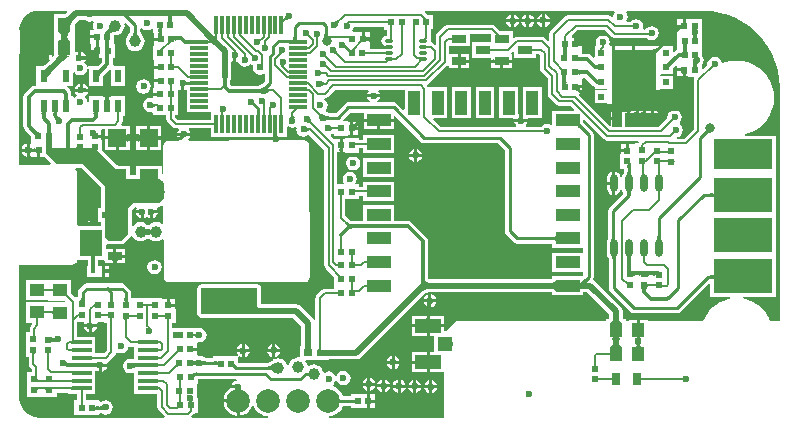
<source format=gtl>
G04 Layer_Physical_Order=1*
G04 Layer_Color=255*
%FSLAX44Y44*%
%MOMM*%
G71*
G01*
G75*
%ADD10R,0.6200X0.6200*%
%ADD11R,0.8000X1.0000*%
%ADD12R,1.7000X0.4000*%
%ADD13R,0.6200X0.6200*%
%ADD14R,1.2700X1.1400*%
%ADD15R,5.0000X3.0000*%
%ADD16R,5.0000X2.5000*%
%ADD17R,1.1400X1.2700*%
%ADD18R,0.7901X0.5400*%
%ADD19R,2.0000X1.0000*%
%ADD20R,1.0000X2.0000*%
%ADD21O,0.6000X1.5200*%
%ADD22R,1.2500X0.7000*%
%ADD23R,0.5000X0.5000*%
%ADD24R,3.8000X4.3500*%
%ADD25R,0.6000X1.1000*%
%ADD26R,2.2000X1.1999*%
%ADD27R,1.3000X1.3000*%
%ADD28R,1.6000X1.5200*%
%ADD29R,0.4000X0.4000*%
%ADD30O,0.7000X0.3000*%
%ADD31R,1.5000X0.3000*%
%ADD32R,0.3000X1.5000*%
%ADD33C,2.0000*%
%ADD34C,0.1270*%
%ADD35C,0.5000*%
%ADD36C,0.2500*%
%ADD37C,0.2000*%
%ADD38C,0.3000*%
%ADD39R,1.8796X2.2860*%
%ADD40R,4.7788X2.2012*%
%ADD41R,4.1638X1.3588*%
%ADD42R,0.9533X1.8798*%
%ADD43R,2.8983X1.2688*%
%ADD44R,0.7854X0.7337*%
%ADD45R,1.6935X3.5972*%
%ADD46R,1.9104X0.7066*%
%ADD47R,1.1548X3.3335*%
%ADD48R,0.8115X1.6017*%
%ADD49R,0.6727X2.0475*%
%ADD50R,0.7124X0.6765*%
%ADD51R,0.2309X2.2118*%
%ADD52C,1.0000*%
%ADD53C,0.6000*%
%ADD54C,1.2700*%
%ADD55C,0.8000*%
G36*
X542773Y112355D02*
X542761Y112476D01*
X542723Y112584D01*
X542659Y112679D01*
X542570Y112761D01*
X542456Y112831D01*
X542316Y112888D01*
X542151Y112933D01*
X541961Y112965D01*
X541745Y112984D01*
X541503Y112990D01*
Y114260D01*
X541745Y114266D01*
X541961Y114285D01*
X542151Y114317D01*
X542316Y114362D01*
X542456Y114419D01*
X542570Y114489D01*
X542659Y114571D01*
X542723Y114666D01*
X542761Y114774D01*
X542773Y114895D01*
Y112355D01*
D02*
G37*
G36*
X536469Y114774D02*
X536508Y114666D01*
X536573Y114571D01*
X536664Y114489D01*
X536781Y114419D01*
X536925Y114362D01*
X537094Y114317D01*
X537289Y114285D01*
X537510Y114266D01*
X537757Y114260D01*
Y112990D01*
X537510Y112984D01*
X537289Y112965D01*
X537094Y112933D01*
X536925Y112888D01*
X536781Y112831D01*
X536664Y112761D01*
X536573Y112679D01*
X536508Y112584D01*
X536469Y112476D01*
X536456Y112355D01*
Y114895D01*
X536469Y114774D01*
D02*
G37*
G36*
X536517Y126004D02*
X536607Y125793D01*
X536757Y125606D01*
X536967Y125444D01*
X537237Y125308D01*
X537567Y125196D01*
X537957Y125109D01*
X538407Y125047D01*
X538917Y125009D01*
X539487Y124997D01*
Y121997D01*
X538912Y121982D01*
X538398Y121937D01*
X537945Y121862D01*
X537551Y121757D01*
X537218Y121622D01*
X536945Y121457D01*
X536732Y121262D01*
X536580Y121037D01*
X536488Y120782D01*
X536456Y120497D01*
X536487Y126240D01*
X536517Y126004D01*
D02*
G37*
G36*
X287171Y115546D02*
X287063Y115507D01*
X286967Y115442D01*
X286885Y115351D01*
X286815Y115234D01*
X286758Y115091D01*
X286713Y114922D01*
X286682Y114727D01*
X286663Y114506D01*
X286656Y114259D01*
X285386D01*
X285380Y114506D01*
X285361Y114727D01*
X285329Y114922D01*
X285285Y115091D01*
X285228Y115234D01*
X285158Y115351D01*
X285075Y115442D01*
X284980Y115507D01*
X284872Y115546D01*
X284751Y115559D01*
X287291D01*
X287171Y115546D01*
D02*
G37*
G36*
X485090Y117352D02*
X485190Y117423D01*
X484899Y117087D01*
X484733Y116786D01*
X484691Y116521D01*
X484773Y116291D01*
X484981Y116097D01*
X485313Y115938D01*
X485769Y115814D01*
X486351Y115725D01*
X487057Y115672D01*
X487887Y115655D01*
X479155Y110655D01*
Y113155D01*
X480618Y114190D01*
X479153Y115655D01*
X479327Y115689D01*
X479556Y115793D01*
X479838Y115965D01*
X480175Y116207D01*
X481012Y116897D01*
X482674Y118450D01*
X483337Y119105D01*
X485090Y117352D01*
D02*
G37*
G36*
X286663Y111157D02*
X286682Y110941D01*
X286713Y110751D01*
X286758Y110585D01*
X286815Y110446D01*
X286885Y110331D01*
X286967Y110243D01*
X287063Y110179D01*
X287171Y110141D01*
X287291Y110128D01*
X284751D01*
X284872Y110141D01*
X284980Y110179D01*
X285075Y110243D01*
X285158Y110331D01*
X285228Y110446D01*
X285285Y110585D01*
X285329Y110751D01*
X285361Y110941D01*
X285380Y111157D01*
X285386Y111398D01*
X286656D01*
X286663Y111157D01*
D02*
G37*
G36*
X298940Y111885D02*
X298927Y112005D01*
X298888Y112113D01*
X298823Y112209D01*
X298732Y112291D01*
X298615Y112361D01*
X298472Y112418D01*
X298302Y112463D01*
X298107Y112494D01*
X297886Y112513D01*
X297639Y112520D01*
Y113790D01*
X297886Y113796D01*
X298107Y113815D01*
X298302Y113847D01*
X298472Y113891D01*
X298615Y113948D01*
X298732Y114018D01*
X298823Y114101D01*
X298888Y114196D01*
X298927Y114304D01*
X298940Y114425D01*
Y111885D01*
D02*
G37*
G36*
X548895Y114054D02*
X548934Y113946D01*
X548999Y113851D01*
X549090Y113769D01*
X549207Y113699D01*
X549350Y113642D01*
X549519Y113597D01*
X549714Y113565D01*
X549935Y113546D01*
X550182Y113540D01*
Y112270D01*
X549935Y112264D01*
X549714Y112245D01*
X549519Y112213D01*
X549350Y112168D01*
X549207Y112111D01*
X549090Y112041D01*
X548999Y111959D01*
X548934Y111864D01*
X548895Y111756D01*
X548882Y111635D01*
Y114175D01*
X548895Y114054D01*
D02*
G37*
G36*
X68523Y129647D02*
X68636Y127967D01*
X68687Y127697D01*
X68748Y127487D01*
X68819Y127337D01*
X68899Y127247D01*
X68988Y127217D01*
X65049D01*
X65138Y127247D01*
X65218Y127337D01*
X65288Y127487D01*
X65349Y127697D01*
X65401Y127967D01*
X65443Y128297D01*
X65500Y129137D01*
X65518Y130217D01*
X68518D01*
X68523Y129647D01*
D02*
G37*
G36*
X522232Y128664D02*
X522277Y128150D01*
X522352Y127696D01*
X522457Y127303D01*
X522592Y126969D01*
X522757Y126697D01*
X522952Y126484D01*
X523177Y126332D01*
X523432Y126239D01*
X523717Y126208D01*
X518238Y126238D01*
X518424Y126268D01*
X518591Y126358D01*
X518737Y126508D01*
X518865Y126718D01*
X518973Y126988D01*
X519061Y127318D01*
X519129Y127708D01*
X519178Y128158D01*
X519217Y129238D01*
X522217D01*
X522232Y128664D01*
D02*
G37*
G36*
X273982Y129518D02*
X273973Y129570D01*
X273945Y129616D01*
X273898Y129657D01*
X273832Y129693D01*
X273747Y129723D01*
X273644Y129748D01*
X273522Y129767D01*
X273381Y129781D01*
X273043Y129792D01*
Y131062D01*
X273221Y131065D01*
X273522Y131086D01*
X273644Y131106D01*
X273747Y131130D01*
X273832Y131160D01*
X273898Y131196D01*
X273945Y131237D01*
X273973Y131284D01*
X273982Y131336D01*
Y129518D01*
D02*
G37*
G36*
X289073Y131576D02*
X289112Y131468D01*
X289177Y131373D01*
X289268Y131290D01*
X289385Y131221D01*
X289529Y131163D01*
X289697Y131119D01*
X289893Y131087D01*
X290114Y131068D01*
X290361Y131062D01*
Y129792D01*
X290114Y129785D01*
X289893Y129766D01*
X289697Y129735D01*
X289529Y129690D01*
X289385Y129633D01*
X289268Y129563D01*
X289177Y129481D01*
X289112Y129385D01*
X289073Y129277D01*
X289060Y129157D01*
Y131697D01*
X289073Y131576D01*
D02*
G37*
G36*
X275270Y122395D02*
X275449Y122243D01*
X275629Y122108D01*
X275808Y121991D01*
X275988Y121892D01*
X276168Y121812D01*
X276347Y121749D01*
X276527Y121704D01*
X276706Y121677D01*
X276886Y121668D01*
X273952D01*
X273988Y121677D01*
X274002Y121704D01*
X273993Y121749D01*
X273962Y121812D01*
X273907Y121892D01*
X273830Y121991D01*
X273608Y122243D01*
X273294Y122566D01*
X275090D01*
X275270Y122395D01*
D02*
G37*
G36*
X542773Y120497D02*
X542743Y120782D01*
X542653Y121037D01*
X542503Y121262D01*
X542293Y121457D01*
X542024Y121622D01*
X541693Y121757D01*
X541303Y121862D01*
X540854Y121937D01*
X540343Y121982D01*
X539773Y121997D01*
Y124997D01*
X540343Y125004D01*
X541693Y125108D01*
X542024Y125171D01*
X542293Y125248D01*
X542503Y125339D01*
X542653Y125443D01*
X542743Y125562D01*
X542773Y125695D01*
Y120497D01*
D02*
G37*
G36*
X530348D02*
X530318Y120782D01*
X530228Y121037D01*
X530078Y121262D01*
X529868Y121457D01*
X529598Y121622D01*
X529268Y121757D01*
X528878Y121862D01*
X528428Y121937D01*
X527918Y121982D01*
X527362Y121996D01*
X526807Y121982D01*
X526297Y121937D01*
X525847Y121862D01*
X525457Y121757D01*
X525127Y121622D01*
X524857Y121457D01*
X524647Y121262D01*
X524497Y121037D01*
X524407Y120782D01*
X524377Y120497D01*
Y126238D01*
X524407Y126002D01*
X524497Y125791D01*
X524647Y125605D01*
X524857Y125444D01*
X525127Y125307D01*
X525457Y125195D01*
X525847Y125108D01*
X526297Y125047D01*
X526807Y125009D01*
X527362Y124997D01*
X527918Y125009D01*
X528878Y125109D01*
X529268Y125196D01*
X529598Y125308D01*
X529868Y125444D01*
X530078Y125606D01*
X530228Y125793D01*
X530318Y126004D01*
X530348Y126240D01*
Y120497D01*
D02*
G37*
G36*
X599471Y115633D02*
X598483Y116359D01*
X595839Y118078D01*
X595064Y118499D01*
X593674Y119110D01*
X593058Y119301D01*
X592496Y119416D01*
X592268Y119433D01*
Y118204D01*
X592243Y118442D01*
X592168Y118654D01*
X592043Y118842D01*
X591868Y119004D01*
X591643Y119142D01*
X591368Y119254D01*
X591043Y119342D01*
X590668Y119404D01*
X590243Y119442D01*
X589768Y119454D01*
Y121954D01*
X590243Y121967D01*
X590668Y122004D01*
X591043Y122067D01*
X591368Y122154D01*
X591643Y122267D01*
X591868Y122404D01*
X592043Y122567D01*
X592168Y122754D01*
X592243Y122967D01*
X592268Y123204D01*
Y121975D01*
X592496Y121992D01*
X593058Y122107D01*
X593674Y122298D01*
X594342Y122565D01*
X595064Y122909D01*
X596667Y123827D01*
X597549Y124400D01*
X599471Y125776D01*
Y115633D01*
D02*
G37*
G36*
X32861Y108245D02*
X32848Y108366D01*
X32810Y108474D01*
X32746Y108569D01*
X32657Y108652D01*
X32543Y108722D01*
X32403Y108779D01*
X32238Y108823D01*
X32048Y108855D01*
X31832Y108874D01*
X31590Y108880D01*
Y110150D01*
X31832Y110157D01*
X32048Y110176D01*
X32238Y110208D01*
X32403Y110252D01*
X32543Y110309D01*
X32657Y110379D01*
X32746Y110462D01*
X32810Y110557D01*
X32848Y110665D01*
X32861Y110785D01*
Y108245D01*
D02*
G37*
G36*
X83884Y102071D02*
X83921Y101641D01*
X83984Y101261D01*
X84071Y100932D01*
X84184Y100654D01*
X84321Y100426D01*
X84484Y100249D01*
X84671Y100122D01*
X84884Y100047D01*
X85121Y100021D01*
X80121D01*
X80359Y100047D01*
X80571Y100122D01*
X80759Y100249D01*
X80921Y100426D01*
X81059Y100654D01*
X81171Y100932D01*
X81259Y101261D01*
X81321Y101641D01*
X81359Y102071D01*
X81371Y102552D01*
X83871D01*
X83884Y102071D01*
D02*
G37*
G36*
X95768Y101843D02*
X95805Y101413D01*
X95868Y101034D01*
X95955Y100705D01*
X96068Y100426D01*
X96205Y100199D01*
X96368Y100021D01*
X96555Y99895D01*
X96768Y99819D01*
X97005Y99794D01*
X92005D01*
X92243Y99819D01*
X92455Y99895D01*
X92643Y100021D01*
X92805Y100199D01*
X92943Y100426D01*
X93055Y100705D01*
X93143Y101034D01*
X93205Y101413D01*
X93243Y101843D01*
X93255Y102324D01*
X95755D01*
X95768Y101843D01*
D02*
G37*
G36*
X45415Y105643D02*
X45394Y105517D01*
X45406Y105375D01*
X45450Y105218D01*
X45526Y105047D01*
X45635Y104859D01*
X45777Y104657D01*
X45951Y104439D01*
X46398Y103958D01*
X45840Y102720D01*
X45562Y102989D01*
X45071Y103411D01*
X44859Y103562D01*
X44668Y103675D01*
X44499Y103748D01*
X44353Y103782D01*
X44228Y103777D01*
X44125Y103732D01*
X44044Y103648D01*
X45469Y105754D01*
X45415Y105643D01*
D02*
G37*
G36*
X59510Y102664D02*
X59548Y102233D01*
X59611Y101854D01*
X59698Y101525D01*
X59811Y101247D01*
X59948Y101019D01*
X60111Y100842D01*
X60298Y100715D01*
X60511Y100639D01*
X60748Y100614D01*
X55748D01*
X55985Y100639D01*
X56198Y100715D01*
X56385Y100842D01*
X56548Y101019D01*
X56686Y101247D01*
X56798Y101525D01*
X56885Y101854D01*
X56948Y102233D01*
X56986Y102664D01*
X56998Y103144D01*
X59498D01*
X59510Y102664D01*
D02*
G37*
G36*
X201146Y101676D02*
X201275Y101188D01*
X201445Y100701D01*
X201656Y100216D01*
X201906Y99733D01*
X202197Y99253D01*
X202528Y98774D01*
X202899Y98296D01*
X203311Y97821D01*
X203763Y97348D01*
X200228Y93813D01*
X199755Y94265D01*
X198802Y95048D01*
X198323Y95379D01*
X197843Y95670D01*
X197360Y95920D01*
X196875Y96131D01*
X196388Y96301D01*
X195900Y96430D01*
X195409Y96519D01*
X201057Y102167D01*
X201146Y101676D01*
D02*
G37*
G36*
X32861Y89245D02*
X32848Y89366D01*
X32810Y89474D01*
X32746Y89569D01*
X32657Y89652D01*
X32543Y89722D01*
X32403Y89779D01*
X32238Y89823D01*
X32048Y89855D01*
X31832Y89874D01*
X31590Y89880D01*
Y91150D01*
X31832Y91157D01*
X32048Y91176D01*
X32238Y91208D01*
X32403Y91252D01*
X32543Y91309D01*
X32657Y91379D01*
X32746Y91461D01*
X32810Y91557D01*
X32848Y91665D01*
X32861Y91785D01*
Y89245D01*
D02*
G37*
G36*
X116237Y95683D02*
X116224Y95804D01*
X116185Y95912D01*
X116120Y96007D01*
X116029Y96090D01*
X115912Y96159D01*
X115769Y96217D01*
X115600Y96261D01*
X115405Y96293D01*
X115183Y96312D01*
X114936Y96318D01*
Y97588D01*
X115183Y97595D01*
X115405Y97614D01*
X115600Y97645D01*
X115769Y97690D01*
X115912Y97747D01*
X116029Y97817D01*
X116120Y97899D01*
X116185Y97995D01*
X116224Y98103D01*
X116237Y98223D01*
Y95683D01*
D02*
G37*
G36*
X109780Y98103D02*
X109818Y97995D01*
X109881Y97899D01*
X109970Y97817D01*
X110084Y97747D01*
X110224Y97690D01*
X110389Y97645D01*
X110580Y97614D01*
X110795Y97595D01*
X111037Y97588D01*
Y96318D01*
X110795Y96312D01*
X110580Y96293D01*
X110389Y96261D01*
X110224Y96217D01*
X110084Y96159D01*
X109970Y96090D01*
X109881Y96007D01*
X109818Y95912D01*
X109780Y95804D01*
X109767Y95683D01*
Y98223D01*
X109780Y98103D01*
D02*
G37*
G36*
X536132Y111101D02*
X535877Y111011D01*
X535652Y110859D01*
X535457Y110647D01*
X535292Y110374D01*
X535157Y110041D01*
X535052Y109647D01*
X534977Y109192D01*
X534932Y108677D01*
X534917Y108101D01*
X531917D01*
X531902Y108677D01*
X531857Y109192D01*
X531782Y109647D01*
X531677Y110041D01*
X531542Y110374D01*
X531377Y110647D01*
X531182Y110859D01*
X530957Y111011D01*
X530702Y111101D01*
X530417Y111132D01*
X536417D01*
X536132Y111101D01*
D02*
G37*
G36*
X84974Y109467D02*
X84510Y109457D01*
X84116Y109426D01*
X83792Y109374D01*
X83539Y109302D01*
X83357Y109209D01*
X83245Y109096D01*
X83204Y108962D01*
X83234Y108807D01*
X83334Y108632D01*
X83505Y108436D01*
X80707Y107699D01*
X80346Y108035D01*
X79970Y108335D01*
X79580Y108601D01*
X79175Y108830D01*
X78756Y109025D01*
X78322Y109184D01*
X77873Y109308D01*
X77410Y109396D01*
X76932Y109449D01*
X76439Y109467D01*
X79457Y111967D01*
X84974Y109467D01*
D02*
G37*
G36*
X26098Y110665D02*
X26137Y110557D01*
X26202Y110462D01*
X26293Y110379D01*
X26410Y110309D01*
X26553Y110252D01*
X26722Y110208D01*
X26917Y110176D01*
X27138Y110157D01*
X27385Y110150D01*
Y108880D01*
X27138Y108874D01*
X26917Y108855D01*
X26722Y108823D01*
X26553Y108779D01*
X26410Y108722D01*
X26293Y108652D01*
X26202Y108569D01*
X26137Y108474D01*
X26098Y108366D01*
X26084Y108245D01*
Y110785D01*
X26098Y110665D01*
D02*
G37*
G36*
X458932Y108185D02*
X458882Y108654D01*
X458732Y109074D01*
X458482Y109445D01*
X458132Y109766D01*
X457682Y110037D01*
X457132Y110260D01*
X456482Y110433D01*
X455732Y110556D01*
X454882Y110630D01*
X453932Y110655D01*
Y115655D01*
X454882Y115679D01*
X455732Y115753D01*
X456482Y115877D01*
X457132Y116050D01*
X457682Y116272D01*
X458132Y116544D01*
X458482Y116865D01*
X458732Y117235D01*
X458882Y117655D01*
X458932Y118124D01*
Y108185D01*
D02*
G37*
G36*
X273982Y105789D02*
X273969Y105909D01*
X273930Y106017D01*
X273865Y106113D01*
X273774Y106195D01*
X273657Y106265D01*
X273514Y106322D01*
X273345Y106367D01*
X273150Y106398D01*
X272929Y106417D01*
X272682Y106424D01*
Y107694D01*
X272929Y107700D01*
X273150Y107719D01*
X273345Y107751D01*
X273514Y107795D01*
X273657Y107852D01*
X273774Y107922D01*
X273865Y108005D01*
X273930Y108100D01*
X273969Y108208D01*
X273982Y108329D01*
Y105789D01*
D02*
G37*
G36*
X504086Y89026D02*
Y85795D01*
X504057Y85469D01*
X503976Y84983D01*
X503957Y84913D01*
X500993D01*
Y83588D01*
X374649D01*
X365599Y74538D01*
X364329Y75064D01*
Y78021D01*
X352059D01*
Y70752D01*
X355772D01*
Y56831D01*
X352059D01*
Y48291D01*
Y39752D01*
X363800D01*
Y1308D01*
X266838D01*
X266755Y2578D01*
X269603Y2953D01*
X272765Y4263D01*
X275481Y6347D01*
X277565Y9063D01*
X278486Y11286D01*
X285018D01*
Y9363D01*
X297218D01*
Y9823D01*
X298848D01*
Y15463D01*
Y21103D01*
X297218D01*
Y21563D01*
X285018D01*
Y19952D01*
X278486D01*
X277565Y22175D01*
X275481Y24890D01*
X272765Y26974D01*
X270071Y28090D01*
X269846Y29373D01*
X269871Y29484D01*
X270769Y30084D01*
X272095Y32068D01*
X272152Y32353D01*
X272541Y32473D01*
X273473Y32487D01*
X274648Y30729D01*
X276632Y29403D01*
X278974Y28937D01*
X281315Y29403D01*
X283299Y30729D01*
X284625Y32714D01*
X285091Y35055D01*
X284625Y37396D01*
X283299Y39381D01*
X281315Y40707D01*
X278974Y41173D01*
X276632Y40707D01*
X274648Y39381D01*
X273322Y37396D01*
X273265Y37111D01*
X272875Y36991D01*
X271943Y36977D01*
X270769Y38735D01*
X268784Y40061D01*
X266443Y40527D01*
X264102Y40061D01*
X263258Y39498D01*
X261896Y40115D01*
X261844Y40512D01*
X261038Y42458D01*
X259755Y44129D01*
X258084Y45412D01*
X256138Y46218D01*
X254050Y46493D01*
X251961Y46218D01*
X250015Y45412D01*
X249803Y45249D01*
X248449Y45810D01*
X248351Y46552D01*
X247545Y48498D01*
X246854Y49399D01*
X247480Y50669D01*
X263644D01*
X263787Y50640D01*
X263840Y50651D01*
X263895Y50642D01*
X264007Y50669D01*
X266817D01*
Y50858D01*
X267105Y50874D01*
X289712D01*
X291858Y51301D01*
X293678Y52516D01*
X346747Y105586D01*
X347176Y105929D01*
X347756Y106323D01*
X348349Y106660D01*
X348959Y106943D01*
X349590Y107174D01*
X350247Y107355D01*
X350936Y107486D01*
X351482Y107547D01*
X455027D01*
X455350Y107519D01*
X455839Y107438D01*
X455901Y107422D01*
Y105155D01*
X458789D01*
X458932Y105126D01*
X459074Y105155D01*
X459133D01*
X459256Y105144D01*
X459291Y105155D01*
X481901D01*
Y107547D01*
X485564D01*
X504086Y89026D01*
D02*
G37*
G36*
X289073Y109793D02*
X289112Y109685D01*
X289177Y109590D01*
X289268Y109507D01*
X289385Y109437D01*
X289529Y109380D01*
X289697Y109336D01*
X289893Y109304D01*
X290114Y109285D01*
X290361Y109278D01*
Y108008D01*
X290114Y108002D01*
X289893Y107983D01*
X289697Y107951D01*
X289529Y107907D01*
X289385Y107850D01*
X289268Y107780D01*
X289177Y107697D01*
X289112Y107602D01*
X289073Y107494D01*
X289060Y107373D01*
Y109913D01*
X289073Y109793D01*
D02*
G37*
G36*
X348004Y117853D02*
X348086Y117575D01*
X348336Y117125D01*
X348686Y116735D01*
X349136Y116405D01*
X349686Y116135D01*
X350336Y115925D01*
X351086Y115775D01*
X351936Y115685D01*
X352886Y115655D01*
X352421Y110655D01*
X351436Y110619D01*
X350480Y110513D01*
X349553Y110337D01*
X348656Y110089D01*
X347787Y109771D01*
X346948Y109382D01*
X346139Y108922D01*
X345358Y108392D01*
X344607Y107791D01*
X343886Y107119D01*
X346386Y113155D01*
X346867Y114921D01*
X344617D01*
X344668Y115022D01*
X344714Y115217D01*
X344754Y115505D01*
X344818Y116364D01*
X344886Y120155D01*
X347886D01*
X348004Y117853D01*
D02*
G37*
G36*
X298942Y131885D02*
X298929Y132005D01*
X298890Y132113D01*
X298825Y132208D01*
X298734Y132291D01*
X298617Y132361D01*
X298474Y132418D01*
X298305Y132463D01*
X298110Y132494D01*
X297889Y132513D01*
X297642Y132520D01*
Y133790D01*
X297889Y133796D01*
X298110Y133815D01*
X298305Y133847D01*
X298474Y133891D01*
X298617Y133948D01*
X298734Y134018D01*
X298825Y134101D01*
X298890Y134196D01*
X298929Y134304D01*
X298942Y134425D01*
Y131885D01*
D02*
G37*
G36*
X533551Y208585D02*
X533569Y208332D01*
X533601Y208112D01*
X533645Y207924D01*
X533702Y207769D01*
X533771Y207647D01*
X533853Y207558D01*
X533948Y207502D01*
X534055Y207478D01*
X534175Y207487D01*
X531658Y206977D01*
X531775Y207016D01*
X531880Y207083D01*
X531972Y207179D01*
X532052Y207302D01*
X532120Y207454D01*
X532176Y207633D01*
X532219Y207841D01*
X532250Y208077D01*
X532268Y208341D01*
X532274Y208633D01*
X533544Y208871D01*
X533551Y208585D01*
D02*
G37*
G36*
X521979Y209136D02*
X522078Y207986D01*
X522163Y207518D01*
X522274Y207123D01*
X522409Y206799D01*
X522568Y206548D01*
X522752Y206368D01*
X522960Y206260D01*
X523193Y206224D01*
X518242D01*
X518474Y206260D01*
X518683Y206368D01*
X518867Y206548D01*
X519026Y206799D01*
X519161Y207123D01*
X519271Y207518D01*
X519357Y207986D01*
X519418Y208525D01*
X519455Y209136D01*
X519467Y209819D01*
X521967D01*
X521979Y209136D01*
D02*
G37*
G36*
X522419Y215258D02*
X522333Y215233D01*
X522256Y215158D01*
X522188Y215033D01*
X522130Y214858D01*
X522080Y214633D01*
X522039Y214358D01*
X521985Y213658D01*
X521967Y212758D01*
X519467D01*
X519455Y213237D01*
X519417Y213666D01*
X519355Y214044D01*
X519267Y214373D01*
X519155Y214651D01*
X519017Y214879D01*
X518855Y215056D01*
X518667Y215184D01*
X518455Y215261D01*
X518217Y215288D01*
X522419Y215258D01*
D02*
G37*
G36*
X546758Y208515D02*
X546808Y208028D01*
X546852Y207831D01*
X546908Y207663D01*
X546977Y207526D01*
X547058Y207420D01*
X547151Y207344D01*
X547257Y207298D01*
X547376Y207283D01*
X544859D01*
X544977Y207298D01*
X545083Y207344D01*
X545177Y207420D01*
X545258Y207526D01*
X545326Y207663D01*
X545382Y207831D01*
X545426Y208028D01*
X545457Y208257D01*
X545476Y208515D01*
X545482Y208804D01*
X546752D01*
X546758Y208515D01*
D02*
G37*
G36*
X289073Y194304D02*
X289112Y194196D01*
X289177Y194101D01*
X289268Y194018D01*
X289385Y193949D01*
X289529Y193891D01*
X289697Y193847D01*
X289893Y193815D01*
X290114Y193796D01*
X290361Y193790D01*
Y192520D01*
X290114Y192514D01*
X289893Y192494D01*
X289697Y192463D01*
X289529Y192418D01*
X289385Y192361D01*
X289268Y192291D01*
X289177Y192209D01*
X289112Y192113D01*
X289073Y192006D01*
X289060Y191885D01*
Y194425D01*
X289073Y194304D01*
D02*
G37*
G36*
X547257Y192747D02*
X547151Y192702D01*
X547058Y192626D01*
X546977Y192519D01*
X546908Y192382D01*
X546852Y192215D01*
X546808Y192017D01*
X546777Y191789D01*
X546758Y191530D01*
X546752Y191241D01*
X545482D01*
X545476Y191530D01*
X545426Y192017D01*
X545382Y192215D01*
X545326Y192382D01*
X545258Y192519D01*
X545177Y192626D01*
X545083Y192702D01*
X544977Y192747D01*
X544859Y192763D01*
X547376D01*
X547257Y192747D01*
D02*
G37*
G36*
X499737Y237118D02*
X500939Y236315D01*
X502358Y236032D01*
X528694D01*
X529345Y234762D01*
X528926Y234178D01*
X526114D01*
Y233318D01*
X524989Y232967D01*
Y232967D01*
X520619D01*
Y227327D01*
X519349D01*
Y226057D01*
X513709D01*
Y224427D01*
X513249D01*
Y212227D01*
X516384D01*
Y209025D01*
X516378Y208929D01*
X515787Y208044D01*
X515774Y208032D01*
X515762Y208007D01*
X515065Y206964D01*
X514780Y205530D01*
X513485D01*
X513236Y206784D01*
X512011Y208617D01*
X510179Y209841D01*
X509287Y210019D01*
Y200023D01*
Y190027D01*
X510179Y190204D01*
X512011Y191429D01*
X513236Y193261D01*
X513485Y194515D01*
X514780D01*
X515065Y193082D01*
X515762Y192038D01*
X515774Y192014D01*
X515696Y190786D01*
X504442Y179532D01*
X503503Y178127D01*
X503173Y176468D01*
Y154192D01*
X503142Y153801D01*
X503114Y153621D01*
X503077Y153448D01*
X503040Y153317D01*
X503009Y153229D01*
X502987Y153182D01*
X502981Y153171D01*
X502906Y153062D01*
X502802Y152822D01*
X502365Y152168D01*
X501900Y149827D01*
Y140627D01*
X502365Y138286D01*
X503063Y137242D01*
X503074Y137218D01*
X503087Y137206D01*
X503666Y136339D01*
X503684Y136126D01*
Y111443D01*
X504014Y109785D01*
X504953Y108379D01*
X522249Y91083D01*
X523655Y90144D01*
X525313Y89814D01*
X561295D01*
X562953Y90144D01*
X564359Y91083D01*
X588064Y114788D01*
X589237Y114302D01*
Y103621D01*
X606723D01*
X606874Y102351D01*
X602586Y101322D01*
X598154Y99486D01*
X594064Y96980D01*
X590416Y93864D01*
X587301Y90217D01*
X584794Y86126D01*
X583743Y83588D01*
X536933D01*
Y84453D01*
X529963D01*
Y75563D01*
X527423D01*
Y84453D01*
X520453D01*
Y83588D01*
X518393D01*
Y84913D01*
X515430D01*
X515411Y84983D01*
X515330Y85469D01*
X515301Y85795D01*
Y91349D01*
X514874Y93495D01*
X513659Y95314D01*
X491852Y117120D01*
X490149Y118259D01*
X490608Y118946D01*
X490938Y120604D01*
Y240871D01*
X490608Y242529D01*
X489669Y243935D01*
X482391Y251213D01*
X482058Y251571D01*
X481894Y251777D01*
Y253302D01*
X483067Y253788D01*
X499737Y237118D01*
D02*
G37*
G36*
X298940Y191885D02*
X298927Y192006D01*
X298888Y192113D01*
X298823Y192209D01*
X298732Y192291D01*
X298615Y192361D01*
X298472Y192418D01*
X298302Y192463D01*
X298107Y192494D01*
X297886Y192514D01*
X297639Y192520D01*
Y193790D01*
X297886Y193796D01*
X298107Y193815D01*
X298302Y193847D01*
X298472Y193891D01*
X298615Y193949D01*
X298732Y194018D01*
X298823Y194101D01*
X298888Y194196D01*
X298927Y194304D01*
X298940Y194425D01*
Y191885D01*
D02*
G37*
G36*
X547364Y227820D02*
X547403Y227712D01*
X547468Y227617D01*
X547559Y227535D01*
X547676Y227465D01*
X547819Y227408D01*
X547988Y227363D01*
X548183Y227332D01*
X548405Y227313D01*
X548652Y227306D01*
Y226036D01*
X548405Y226030D01*
X548183Y226011D01*
X547988Y225979D01*
X547819Y225935D01*
X547676Y225877D01*
X547559Y225807D01*
X547468Y225725D01*
X547403Y225630D01*
X547364Y225522D01*
X547351Y225401D01*
Y227941D01*
X547364Y227820D01*
D02*
G37*
G36*
X536631Y219846D02*
X536369Y219576D01*
X535928Y219065D01*
X535749Y218826D01*
X535597Y218596D01*
X535474Y218377D01*
X535377Y218167D01*
X535308Y217968D01*
X535267Y217780D01*
X535253Y217601D01*
Y221193D01*
X535262Y221026D01*
X535290Y220896D01*
X535337Y220803D01*
X535402Y220747D01*
X535485Y220729D01*
X535587Y220747D01*
X535708Y220803D01*
X535847Y220896D01*
X536005Y221026D01*
X536182Y221193D01*
X536631Y219846D01*
D02*
G37*
G36*
X17823Y225307D02*
X17797Y225544D01*
X17721Y225757D01*
X17595Y225944D01*
X17418Y226107D01*
X17190Y226244D01*
X16912Y226357D01*
X16583Y226444D01*
X16262Y226497D01*
X16015Y226458D01*
X15673Y226381D01*
X15338Y226283D01*
X15009Y226162D01*
X14687Y226020D01*
X14371Y225856D01*
X14062Y225669D01*
X13759Y225461D01*
X13847Y230236D01*
X14149Y230012D01*
X14457Y229812D01*
X14771Y229635D01*
X15092Y229481D01*
X15419Y229352D01*
X15752Y229245D01*
X16092Y229163D01*
X16314Y229125D01*
X16583Y229169D01*
X16912Y229257D01*
X17190Y229369D01*
X17418Y229507D01*
X17595Y229669D01*
X17721Y229857D01*
X17797Y230069D01*
X17823Y230307D01*
Y225307D01*
D02*
G37*
G36*
X552956Y225401D02*
X552943Y225522D01*
X552905Y225630D01*
X552842Y225725D01*
X552753Y225807D01*
X552639Y225877D01*
X552499Y225935D01*
X552334Y225979D01*
X552143Y226011D01*
X551927Y226030D01*
X551686Y226036D01*
Y227306D01*
X551927Y227313D01*
X552143Y227332D01*
X552334Y227363D01*
X552499Y227408D01*
X552639Y227465D01*
X552753Y227535D01*
X552842Y227617D01*
X552905Y227712D01*
X552943Y227820D01*
X552956Y227941D01*
Y225401D01*
D02*
G37*
G36*
X534059Y216026D02*
X533951Y215987D01*
X533855Y215922D01*
X533773Y215831D01*
X533703Y215714D01*
X533646Y215571D01*
X533601Y215402D01*
X533570Y215207D01*
X533551Y214986D01*
X533544Y214739D01*
X532274D01*
X532268Y214986D01*
X532249Y215207D01*
X532217Y215402D01*
X532173Y215571D01*
X532116Y215714D01*
X532046Y215831D01*
X531963Y215922D01*
X531868Y215987D01*
X531760Y216026D01*
X531639Y216039D01*
X534179D01*
X534059Y216026D01*
D02*
G37*
G36*
X547382Y215502D02*
X547262Y215490D01*
X547155Y215452D01*
X547061Y215388D01*
X546979Y215299D01*
X546910Y215185D01*
X546853Y215045D01*
X546809Y214880D01*
X546777Y214690D01*
X546759Y214474D01*
X546752Y214232D01*
X545482D01*
X545476Y214478D01*
X545457Y214698D01*
X545425Y214893D01*
X545381Y215061D01*
X545323Y215204D01*
X545254Y215321D01*
X545171Y215413D01*
X545076Y215478D01*
X544968Y215518D01*
X544847Y215533D01*
X547382Y215502D01*
D02*
G37*
G36*
X552956Y217693D02*
X552943Y217813D01*
X552905Y217921D01*
X552842Y218017D01*
X552753Y218099D01*
X552639Y218169D01*
X552499Y218226D01*
X552334Y218271D01*
X552143Y218302D01*
X551927Y218321D01*
X551686Y218328D01*
Y219598D01*
X551927Y219604D01*
X552143Y219623D01*
X552334Y219655D01*
X552499Y219699D01*
X552639Y219757D01*
X552753Y219826D01*
X552842Y219909D01*
X552905Y220004D01*
X552943Y220112D01*
X552956Y220233D01*
Y217693D01*
D02*
G37*
G36*
X547364Y220112D02*
X547403Y220004D01*
X547468Y219909D01*
X547559Y219826D01*
X547676Y219757D01*
X547819Y219699D01*
X547988Y219655D01*
X548183Y219623D01*
X548405Y219604D01*
X548652Y219598D01*
Y218328D01*
X548405Y218321D01*
X548183Y218302D01*
X547988Y218271D01*
X547819Y218226D01*
X547676Y218169D01*
X547559Y218099D01*
X547468Y218017D01*
X547403Y217921D01*
X547364Y217813D01*
X547351Y217693D01*
Y220233D01*
X547364Y220112D01*
D02*
G37*
G36*
X522960Y193785D02*
X522752Y193678D01*
X522568Y193498D01*
X522409Y193246D01*
X522274Y192922D01*
X522163Y192527D01*
X522078Y192060D01*
X522016Y191520D01*
X521979Y190909D01*
X521967Y190226D01*
X519467D01*
X519455Y190909D01*
X519357Y192060D01*
X519271Y192527D01*
X519161Y192922D01*
X519026Y193246D01*
X518867Y193498D01*
X518683Y193678D01*
X518474Y193785D01*
X518242Y193821D01*
X523193D01*
X522960Y193785D01*
D02*
G37*
G36*
X458962Y150655D02*
X458937Y150892D01*
X458861Y151105D01*
X458735Y151292D01*
X458557Y151455D01*
X458330Y151592D01*
X458051Y151705D01*
X457722Y151792D01*
X457343Y151855D01*
X456913Y151892D01*
X456432Y151905D01*
Y154405D01*
X456913Y154417D01*
X457343Y154455D01*
X457722Y154517D01*
X458051Y154605D01*
X458330Y154717D01*
X458557Y154855D01*
X458735Y155017D01*
X458861Y155205D01*
X458937Y155417D01*
X458962Y155655D01*
Y150655D01*
D02*
G37*
G36*
X277663Y146209D02*
X277682Y145993D01*
X277713Y145802D01*
X277758Y145637D01*
X277815Y145498D01*
X277885Y145383D01*
X277967Y145295D01*
X278063Y145231D01*
X278171Y145193D01*
X278291Y145180D01*
X275751D01*
X275872Y145193D01*
X275980Y145231D01*
X276075Y145295D01*
X276158Y145383D01*
X276227Y145498D01*
X276285Y145637D01*
X276329Y145802D01*
X276361Y145993D01*
X276380Y146209D01*
X276386Y146450D01*
X277656D01*
X277663Y146209D01*
D02*
G37*
G36*
X547379Y154340D02*
X547478Y153190D01*
X547563Y152722D01*
X547674Y152327D01*
X547809Y152003D01*
X547968Y151752D01*
X548152Y151572D01*
X548360Y151464D01*
X548593Y151428D01*
X543642D01*
X543874Y151464D01*
X544083Y151572D01*
X544267Y151752D01*
X544426Y152003D01*
X544561Y152327D01*
X544671Y152722D01*
X544757Y153190D01*
X544818Y153729D01*
X544855Y154340D01*
X544867Y155023D01*
X547367D01*
X547379Y154340D01*
D02*
G37*
G36*
X508769Y154582D02*
X508867Y153511D01*
X508954Y153083D01*
X509064Y152727D01*
X509200Y152442D01*
X509360Y152229D01*
X509545Y152087D01*
X509754Y152018D01*
X509988Y152019D01*
X505423Y151324D01*
X505582Y151554D01*
X505723Y151808D01*
X505848Y152086D01*
X505957Y152389D01*
X506048Y152716D01*
X506123Y153068D01*
X506181Y153444D01*
X506248Y154269D01*
X506256Y154719D01*
X508756Y155225D01*
X508769Y154582D01*
D02*
G37*
G36*
X510260Y138989D02*
X510052Y138882D01*
X509868Y138702D01*
X509709Y138450D01*
X509574Y138127D01*
X509463Y137731D01*
X509378Y137264D01*
X509316Y136725D01*
X509280Y136113D01*
X509267Y135430D01*
X506767D01*
X506755Y136113D01*
X506657Y137264D01*
X506571Y137731D01*
X506461Y138127D01*
X506326Y138450D01*
X506167Y138702D01*
X505983Y138882D01*
X505774Y138989D01*
X505541Y139025D01*
X510493D01*
X510260Y138989D01*
D02*
G37*
G36*
X286663Y134525D02*
X286682Y134309D01*
X286713Y134118D01*
X286758Y133953D01*
X286815Y133814D01*
X286885Y133699D01*
X286967Y133610D01*
X287063Y133547D01*
X287171Y133509D01*
X287291Y133496D01*
X284751D01*
X284872Y133509D01*
X284980Y133547D01*
X285075Y133610D01*
X285158Y133699D01*
X285228Y133814D01*
X285285Y133953D01*
X285329Y134118D01*
X285361Y134309D01*
X285380Y134525D01*
X285386Y134766D01*
X286656D01*
X286663Y134525D01*
D02*
G37*
G36*
X287171Y139059D02*
X287063Y139020D01*
X286967Y138955D01*
X286885Y138864D01*
X286815Y138747D01*
X286758Y138603D01*
X286713Y138434D01*
X286682Y138239D01*
X286663Y138018D01*
X286656Y137771D01*
X285386D01*
X285380Y138018D01*
X285361Y138239D01*
X285329Y138434D01*
X285285Y138603D01*
X285228Y138747D01*
X285158Y138864D01*
X285075Y138955D01*
X284980Y139020D01*
X284872Y139059D01*
X284751Y139072D01*
X287291D01*
X287171Y139059D01*
D02*
G37*
G36*
X534557Y137951D02*
X534451Y137906D01*
X534358Y137830D01*
X534277Y137723D01*
X534208Y137586D01*
X534152Y137419D01*
X534108Y137221D01*
X534077Y136993D01*
X534058Y136734D01*
X534052Y136445D01*
X532782D01*
X532776Y136734D01*
X532726Y137221D01*
X532682Y137419D01*
X532626Y137586D01*
X532558Y137723D01*
X532477Y137830D01*
X532383Y137906D01*
X532277Y137951D01*
X532159Y137967D01*
X534676D01*
X534557Y137951D01*
D02*
G37*
G36*
X609167Y194056D02*
X611819Y192703D01*
X612610Y192372D01*
X614051Y191891D01*
X614702Y191741D01*
X615306Y191651D01*
X615863Y191621D01*
X616349Y189121D01*
X615761Y189079D01*
X615153Y188952D01*
X614527Y188741D01*
X613882Y188446D01*
X613218Y188067D01*
X612534Y187603D01*
X611832Y187055D01*
X611111Y186423D01*
X609612Y184905D01*
X604919Y190634D01*
X608190Y194627D01*
X609167Y194056D01*
D02*
G37*
G36*
X604919Y190634D02*
X600227Y184905D01*
X598728Y186423D01*
X598006Y187055D01*
X597304Y187603D01*
X596621Y188067D01*
X595957Y188446D01*
X595311Y188741D01*
X594685Y188952D01*
X594078Y189079D01*
X593490Y189121D01*
X593975Y191621D01*
X594533Y191651D01*
X595137Y191741D01*
X595787Y191891D01*
X597229Y192372D01*
X598019Y192703D01*
X600672Y194056D01*
X601649Y194627D01*
X604919Y190634D01*
D02*
G37*
G36*
X278171Y189714D02*
X278063Y189675D01*
X277967Y189610D01*
X277885Y189519D01*
X277815Y189402D01*
X277758Y189259D01*
X277713Y189090D01*
X277682Y188895D01*
X277663Y188674D01*
X277656Y188427D01*
X276386D01*
X276380Y188674D01*
X276361Y188895D01*
X276329Y189090D01*
X276285Y189259D01*
X276227Y189402D01*
X276158Y189519D01*
X276075Y189610D01*
X275980Y189675D01*
X275872Y189714D01*
X275751Y189727D01*
X278291D01*
X278171Y189714D01*
D02*
G37*
G36*
X592268Y187871D02*
X592243Y188108D01*
X592168Y188321D01*
X592043Y188508D01*
X591868Y188671D01*
X591643Y188808D01*
X591368Y188921D01*
X591043Y189008D01*
X590668Y189071D01*
X590243Y189108D01*
X589768Y189121D01*
Y191621D01*
X590243Y191633D01*
X590668Y191671D01*
X591043Y191733D01*
X591368Y191821D01*
X591643Y191933D01*
X591868Y192071D01*
X592043Y192233D01*
X592168Y192421D01*
X592243Y192633D01*
X592268Y192871D01*
Y187871D01*
D02*
G37*
G36*
X282037Y166555D02*
X283568Y165235D01*
X283789Y165092D01*
X283981Y164991D01*
X284145Y164930D01*
X284279Y164909D01*
X283357Y163987D01*
X284279Y163409D01*
X287900Y161909D01*
X287309Y161888D01*
X286735Y161824D01*
X286179Y161719D01*
X285641Y161570D01*
X285120Y161379D01*
X284616Y161146D01*
X284130Y160870D01*
X283662Y160552D01*
X283212Y160191D01*
X282779Y159788D01*
X280648Y161900D01*
X281042Y162312D01*
X281375Y162699D01*
X281649Y163062D01*
X281861Y163401D01*
X282014Y163715D01*
X282106Y164005D01*
X282138Y164270D01*
X282109Y164511D01*
X282068Y164611D01*
X281783Y164953D01*
X281133Y165651D01*
X280747Y166043D01*
X281645Y166941D01*
X282037Y166555D01*
D02*
G37*
G36*
X278002Y154982D02*
X277929Y154824D01*
X277865Y154616D01*
X277810Y154359D01*
X277763Y154054D01*
X277695Y153296D01*
X277661Y152343D01*
X277656Y151793D01*
X276386D01*
X276382Y152343D01*
X276233Y154359D01*
X276177Y154616D01*
X276113Y154824D01*
X276041Y154982D01*
X275960Y155092D01*
X278083D01*
X278002Y154982D01*
D02*
G37*
G36*
X126614Y180442D02*
X126653Y165772D01*
X125385Y165144D01*
X124448Y165863D01*
X122502Y166669D01*
X120413Y166944D01*
X118325Y166669D01*
X116379Y165863D01*
X114949Y164766D01*
X113809Y164992D01*
X112670Y164766D01*
X111240Y165863D01*
X109294Y166669D01*
X107205Y166944D01*
X105117Y166669D01*
X103171Y165863D01*
X101500Y164580D01*
X100870Y163759D01*
X99600Y164191D01*
Y176997D01*
X102470Y179867D01*
X103439Y179765D01*
X104041Y178546D01*
X103624Y177922D01*
X103446Y177030D01*
X108842D01*
Y175760D01*
X110112D01*
Y170364D01*
X111004Y170541D01*
X112673Y171657D01*
X114153Y170668D01*
X115044Y170491D01*
Y175887D01*
X116314D01*
Y177157D01*
X121710D01*
X121533Y178048D01*
X120946Y178926D01*
X121625Y180196D01*
X122953D01*
X122953Y180196D01*
X124514Y180507D01*
X125342Y181060D01*
X126614Y180442D01*
D02*
G37*
G36*
X57580Y212547D02*
X70917Y199211D01*
X71153Y199337D01*
X74171Y196320D01*
Y179217D01*
X71180D01*
Y178757D01*
X69550D01*
Y173117D01*
Y167477D01*
X71180D01*
Y167017D01*
X74171D01*
Y163965D01*
X55897D01*
X54727Y163733D01*
X54709Y163721D01*
X53439Y164400D01*
X53439Y184082D01*
X53539Y184142D01*
Y209905D01*
X51702Y211742D01*
X52878Y212918D01*
X57580D01*
Y212547D01*
D02*
G37*
G36*
X26098Y91665D02*
X26137Y91557D01*
X26202Y91461D01*
X26293Y91379D01*
X26410Y91309D01*
X26553Y91252D01*
X26722Y91208D01*
X26917Y91176D01*
X27138Y91157D01*
X27385Y91150D01*
Y89880D01*
X27138Y89874D01*
X26917Y89855D01*
X26722Y89823D01*
X26553Y89779D01*
X26410Y89722D01*
X26293Y89652D01*
X26202Y89569D01*
X26137Y89474D01*
X26098Y89366D01*
X26084Y89245D01*
Y91785D01*
X26098Y91665D01*
D02*
G37*
G36*
X155121Y37174D02*
X154642Y37161D01*
X154214Y37124D01*
X153836Y37061D01*
X153508Y36974D01*
X153230Y36861D01*
X153002Y36724D01*
X152824Y36561D01*
X152696Y36374D01*
X152618Y36161D01*
X152590Y35924D01*
X152621Y38800D01*
X155121Y39674D01*
Y37174D01*
D02*
G37*
G36*
X141701Y32679D02*
X141593Y32640D01*
X141497Y32575D01*
X141415Y32484D01*
X141345Y32367D01*
X141288Y32224D01*
X141243Y32055D01*
X141212Y31860D01*
X141193Y31639D01*
X141186Y31391D01*
X139916D01*
X139910Y31639D01*
X139891Y31860D01*
X139859Y32055D01*
X139815Y32224D01*
X139758Y32367D01*
X139688Y32484D01*
X139605Y32575D01*
X139510Y32640D01*
X139402Y32679D01*
X139281Y32692D01*
X141821D01*
X141701Y32679D01*
D02*
G37*
G36*
X121877Y40276D02*
X121915Y40169D01*
X121979Y40073D01*
X122068Y39991D01*
X122182Y39921D01*
X122322Y39864D01*
X122487Y39819D01*
X122677Y39788D01*
X122893Y39769D01*
X123134Y39762D01*
Y38492D01*
X122893Y38486D01*
X122677Y38467D01*
X122487Y38435D01*
X122322Y38391D01*
X122182Y38333D01*
X122068Y38264D01*
X121979Y38181D01*
X121915Y38086D01*
X121877Y37978D01*
X121865Y37857D01*
Y40397D01*
X121877Y40276D01*
D02*
G37*
G36*
X19478Y38096D02*
X19519Y37690D01*
X19554Y37525D01*
X19600Y37385D01*
X19656Y37271D01*
X19722Y37182D01*
X19798Y37118D01*
X19884Y37080D01*
X19980Y37068D01*
X17568Y37037D01*
X17689Y37052D01*
X17797Y37092D01*
X17892Y37158D01*
X17975Y37249D01*
X18044Y37366D01*
X18102Y37509D01*
X18146Y37678D01*
X18178Y37872D01*
X18197Y38092D01*
X18203Y38338D01*
X19473D01*
X19478Y38096D01*
D02*
G37*
G36*
X33171Y33775D02*
X33209Y33667D01*
X33273Y33572D01*
X33362Y33489D01*
X33476Y33419D01*
X33616Y33362D01*
X33781Y33318D01*
X33971Y33286D01*
X34187Y33267D01*
X34429Y33261D01*
Y31991D01*
X34187Y31984D01*
X33971Y31965D01*
X33781Y31934D01*
X33616Y31889D01*
X33476Y31832D01*
X33362Y31762D01*
X33273Y31680D01*
X33209Y31584D01*
X33171Y31476D01*
X33159Y31356D01*
Y33896D01*
X33171Y33775D01*
D02*
G37*
G36*
X27050Y31356D02*
X27037Y31476D01*
X26998Y31584D01*
X26933Y31680D01*
X26842Y31762D01*
X26725Y31832D01*
X26582Y31889D01*
X26413Y31934D01*
X26218Y31965D01*
X25997Y31984D01*
X25749Y31991D01*
Y33261D01*
X25997Y33267D01*
X26218Y33286D01*
X26413Y33318D01*
X26582Y33362D01*
X26725Y33419D01*
X26842Y33489D01*
X26933Y33572D01*
X26998Y33667D01*
X27037Y33775D01*
X27050Y33896D01*
Y31356D01*
D02*
G37*
G36*
X121877Y33777D02*
X121915Y33669D01*
X121979Y33574D01*
X122068Y33491D01*
X122182Y33421D01*
X122322Y33364D01*
X122487Y33319D01*
X122677Y33288D01*
X122893Y33269D01*
X123134Y33262D01*
Y31992D01*
X122893Y31986D01*
X122677Y31967D01*
X122487Y31935D01*
X122322Y31891D01*
X122182Y31834D01*
X122068Y31764D01*
X121979Y31681D01*
X121915Y31586D01*
X121877Y31478D01*
X121865Y31357D01*
Y33897D01*
X121877Y33777D01*
D02*
G37*
G36*
X48954Y31356D02*
X48941Y31476D01*
X48902Y31584D01*
X48837Y31680D01*
X48746Y31762D01*
X48629Y31832D01*
X48486Y31889D01*
X48317Y31934D01*
X48122Y31965D01*
X47901Y31984D01*
X47654Y31991D01*
Y33261D01*
X47901Y33267D01*
X48122Y33286D01*
X48317Y33318D01*
X48486Y33362D01*
X48629Y33419D01*
X48746Y33489D01*
X48837Y33572D01*
X48902Y33667D01*
X48941Y33775D01*
X48954Y33896D01*
Y31356D01*
D02*
G37*
G36*
X114565Y46607D02*
X114724Y46535D01*
X114931Y46471D01*
X115188Y46416D01*
X115493Y46369D01*
X116251Y46300D01*
X117204Y46266D01*
X117754Y46262D01*
Y44992D01*
X117204Y44988D01*
X115188Y44839D01*
X114931Y44783D01*
X114724Y44719D01*
X114565Y44647D01*
X114455Y44566D01*
Y46688D01*
X114565Y46607D01*
D02*
G37*
G36*
X121877Y46776D02*
X121916Y46668D01*
X121979Y46573D01*
X122068Y46491D01*
X122182Y46421D01*
X122322Y46364D01*
X122487Y46319D01*
X122678Y46287D01*
X122893Y46268D01*
X123135Y46262D01*
Y44992D01*
X122893Y44986D01*
X122678Y44967D01*
X122487Y44935D01*
X122322Y44890D01*
X122182Y44833D01*
X122068Y44763D01*
X121979Y44681D01*
X121916Y44586D01*
X121877Y44478D01*
X121865Y44357D01*
Y46897D01*
X121877Y46776D01*
D02*
G37*
G36*
X171921Y45267D02*
X171896Y45504D01*
X171820Y45717D01*
X171693Y45904D01*
X171516Y46067D01*
X171289Y46205D01*
X171010Y46317D01*
X170681Y46405D01*
X170302Y46467D01*
X169872Y46505D01*
X169391Y46517D01*
Y49017D01*
X169872Y49029D01*
X170302Y49067D01*
X170681Y49130D01*
X171010Y49217D01*
X171289Y49330D01*
X171516Y49467D01*
X171693Y49630D01*
X171820Y49817D01*
X171896Y50030D01*
X171921Y50267D01*
Y45267D01*
D02*
G37*
G36*
X138888Y44728D02*
X138792Y44797D01*
X138677Y44830D01*
X138544Y44827D01*
X138392Y44788D01*
X138222Y44713D01*
X138033Y44602D01*
X137825Y44455D01*
X137599Y44272D01*
X137092Y43800D01*
X136194Y44697D01*
X136448Y44961D01*
X136849Y45431D01*
X136996Y45639D01*
X137107Y45828D01*
X137182Y45998D01*
X137221Y46150D01*
X137224Y46283D01*
X137191Y46398D01*
X137122Y46494D01*
X138888Y44728D01*
D02*
G37*
G36*
X187005Y46632D02*
X187049Y46556D01*
X187132Y46446D01*
X187414Y46120D01*
X188797Y44690D01*
X187137Y42816D01*
X186843Y43108D01*
X185552Y44252D01*
X185524Y44245D01*
X186999Y46672D01*
X187005Y46632D01*
D02*
G37*
G36*
X220770Y39706D02*
X220056Y40228D01*
X218089Y41462D01*
X217491Y41764D01*
X216922Y42011D01*
X216383Y42203D01*
X215872Y42340D01*
X215390Y42422D01*
X214937Y42450D01*
Y44950D01*
X215390Y44977D01*
X215872Y45059D01*
X216383Y45197D01*
X216922Y45389D01*
X217491Y45635D01*
X218089Y45937D01*
X219371Y46705D01*
X220056Y47172D01*
X220770Y47693D01*
Y39706D01*
D02*
G37*
G36*
X71487Y43461D02*
X71241Y43631D01*
X70979Y43784D01*
X70700Y43918D01*
X70406Y44035D01*
X70094Y44133D01*
X69767Y44214D01*
X69423Y44276D01*
X69063Y44321D01*
X68687Y44348D01*
X68294Y44357D01*
Y47357D01*
X68687Y47366D01*
X69423Y47438D01*
X69767Y47501D01*
X70094Y47581D01*
X70406Y47680D01*
X70700Y47796D01*
X70979Y47931D01*
X71241Y48083D01*
X71487Y48253D01*
Y43461D01*
D02*
G37*
G36*
X100362Y47681D02*
X100599Y47565D01*
X100858Y47462D01*
X101139Y47373D01*
X101441Y47298D01*
X101764Y47236D01*
X102476Y47154D01*
X102864Y47134D01*
X103273Y47127D01*
X103638Y44127D01*
X103242Y44117D01*
X102866Y44087D01*
X102507Y44036D01*
X102168Y43965D01*
X101847Y43874D01*
X101545Y43763D01*
X101262Y43631D01*
X100997Y43479D01*
X100751Y43307D01*
X100523Y43115D01*
X100146Y47811D01*
X100362Y47681D01*
D02*
G37*
G36*
X19993Y33775D02*
X20031Y33667D01*
X20095Y33572D01*
X20183Y33489D01*
X20298Y33419D01*
X20438Y33362D01*
X20603Y33318D01*
X20793Y33286D01*
X21009Y33267D01*
X21250Y33261D01*
Y31991D01*
X21009Y31984D01*
X20793Y31965D01*
X20603Y31934D01*
X20438Y31889D01*
X20298Y31832D01*
X20183Y31762D01*
X20095Y31680D01*
X20031Y31584D01*
X19993Y31476D01*
X19980Y31356D01*
Y33896D01*
X19993Y33775D01*
D02*
G37*
G36*
X58008Y13985D02*
X58027Y13769D01*
X58059Y13578D01*
X58103Y13413D01*
X58161Y13274D01*
X58230Y13159D01*
X58313Y13070D01*
X58408Y13007D01*
X58516Y12969D01*
X58637Y12956D01*
X56097D01*
X56217Y12969D01*
X56325Y13007D01*
X56421Y13070D01*
X56503Y13159D01*
X56573Y13274D01*
X56630Y13413D01*
X56675Y13578D01*
X56706Y13769D01*
X56725Y13985D01*
X56732Y14226D01*
X58002D01*
X58008Y13985D01*
D02*
G37*
G36*
X137482Y8785D02*
X137469Y8784D01*
X137431Y8782D01*
X136212Y8775D01*
Y10045D01*
X136457Y10052D01*
X136677Y10071D01*
X136871Y10103D01*
X137039Y10147D01*
X137182Y10204D01*
X137299Y10274D01*
X137391Y10357D01*
X137457Y10452D01*
X137498Y10560D01*
X137512Y10680D01*
X137482Y8785D01*
D02*
G37*
G36*
X141193Y15953D02*
X141212Y15737D01*
X141243Y15547D01*
X141288Y15382D01*
X141345Y15242D01*
X141415Y15128D01*
X141497Y15039D01*
X141593Y14975D01*
X141701Y14937D01*
X141821Y14924D01*
X139281D01*
X139402Y14937D01*
X139510Y14975D01*
X139605Y15039D01*
X139688Y15128D01*
X139758Y15242D01*
X139815Y15382D01*
X139859Y15547D01*
X139891Y15737D01*
X139910Y15953D01*
X139916Y16194D01*
X141186D01*
X141193Y15953D01*
D02*
G37*
G36*
X151503Y16241D02*
X150772Y15006D01*
X150736Y14933D01*
X150821Y14924D01*
X150732D01*
X150593Y14638D01*
X150333Y13969D01*
X150251Y13667D01*
X150203Y13388D01*
X150186Y13130D01*
X148916Y13043D01*
X148898Y13306D01*
X148843Y13587D01*
X148751Y13885D01*
X148622Y14200D01*
X148456Y14532D01*
X148254Y14882D01*
X148015Y15249D01*
X147426Y16035D01*
X147076Y16454D01*
X151812Y16697D01*
X151503Y16241D01*
D02*
G37*
G36*
X69431Y12149D02*
X69507Y11937D01*
X69633Y11749D01*
X69811Y11586D01*
X70038Y11449D01*
X70317Y11336D01*
X70646Y11249D01*
X71025Y11186D01*
X71455Y11149D01*
X71936Y11136D01*
Y8637D01*
X71455Y8624D01*
X71025Y8586D01*
X70646Y8524D01*
X70317Y8436D01*
X70038Y8324D01*
X69811Y8186D01*
X69633Y8024D01*
X69507Y7836D01*
X69431Y7624D01*
X69406Y7386D01*
Y12386D01*
X69431Y12149D01*
D02*
G37*
G36*
X188557Y32820D02*
X187621Y32634D01*
X185788Y31410D01*
X184564Y29577D01*
X184386Y28686D01*
X189782D01*
Y26146D01*
X183129D01*
X181066Y24562D01*
X179056Y21943D01*
X177792Y18892D01*
X177528Y16889D01*
X190009D01*
Y15619D01*
X191279D01*
Y3138D01*
X193283Y3401D01*
X196333Y4665D01*
X198953Y6675D01*
X200963Y9295D01*
X201773Y11250D01*
X203148D01*
X204054Y9063D01*
X206138Y6347D01*
X208853Y4263D01*
X212016Y2953D01*
X214864Y2578D01*
X214780Y1308D01*
X150646D01*
X150119Y2578D01*
X152172Y4631D01*
X152923Y5755D01*
X155651D01*
Y17955D01*
X155651D01*
X155332Y19093D01*
X155261Y19448D01*
Y29631D01*
X155651D01*
Y34090D01*
X188432D01*
X188557Y32820D01*
D02*
G37*
G36*
X76051Y7644D02*
X75759Y7832D01*
X75458Y8001D01*
X75148Y8150D01*
X74830Y8279D01*
X74504Y8388D01*
X74169Y8478D01*
X73825Y8547D01*
X73473Y8597D01*
X73112Y8626D01*
X72743Y8637D01*
X72533Y11136D01*
X72896Y11149D01*
X73250Y11186D01*
X73596Y11248D01*
X73933Y11334D01*
X74262Y11445D01*
X74582Y11581D01*
X74893Y11741D01*
X75197Y11926D01*
X75491Y12136D01*
X75777Y12370D01*
X76051Y7644D01*
D02*
G37*
G36*
X150701Y8803D02*
X150593Y8764D01*
X150498Y8699D01*
X150415Y8608D01*
X150345Y8491D01*
X150288Y8348D01*
X150244Y8179D01*
X150212Y7984D01*
X150193Y7763D01*
X150186Y7515D01*
X148916D01*
X148910Y7763D01*
X148891Y7984D01*
X148859Y8179D01*
X148815Y8348D01*
X148758Y8491D01*
X148688Y8608D01*
X148605Y8699D01*
X148510Y8764D01*
X148402Y8803D01*
X148281Y8816D01*
X150821D01*
X150701Y8803D01*
D02*
G37*
G36*
X48954Y24856D02*
X48941Y24977D01*
X48902Y25085D01*
X48837Y25180D01*
X48746Y25262D01*
X48629Y25332D01*
X48486Y25389D01*
X48317Y25434D01*
X48122Y25466D01*
X47900Y25485D01*
X47653Y25491D01*
Y26761D01*
X47900Y26767D01*
X48122Y26786D01*
X48317Y26818D01*
X48486Y26862D01*
X48629Y26920D01*
X48746Y26990D01*
X48837Y27072D01*
X48902Y27167D01*
X48941Y27275D01*
X48954Y27396D01*
Y24856D01*
D02*
G37*
G36*
X33171Y27275D02*
X33209Y27167D01*
X33273Y27072D01*
X33362Y26990D01*
X33476Y26920D01*
X33616Y26862D01*
X33781Y26818D01*
X33971Y26786D01*
X34187Y26767D01*
X34429Y26761D01*
Y25491D01*
X34187Y25485D01*
X33971Y25466D01*
X33781Y25434D01*
X33616Y25389D01*
X33476Y25332D01*
X33362Y25262D01*
X33273Y25180D01*
X33209Y25085D01*
X33171Y24977D01*
X33159Y24856D01*
Y27396D01*
X33171Y27275D01*
D02*
G37*
G36*
X141193Y27845D02*
X141212Y27629D01*
X141243Y27438D01*
X141288Y27273D01*
X141345Y27134D01*
X141415Y27019D01*
X141497Y26930D01*
X141593Y26867D01*
X141701Y26829D01*
X141821Y26816D01*
X139281D01*
X139402Y26829D01*
X139510Y26867D01*
X139605Y26930D01*
X139688Y27019D01*
X139758Y27134D01*
X139815Y27273D01*
X139859Y27438D01*
X139891Y27629D01*
X139910Y27845D01*
X139916Y28086D01*
X141186D01*
X141193Y27845D01*
D02*
G37*
G36*
X121872Y26908D02*
X121897Y26878D01*
X121938Y26851D01*
X121995Y26827D01*
X122068Y26807D01*
X122158Y26791D01*
X122264Y26779D01*
X122525Y26764D01*
X122680Y26762D01*
Y25492D01*
X122525Y25491D01*
X122158Y25464D01*
X122068Y25447D01*
X121995Y25428D01*
X121938Y25404D01*
X121897Y25377D01*
X121872Y25347D01*
X121864Y25312D01*
Y26943D01*
X121872Y26908D01*
D02*
G37*
G36*
X58516Y24174D02*
X58408Y24135D01*
X58313Y24070D01*
X58230Y23979D01*
X58161Y23862D01*
X58103Y23719D01*
X58059Y23550D01*
X58027Y23355D01*
X58008Y23133D01*
X58002Y22886D01*
X56732D01*
X56725Y23133D01*
X56706Y23355D01*
X56675Y23550D01*
X56630Y23719D01*
X56573Y23862D01*
X56503Y23979D01*
X56421Y24070D01*
X56325Y24135D01*
X56217Y24174D01*
X56097Y24187D01*
X58637D01*
X58516Y24174D01*
D02*
G37*
G36*
X141701Y20695D02*
X141593Y20656D01*
X141497Y20591D01*
X141415Y20500D01*
X141345Y20383D01*
X141288Y20240D01*
X141243Y20070D01*
X141212Y19875D01*
X141193Y19654D01*
X141186Y19407D01*
X139916D01*
X139910Y19654D01*
X139891Y19875D01*
X139859Y20070D01*
X139815Y20240D01*
X139758Y20383D01*
X139688Y20500D01*
X139605Y20591D01*
X139510Y20656D01*
X139402Y20695D01*
X139281Y20708D01*
X141821D01*
X141701Y20695D01*
D02*
G37*
G36*
X27050Y24856D02*
X27037Y24977D01*
X26998Y25085D01*
X26933Y25180D01*
X26842Y25262D01*
X26725Y25332D01*
X26582Y25389D01*
X26413Y25434D01*
X26218Y25466D01*
X25997Y25485D01*
X25749Y25491D01*
Y26761D01*
X25997Y26767D01*
X26218Y26786D01*
X26413Y26818D01*
X26582Y26862D01*
X26725Y26920D01*
X26842Y26990D01*
X26933Y27072D01*
X26998Y27167D01*
X27037Y27275D01*
X27050Y27396D01*
Y24856D01*
D02*
G37*
G36*
X19993Y27275D02*
X20031Y27167D01*
X20095Y27072D01*
X20183Y26990D01*
X20298Y26920D01*
X20438Y26862D01*
X20603Y26818D01*
X20793Y26786D01*
X21009Y26767D01*
X21250Y26761D01*
Y25491D01*
X21009Y25485D01*
X20793Y25466D01*
X20603Y25434D01*
X20438Y25389D01*
X20298Y25332D01*
X20183Y25262D01*
X20095Y25180D01*
X20031Y25085D01*
X19993Y24977D01*
X19980Y24856D01*
Y27396D01*
X19993Y27275D01*
D02*
G37*
G36*
X159378Y50033D02*
X159667Y49820D01*
X159965Y49632D01*
X160273Y49469D01*
X160590Y49331D01*
X160916Y49218D01*
X161252Y49130D01*
X161598Y49067D01*
X161953Y49029D01*
X162317Y49017D01*
X162049Y46517D01*
X161676Y46508D01*
X161313Y46479D01*
X160959Y46431D01*
X160615Y46365D01*
X160280Y46280D01*
X159955Y46175D01*
X159639Y46052D01*
X159333Y45909D01*
X159036Y45748D01*
X158749Y45567D01*
X157075Y47697D01*
X159099Y50272D01*
X159378Y50033D01*
D02*
G37*
G36*
X95655Y84703D02*
X95547Y84664D01*
X95451Y84599D01*
X95369Y84508D01*
X95299Y84391D01*
X95242Y84248D01*
X95197Y84078D01*
X95166Y83883D01*
X95147Y83662D01*
X95140Y83415D01*
X93870D01*
X93864Y83662D01*
X93845Y83883D01*
X93813Y84078D01*
X93769Y84248D01*
X93712Y84391D01*
X93642Y84508D01*
X93559Y84599D01*
X93464Y84664D01*
X93356Y84703D01*
X93235Y84716D01*
X95775D01*
X95655Y84703D01*
D02*
G37*
G36*
X131503Y84508D02*
X131395Y84469D01*
X131299Y84404D01*
X131217Y84313D01*
X131147Y84196D01*
X131090Y84053D01*
X131046Y83884D01*
X131014Y83689D01*
X130995Y83468D01*
X130988Y83221D01*
X129718D01*
X129712Y83468D01*
X129693Y83689D01*
X129661Y83884D01*
X129617Y84053D01*
X129560Y84196D01*
X129490Y84313D01*
X129407Y84404D01*
X129312Y84469D01*
X129204Y84508D01*
X129083Y84521D01*
X131623D01*
X131503Y84508D01*
D02*
G37*
G36*
X585854Y345805D02*
X585883Y345774D01*
X585883Y345774D01*
X585884Y345774D01*
X590906Y345492D01*
X598066Y344275D01*
X605046Y342265D01*
X611756Y339485D01*
X618113Y335972D01*
X624036Y331769D01*
X629452Y326929D01*
X634291Y321513D01*
X638494Y315590D01*
X642008Y309233D01*
X644787Y302523D01*
X646798Y295544D01*
X648014Y288383D01*
X648422Y281132D01*
X648363Y280082D01*
X648296Y278903D01*
X648296Y278903D01*
X648327Y277661D01*
Y277572D01*
X648239Y83588D01*
X640322D01*
X639271Y86126D01*
X636765Y90217D01*
X633649Y93864D01*
X630002Y96980D01*
X625911Y99486D01*
X621480Y101322D01*
X617192Y102351D01*
X617342Y103621D01*
X645237D01*
Y137996D01*
Y172371D01*
Y208371D01*
X645237D01*
Y209245D01*
X645237D01*
Y240245D01*
X618896D01*
X618745Y241515D01*
X621777Y242243D01*
X626350Y244138D01*
X630572Y246724D01*
X634336Y249939D01*
X637551Y253704D01*
X640138Y257925D01*
X642032Y262499D01*
X643188Y267313D01*
X643577Y272248D01*
X643188Y277184D01*
X642032Y281998D01*
X640138Y286572D01*
X637551Y290793D01*
X634336Y294557D01*
X630572Y297772D01*
X626350Y300359D01*
X621777Y302254D01*
X616963Y303409D01*
X612027Y303798D01*
X607092Y303409D01*
X602278Y302254D01*
X600394Y301473D01*
X599274Y302072D01*
X599019Y303355D01*
X597693Y305339D01*
X595708Y306665D01*
X593367Y307131D01*
X591026Y306665D01*
X589041Y305339D01*
X587715Y303355D01*
X587249Y301014D01*
X587395Y300283D01*
X583743Y296631D01*
X582570Y297117D01*
Y298707D01*
X582574Y298718D01*
X582570Y298774D01*
Y298974D01*
X582598Y299121D01*
X582570Y299259D01*
Y300035D01*
X583779Y301846D01*
X584245Y304187D01*
X583779Y306528D01*
X582897Y307848D01*
Y314319D01*
Y326519D01*
X582897Y326519D01*
X582786Y327618D01*
X582763Y327733D01*
X582763Y327733D01*
X582754Y327776D01*
X582570Y328704D01*
Y339063D01*
X570370D01*
Y338603D01*
X568740D01*
Y332963D01*
X567470D01*
Y331693D01*
X561830D01*
Y327734D01*
X561697Y326519D01*
X561697Y326519D01*
X561697D01*
Y312972D01*
X560981Y312829D01*
X559493Y311835D01*
X558887Y311229D01*
X557713Y311715D01*
Y316067D01*
X547436D01*
X546713Y316067D01*
X545530Y315857D01*
X525983D01*
Y291567D01*
Y267277D01*
X543496Y267277D01*
X542387Y268386D01*
Y273397D01*
X539846Y278663D01*
X546568D01*
X546253Y278952D01*
Y278987D01*
X546713Y280067D01*
X547523Y280067D01*
X557713D01*
Y291067D01*
X547820Y291067D01*
X547387Y291817D01*
X547820Y292567D01*
X557713D01*
Y296151D01*
X557742Y296294D01*
X557713Y296436D01*
Y296962D01*
X558351Y297716D01*
X560656Y300021D01*
X561830Y299535D01*
Y297305D01*
X567470D01*
Y296035D01*
X568740D01*
Y292965D01*
X570264D01*
X570027Y292940D01*
X569814Y292865D01*
X569627Y292740D01*
X569464Y292565D01*
X569327Y292340D01*
X569214Y292065D01*
X569127Y291740D01*
X569064Y291365D01*
X569027Y290940D01*
X569014Y290465D01*
X568740D01*
Y290395D01*
X570370D01*
Y289935D01*
X575456D01*
X576135Y288665D01*
X576054Y288543D01*
X575771Y287124D01*
Y246006D01*
X567464Y237699D01*
X561512D01*
X561387Y238969D01*
X562779Y239246D01*
X564763Y240572D01*
X566089Y242557D01*
X566555Y244898D01*
X566089Y247239D01*
X564763Y249223D01*
X563729Y249915D01*
X563687Y251414D01*
X565014Y253399D01*
X565479Y255740D01*
X565014Y258081D01*
X563687Y260066D01*
X561870Y261280D01*
X556853D01*
X555036Y260066D01*
X553710Y258081D01*
X553244Y255740D01*
X553389Y255009D01*
X547093Y248713D01*
X546106Y249522D01*
X546162Y249606D01*
X546339Y250497D01*
X540943D01*
Y253037D01*
X546339D01*
X546162Y253929D01*
X545702Y254618D01*
X545955Y254996D01*
X546132Y255888D01*
X540736D01*
Y257157D01*
X539466D01*
Y262553D01*
X538575Y262376D01*
X537556Y261696D01*
X536036Y262712D01*
X535144Y262889D01*
Y257493D01*
X532604D01*
Y262889D01*
X531713Y262712D01*
X530776Y262086D01*
X529744Y262776D01*
X528853Y262953D01*
Y257557D01*
X526313D01*
Y262953D01*
X525421Y262776D01*
X523589Y261551D01*
X522764Y260317D01*
X521719D01*
Y254677D01*
X519179D01*
Y260317D01*
X512719D01*
Y254677D01*
X511449D01*
Y253407D01*
X505809D01*
Y249364D01*
X504680Y248696D01*
X478476Y274901D01*
X479002Y276171D01*
X481129D01*
Y280541D01*
X478791D01*
X479044Y280180D01*
X479401Y279736D01*
X480326Y278741D01*
X478558Y276973D01*
X478043Y277472D01*
X477120Y278255D01*
X476713Y278541D01*
X476341Y278756D01*
X476006Y278901D01*
X475706Y278975D01*
X475442Y278978D01*
X475215Y278910D01*
X475023Y278772D01*
X476792Y280541D01*
X475489D01*
Y283081D01*
X481129D01*
Y287451D01*
X481129D01*
X481261Y287903D01*
X481261Y287903D01*
Y288517D01*
X482159Y289415D01*
X483222D01*
X490314Y282322D01*
X491713Y281388D01*
Y280067D01*
X501607Y280067D01*
X502040Y279317D01*
X501607Y278567D01*
X491713D01*
Y267567D01*
X502024D01*
X503173Y267277D01*
X503863Y267277D01*
X523443D01*
Y291567D01*
Y315857D01*
X504808D01*
X504381Y316655D01*
X504242Y317127D01*
X504677Y319314D01*
X504212Y321655D01*
X502886Y323639D01*
X500901Y324965D01*
X498560Y325431D01*
X496219Y324965D01*
X494234Y323639D01*
X492908Y321655D01*
X492442Y319314D01*
X492836Y317337D01*
X492102Y316067D01*
X491713D01*
Y306588D01*
X490443Y306062D01*
X488326Y308179D01*
X486838Y309174D01*
X485082Y309523D01*
X481261D01*
Y311931D01*
X481129D01*
Y316257D01*
X475489D01*
Y317527D01*
X474219D01*
Y323167D01*
X473668D01*
X472589Y323627D01*
X472125Y324747D01*
X477067Y329689D01*
X500551D01*
X506615Y323624D01*
X507818Y322821D01*
X509236Y322538D01*
X535680D01*
X537533Y321300D01*
X539874Y320835D01*
X542215Y321300D01*
X544200Y322626D01*
X545526Y324611D01*
X545992Y326952D01*
X545526Y329293D01*
X544200Y331278D01*
X542215Y332604D01*
X539874Y333070D01*
X537533Y332604D01*
X535548Y331278D01*
X534662Y329951D01*
X533417D01*
X532534Y331221D01*
X532864Y332880D01*
X532399Y335221D01*
X531073Y337205D01*
X529088Y338532D01*
X526747Y338997D01*
X524406Y338532D01*
X522421Y337205D01*
X522007Y336586D01*
X519202D01*
X518604Y337706D01*
X519175Y338561D01*
X519641Y340902D01*
X519175Y343243D01*
X518304Y344546D01*
X518983Y345816D01*
X585854Y345805D01*
D02*
G37*
G36*
X20945Y84863D02*
X20837Y84824D01*
X20742Y84759D01*
X20659Y84668D01*
X20589Y84551D01*
X20532Y84408D01*
X20488Y84239D01*
X20456Y84044D01*
X20437Y83823D01*
X20431Y83576D01*
X19160D01*
X19154Y83823D01*
X19135Y84044D01*
X19103Y84239D01*
X19059Y84408D01*
X19002Y84551D01*
X18932Y84668D01*
X18849Y84759D01*
X18754Y84824D01*
X18646Y84863D01*
X18526Y84876D01*
X21065D01*
X20945Y84863D01*
D02*
G37*
G36*
X17651Y72049D02*
X17670Y71827D01*
X17701Y71632D01*
X17746Y71463D01*
X17803Y71320D01*
X17873Y71203D01*
X17955Y71112D01*
X18051Y71047D01*
X18159Y71008D01*
X18279Y70995D01*
X15739D01*
X15860Y71008D01*
X15968Y71047D01*
X16063Y71112D01*
X16145Y71203D01*
X16215Y71320D01*
X16272Y71463D01*
X16317Y71632D01*
X16349Y71827D01*
X16368Y72049D01*
X16374Y72296D01*
X17644D01*
X17651Y72049D01*
D02*
G37*
G36*
X35894Y65402D02*
X35612Y65574D01*
X35320Y65728D01*
X35018Y65863D01*
X34704Y65981D01*
X34381Y66080D01*
X34046Y66161D01*
X33701Y66225D01*
X33367Y66267D01*
X33239Y66256D01*
X32859Y66193D01*
X32531Y66106D01*
X32252Y65993D01*
X32025Y65856D01*
X31847Y65693D01*
X31721Y65506D01*
X31645Y65293D01*
X31620Y65056D01*
Y70056D01*
X31645Y69819D01*
X31721Y69606D01*
X31847Y69419D01*
X32025Y69256D01*
X32252Y69118D01*
X32531Y69006D01*
X32859Y68918D01*
X33107Y68878D01*
X33339Y68921D01*
X33674Y69010D01*
X33998Y69125D01*
X34312Y69265D01*
X34616Y69431D01*
X34909Y69622D01*
X35192Y69839D01*
X35464Y70082D01*
X35894Y65402D01*
D02*
G37*
G36*
X512218Y85932D02*
X512293Y85082D01*
X512418Y84332D01*
X512593Y83682D01*
X512818Y83132D01*
X513093Y82682D01*
X513418Y82332D01*
X513793Y82082D01*
X514218Y81932D01*
X514693Y81882D01*
X504693D01*
X505168Y81932D01*
X505593Y82082D01*
X505968Y82332D01*
X506293Y82682D01*
X506568Y83132D01*
X506793Y83682D01*
X506968Y84332D01*
X507093Y85082D01*
X507168Y85932D01*
X507193Y86882D01*
X512193D01*
X512218Y85932D01*
D02*
G37*
G36*
X155088Y69022D02*
X154670Y69372D01*
X153886Y69961D01*
X153519Y70201D01*
X153170Y70403D01*
X152837Y70569D01*
X152641Y70649D01*
X152616Y70635D01*
X152525Y70553D01*
X152460Y70457D01*
X152421Y70349D01*
X152408Y70229D01*
Y70733D01*
X152224Y70790D01*
X151944Y70845D01*
X151680Y70864D01*
X151769Y72134D01*
X152027Y72150D01*
X152307Y72199D01*
X152408Y72226D01*
Y72769D01*
X152421Y72648D01*
X152460Y72540D01*
X152525Y72445D01*
X152616Y72362D01*
X152701Y72312D01*
X152932Y72393D01*
X153278Y72539D01*
X154036Y72929D01*
X154447Y73172D01*
X155337Y73756D01*
X155088Y69022D01*
D02*
G37*
G36*
X73656Y89441D02*
X73694Y89333D01*
X73757Y89238D01*
X73846Y89155D01*
X73960Y89085D01*
X74100Y89028D01*
X74265Y88984D01*
X74456Y88952D01*
X74672Y88933D01*
X74913Y88927D01*
Y87657D01*
X74672Y87650D01*
X74456Y87631D01*
X74265Y87599D01*
X74100Y87555D01*
X73960Y87498D01*
X73846Y87428D01*
X73757Y87346D01*
X73694Y87250D01*
X73656Y87142D01*
X73643Y87022D01*
Y89562D01*
X73656Y89441D01*
D02*
G37*
G36*
X103658Y86485D02*
X103645Y86605D01*
X103606Y86713D01*
X103541Y86809D01*
X103450Y86891D01*
X103333Y86961D01*
X103190Y87018D01*
X103021Y87063D01*
X102826Y87094D01*
X102605Y87113D01*
X102358Y87120D01*
Y88390D01*
X102605Y88396D01*
X102826Y88415D01*
X103021Y88447D01*
X103190Y88491D01*
X103333Y88548D01*
X103450Y88618D01*
X103541Y88701D01*
X103606Y88796D01*
X103645Y88904D01*
X103658Y89025D01*
Y86485D01*
D02*
G37*
G36*
X55209Y87300D02*
X55199Y87364D01*
X55169Y87421D01*
X55119Y87471D01*
X55049Y87515D01*
X54959Y87551D01*
X54849Y87582D01*
X54719Y87605D01*
X54569Y87622D01*
X54208Y87635D01*
Y88905D01*
X54398Y88909D01*
X54719Y88935D01*
X54849Y88959D01*
X54959Y88989D01*
X55049Y89026D01*
X55119Y89070D01*
X55169Y89120D01*
X55199Y89177D01*
X55209Y89241D01*
Y87300D01*
D02*
G37*
G36*
X79582Y87022D02*
X79569Y87142D01*
X79530Y87250D01*
X79465Y87346D01*
X79374Y87428D01*
X79257Y87498D01*
X79114Y87555D01*
X78945Y87599D01*
X78750Y87631D01*
X78529Y87650D01*
X78282Y87657D01*
Y88927D01*
X78529Y88933D01*
X78750Y88952D01*
X78945Y88984D01*
X79114Y89028D01*
X79257Y89085D01*
X79374Y89155D01*
X79465Y89238D01*
X79530Y89333D01*
X79569Y89441D01*
X79582Y89562D01*
Y87022D01*
D02*
G37*
G36*
X122358Y88608D02*
X122396Y88500D01*
X122460Y88405D01*
X122549Y88322D01*
X122663Y88252D01*
X122803Y88195D01*
X122968Y88151D01*
X123158Y88119D01*
X123374Y88100D01*
X123615Y88094D01*
Y86824D01*
X123374Y86817D01*
X123158Y86798D01*
X122968Y86767D01*
X122803Y86722D01*
X122663Y86665D01*
X122549Y86595D01*
X122460Y86512D01*
X122396Y86417D01*
X122358Y86309D01*
X122345Y86189D01*
Y88729D01*
X122358Y88608D01*
D02*
G37*
G36*
X83771Y84930D02*
X83663Y84891D01*
X83567Y84826D01*
X83485Y84735D01*
X83415Y84618D01*
X83358Y84475D01*
X83313Y84306D01*
X83281Y84111D01*
X83263Y83890D01*
X83256Y83643D01*
X81986D01*
X81980Y83890D01*
X81961Y84111D01*
X81929Y84306D01*
X81884Y84475D01*
X81827Y84618D01*
X81757Y84735D01*
X81675Y84826D01*
X81580Y84891D01*
X81472Y84930D01*
X81351Y84943D01*
X83891D01*
X83771Y84930D01*
D02*
G37*
G36*
X97557Y88904D02*
X97596Y88796D01*
X97661Y88701D01*
X97752Y88618D01*
X97869Y88548D01*
X98013Y88491D01*
X98181Y88447D01*
X98377Y88415D01*
X98598Y88396D01*
X98845Y88390D01*
Y87120D01*
X98598Y87113D01*
X98377Y87094D01*
X98181Y87063D01*
X98013Y87018D01*
X97869Y86961D01*
X97752Y86891D01*
X97661Y86809D01*
X97596Y86713D01*
X97557Y86605D01*
X97544Y86485D01*
Y89025D01*
X97557Y88904D01*
D02*
G37*
G36*
X127751Y86189D02*
X127738Y86309D01*
X127699Y86417D01*
X127634Y86512D01*
X127543Y86595D01*
X127426Y86665D01*
X127283Y86722D01*
X127114Y86767D01*
X126919Y86798D01*
X126698Y86817D01*
X126451Y86824D01*
Y88094D01*
X126698Y88100D01*
X126919Y88119D01*
X127114Y88151D01*
X127283Y88195D01*
X127426Y88252D01*
X127543Y88322D01*
X127634Y88405D01*
X127699Y88500D01*
X127738Y88608D01*
X127751Y88729D01*
Y86189D01*
D02*
G37*
G36*
X50552Y68119D02*
X50571Y67899D01*
X50603Y67705D01*
X50647Y67536D01*
X50704Y67393D01*
X50774Y67276D01*
X50857Y67185D01*
X50952Y67119D01*
X51060Y67078D01*
X51181Y67064D01*
X48924Y67094D01*
X48991Y67107D01*
X49051Y67145D01*
X49103Y67209D01*
X49149Y67298D01*
X49188Y67412D01*
X49219Y67552D01*
X49244Y67717D01*
X49261Y67907D01*
X49275Y68364D01*
X50546D01*
X50552Y68119D01*
D02*
G37*
G36*
X59580Y81588D02*
X59598Y81298D01*
X59439Y80500D01*
X70231D01*
X70181Y80751D01*
X71044Y82021D01*
X76521D01*
Y81882D01*
X78915D01*
Y58433D01*
X76314Y55832D01*
X68894D01*
Y60125D01*
X68894D01*
Y70125D01*
X53617D01*
Y82437D01*
X53747Y82568D01*
X59056D01*
X59580Y81588D01*
D02*
G37*
G36*
X17678Y55904D02*
X17570Y55865D01*
X17475Y55800D01*
X17392Y55709D01*
X17322Y55592D01*
X17265Y55449D01*
X17221Y55280D01*
X17189Y55085D01*
X17170Y54864D01*
X17163Y54617D01*
X15893D01*
X15887Y54864D01*
X15868Y55085D01*
X15836Y55280D01*
X15792Y55449D01*
X15735Y55592D01*
X15665Y55709D01*
X15582Y55800D01*
X15487Y55865D01*
X15379Y55904D01*
X15259Y55917D01*
X17799D01*
X17678Y55904D01*
D02*
G37*
G36*
X121878Y59776D02*
X121916Y59668D01*
X121979Y59573D01*
X122068Y59490D01*
X122183Y59420D01*
X122322Y59363D01*
X122487Y59319D01*
X122678Y59287D01*
X122894Y59268D01*
X123135Y59262D01*
Y57992D01*
X122894Y57985D01*
X122678Y57966D01*
X122487Y57935D01*
X122322Y57890D01*
X122183Y57833D01*
X122068Y57763D01*
X121979Y57681D01*
X121916Y57585D01*
X121878Y57477D01*
X121865Y57357D01*
Y59897D01*
X121878Y59776D01*
D02*
G37*
G36*
X139096Y56237D02*
X138997Y56309D01*
X138880Y56345D01*
X138746D01*
X138593Y56309D01*
X138422Y56237D01*
X138234Y56129D01*
X138027Y55986D01*
X137803Y55806D01*
X137300Y55339D01*
X136402Y56237D01*
X136653Y56498D01*
X137048Y56965D01*
X137192Y57171D01*
X137300Y57360D01*
X137372Y57530D01*
X137408Y57683D01*
Y57818D01*
X137372Y57934D01*
X137300Y58033D01*
X139096Y56237D01*
D02*
G37*
G36*
X65876Y53275D02*
X65914Y53167D01*
X65977Y53071D01*
X66066Y52989D01*
X66181Y52919D01*
X66320Y52862D01*
X66485Y52818D01*
X66676Y52786D01*
X66892Y52767D01*
X67133Y52760D01*
Y51490D01*
X66892Y51484D01*
X66676Y51465D01*
X66485Y51433D01*
X66320Y51389D01*
X66181Y51332D01*
X66066Y51262D01*
X65977Y51179D01*
X65914Y51084D01*
X65876Y50976D01*
X65863Y50855D01*
Y53395D01*
X65876Y53275D01*
D02*
G37*
G36*
X157075Y47697D02*
X155401Y45567D01*
X155114Y45748D01*
X154817Y45909D01*
X154511Y46052D01*
X154195Y46175D01*
X153870Y46280D01*
X153535Y46365D01*
X153394Y46392D01*
X153111Y46317D01*
X152833Y46205D01*
X152605Y46067D01*
X152428Y45904D01*
X152301Y45717D01*
X152225Y45504D01*
X152200Y45267D01*
Y46515D01*
X152100Y46517D01*
X151833Y49017D01*
X152197Y49029D01*
X152200Y49030D01*
Y50267D01*
X152225Y50030D01*
X152301Y49817D01*
X152428Y49630D01*
X152605Y49467D01*
X152833Y49330D01*
X153111Y49217D01*
X153170Y49201D01*
X153233Y49218D01*
X153560Y49331D01*
X153877Y49469D01*
X154185Y49632D01*
X154483Y49820D01*
X154772Y50033D01*
X155051Y50272D01*
X157075Y47697D01*
D02*
G37*
G36*
X29730Y55504D02*
X29622Y55465D01*
X29527Y55400D01*
X29444Y55309D01*
X29374Y55192D01*
X29317Y55049D01*
X29273Y54880D01*
X29241Y54685D01*
X29222Y54464D01*
X29216Y54216D01*
X27946D01*
X27939Y54464D01*
X27920Y54685D01*
X27888Y54880D01*
X27844Y55049D01*
X27787Y55192D01*
X27717Y55309D01*
X27634Y55400D01*
X27539Y55465D01*
X27431Y55504D01*
X27311Y55517D01*
X29851D01*
X29730Y55504D01*
D02*
G37*
G36*
X263837Y59027D02*
X263987Y59018D01*
X266987Y58984D01*
X268787Y58981D01*
Y53981D01*
X267837Y53979D01*
X263837Y53753D01*
X263787Y53699D01*
Y59038D01*
X263837Y59027D01*
D02*
G37*
G36*
X104957Y63857D02*
X104944Y63977D01*
X104905Y64085D01*
X104840Y64181D01*
X104749Y64263D01*
X104632Y64333D01*
X104489Y64390D01*
X104319Y64435D01*
X104124Y64467D01*
X103903Y64486D01*
X103656Y64492D01*
Y65762D01*
X103903Y65768D01*
X104124Y65787D01*
X104319Y65819D01*
X104489Y65863D01*
X104632Y65921D01*
X104749Y65991D01*
X104840Y66073D01*
X104905Y66168D01*
X104944Y66276D01*
X104957Y66397D01*
Y63857D01*
D02*
G37*
G36*
X48955Y63855D02*
X48942Y63976D01*
X48903Y64083D01*
X48838Y64179D01*
X48747Y64261D01*
X48630Y64331D01*
X48487Y64388D01*
X48318Y64433D01*
X48123Y64464D01*
X47901Y64483D01*
X47654Y64490D01*
Y65760D01*
X47901Y65766D01*
X48123Y65785D01*
X48318Y65817D01*
X48487Y65861D01*
X48630Y65919D01*
X48747Y65988D01*
X48838Y66071D01*
X48903Y66166D01*
X48942Y66274D01*
X48955Y66395D01*
Y63855D01*
D02*
G37*
G36*
X529955Y70999D02*
X529989Y70647D01*
X530046Y70301D01*
X530127Y69960D01*
X530230Y69625D01*
X530356Y69296D01*
X530366Y69274D01*
X531193D01*
X530956Y69248D01*
X530743Y69173D01*
X530556Y69046D01*
X530499Y68984D01*
X530505Y68972D01*
X530677Y68654D01*
X530872Y68341D01*
X531089Y68034D01*
X530056D01*
X530056Y68034D01*
X529993Y67654D01*
X529956Y67224D01*
X529943Y66743D01*
X527443D01*
X527431Y67224D01*
X527393Y67654D01*
X527331Y68034D01*
X527331Y68034D01*
X526297D01*
X526515Y68341D01*
X526710Y68654D01*
X526882Y68972D01*
X526887Y68984D01*
X526831Y69046D01*
X526643Y69173D01*
X526431Y69248D01*
X526193Y69274D01*
X527020D01*
X527031Y69296D01*
X527157Y69625D01*
X527260Y69960D01*
X527340Y70301D01*
X527397Y70647D01*
X527432Y70999D01*
X527443Y71356D01*
X529943D01*
X529955Y70999D01*
D02*
G37*
G36*
X121878Y66276D02*
X121916Y66168D01*
X121980Y66073D01*
X122069Y65991D01*
X122183Y65921D01*
X122323Y65863D01*
X122488Y65819D01*
X122678Y65787D01*
X122894Y65768D01*
X123135Y65762D01*
Y64492D01*
X122894Y64486D01*
X122678Y64467D01*
X122488Y64435D01*
X122323Y64390D01*
X122183Y64333D01*
X122069Y64263D01*
X121980Y64181D01*
X121916Y64085D01*
X121878Y63977D01*
X121865Y63857D01*
Y66397D01*
X121878Y66276D01*
D02*
G37*
G36*
X259435Y60067D02*
X259454Y59851D01*
X259485Y59661D01*
X259530Y59495D01*
X259587Y59356D01*
X259657Y59241D01*
X259739Y59152D01*
X259835Y59089D01*
X259943Y59051D01*
X260063Y59038D01*
X257523D01*
X257644Y59051D01*
X257752Y59089D01*
X257847Y59152D01*
X257930Y59241D01*
X257999Y59356D01*
X258057Y59495D01*
X258101Y59661D01*
X258133Y59851D01*
X258152Y60067D01*
X258158Y60308D01*
X259428D01*
X259435Y60067D01*
D02*
G37*
G36*
X251480Y63088D02*
X251593Y61488D01*
X251693Y60838D01*
X251821Y60288D01*
X251977Y59838D01*
X252161Y59488D01*
X252374Y59238D01*
X252616Y59088D01*
X252885Y59038D01*
X245046D01*
X245315Y59088D01*
X245557Y59238D01*
X245770Y59488D01*
X245954Y59838D01*
X246110Y60288D01*
X246238Y60838D01*
X246338Y61488D01*
X246409Y62238D01*
X246465Y64038D01*
X251465D01*
X251480Y63088D01*
D02*
G37*
G36*
X514218Y69223D02*
X513793Y69072D01*
X513418Y68821D01*
X513093Y68469D01*
X512818Y68016D01*
X512593Y67463D01*
X512418Y66809D01*
X512293Y66054D01*
X512237Y65406D01*
X512293Y64762D01*
X512418Y64012D01*
X512593Y63362D01*
X512818Y62812D01*
X513093Y62362D01*
X513418Y62012D01*
X513793Y61762D01*
X514218Y61612D01*
X514693Y61562D01*
X504693D01*
X505168Y61612D01*
X505593Y61762D01*
X505968Y62012D01*
X506293Y62362D01*
X506568Y62812D01*
X506793Y63362D01*
X506968Y64012D01*
X507093Y64762D01*
X507150Y65406D01*
X507093Y66054D01*
X506968Y66809D01*
X506793Y67463D01*
X506568Y68016D01*
X506293Y68469D01*
X505968Y68821D01*
X505593Y69072D01*
X505168Y69223D01*
X504693Y69274D01*
X514693D01*
X514218Y69223D01*
D02*
G37*
G36*
X530872Y64117D02*
X530677Y63804D01*
X530505Y63486D01*
X530356Y63162D01*
X530230Y62833D01*
X530130Y62510D01*
X530143Y62462D01*
X530256Y62187D01*
X530393Y61962D01*
X530556Y61787D01*
X530743Y61662D01*
X530956Y61587D01*
X531193Y61562D01*
X529965D01*
X529955Y61459D01*
X529943Y61102D01*
X527443D01*
X527432Y61459D01*
X527422Y61562D01*
X526193D01*
X526431Y61587D01*
X526643Y61662D01*
X526831Y61787D01*
X526993Y61962D01*
X527131Y62187D01*
X527243Y62462D01*
X527256Y62510D01*
X527157Y62833D01*
X527031Y63162D01*
X526882Y63486D01*
X526710Y63804D01*
X526515Y64117D01*
X526297Y64424D01*
X531089D01*
X530872Y64117D01*
D02*
G37*
G36*
X32931Y230522D02*
X33022Y230267D01*
X33173Y230042D01*
X33386Y229847D01*
X33658Y229682D01*
X33992Y229547D01*
X34386Y229442D01*
X34840Y229367D01*
X35187Y229336D01*
X36862Y229307D01*
Y227807D01*
X68245D01*
X82092Y213960D01*
X84213D01*
X84643Y213552D01*
X85071Y213186D01*
X85499Y212863D01*
X85925Y212583D01*
X86349Y212347D01*
X86773Y212153D01*
X87196Y212002D01*
X87617Y211895D01*
X88037Y211830D01*
X88455Y211809D01*
X84243D01*
X86885Y209167D01*
Y203559D01*
X86397Y203071D01*
X122953D01*
X126014Y200010D01*
Y187335D01*
X122953Y184275D01*
X101109D01*
X95521Y178687D01*
Y157351D01*
X90441Y152271D01*
X80281D01*
X78249Y154303D01*
Y198499D01*
X77233D01*
X58437Y217295D01*
X36085D01*
X27957Y225423D01*
X30341Y227807D01*
X31628D01*
Y229576D01*
X31729Y229524D01*
X31924Y229479D01*
X32212Y229438D01*
X32901Y229387D01*
Y230807D01*
X32931Y230522D01*
D02*
G37*
G36*
X133508Y302362D02*
X133527Y302141D01*
X133559Y301946D01*
X133603Y301777D01*
X133660Y301634D01*
X133730Y301517D01*
X133813Y301426D01*
X133908Y301361D01*
X134016Y301322D01*
X134136Y301309D01*
X131596D01*
X131717Y301322D01*
X131825Y301361D01*
X131920Y301426D01*
X132003Y301517D01*
X132073Y301634D01*
X132130Y301777D01*
X132174Y301946D01*
X132206Y302141D01*
X132225Y302362D01*
X132232Y302609D01*
X133502D01*
X133508Y302362D01*
D02*
G37*
G36*
X47797Y307950D02*
X47168Y307791D01*
X46488Y307526D01*
X45757Y307155D01*
X44975Y306677D01*
X44142Y306094D01*
X42325Y304609D01*
X41341Y303708D01*
X40306Y302700D01*
X35002Y304468D01*
X35389Y304869D01*
X36040Y305641D01*
X36305Y306010D01*
X36529Y306369D01*
X36712Y306717D01*
X36854Y307055D01*
X36956Y307382D01*
X37017Y307698D01*
X37037Y308003D01*
X48376D01*
X47797Y307950D01*
D02*
G37*
G36*
X478232Y307650D02*
X478324Y307395D01*
X478477Y307170D01*
X478689Y306975D01*
X478962Y306810D01*
X479296Y306675D01*
X479689Y306570D01*
X480143Y306495D01*
X480657Y306450D01*
X481231Y306435D01*
Y303435D01*
X480661Y303428D01*
X479311Y303327D01*
X478981Y303267D01*
X478711Y303193D01*
X478501Y303105D01*
X478351Y303004D01*
X478261Y302889D01*
X478231Y302761D01*
X478200Y307935D01*
X478232Y307650D01*
D02*
G37*
G36*
X556804Y300536D02*
X556210Y299921D01*
X555277Y298818D01*
X554937Y298330D01*
X554683Y297885D01*
X554513Y297481D01*
X554428Y297121D01*
Y296803D01*
X554513Y296527D01*
X554683Y296294D01*
X550440Y300536D01*
X550673Y300366D01*
X550949Y300282D01*
X551268D01*
X551628Y300366D01*
X552031Y300536D01*
X552477Y300791D01*
X552965Y301130D01*
X553495Y301555D01*
X554683Y302658D01*
X556804Y300536D01*
D02*
G37*
G36*
X403684Y326285D02*
Y319277D01*
X387615D01*
Y306277D01*
X404144D01*
Y304547D01*
X404783D01*
X405126Y304576D01*
X405505Y304639D01*
X405834Y304727D01*
X406113Y304839D01*
X406340Y304977D01*
X406517Y305139D01*
X406644Y305326D01*
X406720Y305539D01*
X406745Y305777D01*
Y304547D01*
X412934D01*
X421724D01*
Y309317D01*
X421724D01*
X421261Y310586D01*
X422510Y311836D01*
X423683Y311350D01*
Y306277D01*
X442183D01*
Y309070D01*
X444770D01*
X445551Y308290D01*
Y296882D01*
X445833Y295464D01*
X446636Y294261D01*
X452112Y288786D01*
Y275191D01*
X452394Y273772D01*
X453198Y272570D01*
X459236Y266531D01*
X460438Y265728D01*
X461857Y265446D01*
X471409D01*
X474527Y262328D01*
X474041Y261155D01*
X455894D01*
Y249685D01*
X454774Y249086D01*
X453922Y249655D01*
X451581Y250121D01*
X449240Y249655D01*
X447255Y248329D01*
X446841Y247709D01*
X433702D01*
X433349Y248979D01*
X434460Y250642D01*
X434637Y251533D01*
X423846D01*
X424023Y250642D01*
X425134Y248979D01*
X424781Y247709D01*
X361307D01*
X355035Y253981D01*
X355521Y255155D01*
X366917D01*
Y281155D01*
X350930D01*
X350173Y282289D01*
X350171Y282290D01*
X350589Y283668D01*
X350645Y283680D01*
X351847Y284483D01*
X366806Y299442D01*
X368076Y298916D01*
Y297236D01*
X375596D01*
Y303277D01*
Y309317D01*
X368679D01*
Y315777D01*
X386116D01*
Y326413D01*
X403556D01*
X403684Y326285D01*
D02*
G37*
G36*
X61837Y337192D02*
X64178Y336726D01*
X66519Y337192D01*
X67088Y337572D01*
X68004Y336656D01*
X67327Y335644D01*
X66861Y333303D01*
X67327Y330961D01*
X67575Y330591D01*
X66976Y329470D01*
X64427D01*
Y325100D01*
X70067D01*
Y322560D01*
X64427D01*
Y318190D01*
X64427D01*
X64989Y317423D01*
Y313053D01*
X70629D01*
Y311783D01*
X71899D01*
Y306143D01*
X73529D01*
Y305683D01*
X74479D01*
Y302757D01*
X71269Y299547D01*
X63257D01*
Y298858D01*
X61987Y298733D01*
X61742Y299965D01*
X60416Y301950D01*
X59654Y302459D01*
X60684Y304002D01*
X60862Y304894D01*
X60148D01*
X59884Y304868D01*
X59538Y304811D01*
X59197Y304731D01*
X58862Y304627D01*
X58533Y304501D01*
X58209Y304352D01*
X57891Y304181D01*
X57578Y303986D01*
X57271Y303768D01*
Y304894D01*
X55466D01*
Y306164D01*
X54196D01*
Y311560D01*
X53304Y311383D01*
X52677Y310963D01*
X51407Y311642D01*
Y323515D01*
X51407Y323673D01*
X51407D01*
Y324785D01*
X51407D01*
Y334479D01*
X51453Y334561D01*
X51855Y335138D01*
X53016Y336513D01*
X54738Y338235D01*
X60276D01*
X61837Y337192D01*
D02*
G37*
G36*
X577886Y302104D02*
X578297D01*
X578301Y301950D01*
X579481Y301509D01*
X579256Y301375D01*
X579055Y301209D01*
X578877Y301014D01*
X578723Y300788D01*
X578593Y300531D01*
X578487Y300244D01*
X578484Y300236D01*
X578496Y300184D01*
X578608Y299854D01*
X578744Y299584D01*
X578906Y299374D01*
X579092Y299224D01*
X579303Y299134D01*
X579539Y299104D01*
X578306Y299098D01*
X578297Y298792D01*
X577842Y299095D01*
X573797Y299074D01*
X574082Y299105D01*
X574337Y299198D01*
X574562Y299350D01*
X574757Y299562D01*
X574922Y299835D01*
X575057Y300168D01*
X575162Y300562D01*
X575237Y301016D01*
X575282Y301530D01*
X575297Y302104D01*
X575329D01*
X575351Y303050D01*
X577886Y302104D01*
D02*
G37*
G36*
X188342Y302959D02*
X189756Y302243D01*
X191082Y300258D01*
X193067Y298932D01*
X195408Y298466D01*
X197749Y298932D01*
X199734Y300258D01*
X200207Y300967D01*
X201607Y300032D01*
X202588Y299837D01*
X202223Y297999D01*
X202688Y295658D01*
X204014Y293673D01*
X205999Y292347D01*
X208340Y291881D01*
X210681Y292347D01*
X211277Y292745D01*
X212129Y292469D01*
X212547Y292171D01*
Y286433D01*
X210173Y284059D01*
X209836Y283764D01*
X209746Y283694D01*
X209679Y283680D01*
X208749Y283059D01*
X208474Y282940D01*
X208328Y282838D01*
X208272Y282806D01*
X208200Y282771D01*
X208108Y282735D01*
X207994Y282699D01*
X207854Y282664D01*
X207728Y282641D01*
X207476Y282617D01*
X184297D01*
X183203Y283711D01*
Y284702D01*
X183239Y286721D01*
X183270Y287140D01*
X183796Y287926D01*
X184223Y290072D01*
Y302202D01*
X185493Y303038D01*
X185802Y302977D01*
Y308373D01*
X188342D01*
Y302959D01*
D02*
G37*
G36*
X273572Y312346D02*
X273881Y310916D01*
X274002Y310522D01*
X274131Y310168D01*
X274269Y309856D01*
X274415Y309585D01*
X274571Y309355D01*
X274734Y309167D01*
X273836Y308269D01*
X273648Y308432D01*
X273418Y308588D01*
X273147Y308734D01*
X272834Y308872D01*
X272481Y309001D01*
X272087Y309122D01*
X271174Y309337D01*
X270097Y309517D01*
X273486Y312906D01*
X273572Y312346D01*
D02*
G37*
G36*
X298201Y311154D02*
X298240Y311046D01*
X298305Y310951D01*
X298396Y310868D01*
X298513Y310798D01*
X298656Y310741D01*
X298825Y310697D01*
X299020Y310665D01*
X299241Y310646D01*
X299488Y310639D01*
Y309369D01*
X299241Y309363D01*
X299020Y309344D01*
X298825Y309312D01*
X298656Y309268D01*
X298513Y309211D01*
X298396Y309141D01*
X298305Y309058D01*
X298240Y308963D01*
X298201Y308855D01*
X298188Y308734D01*
Y311274D01*
X298201Y311154D01*
D02*
G37*
G36*
X403067Y313926D02*
X403106Y313818D01*
X403171Y313723D01*
X403262Y313640D01*
X403379Y313570D01*
X403522Y313513D01*
X403691Y313469D01*
X403887Y313437D01*
X404108Y313418D01*
X404355Y313412D01*
Y312142D01*
X404108Y312135D01*
X403887Y312116D01*
X403691Y312085D01*
X403522Y312040D01*
X403379Y311983D01*
X403262Y311913D01*
X403171Y311831D01*
X403106Y311735D01*
X403067Y311627D01*
X403054Y311507D01*
Y314047D01*
X403067Y313926D01*
D02*
G37*
G36*
X564758Y306600D02*
X564738Y306693D01*
X564677Y306776D01*
X564576Y306850D01*
X564435Y306914D01*
X564253Y306968D01*
X564031Y307012D01*
X563768Y307046D01*
X563121Y307085D01*
X562737Y307090D01*
Y310090D01*
X563121Y310095D01*
X564031Y310169D01*
X564253Y310213D01*
X564435Y310267D01*
X564576Y310331D01*
X564677Y310404D01*
X564738Y310488D01*
X564758Y310581D01*
Y306600D01*
D02*
G37*
G36*
X317979Y303862D02*
X317820Y303868D01*
X317657Y303852D01*
X317489Y303814D01*
X317316Y303754D01*
X317139Y303672D01*
X316957Y303568D01*
X316771Y303442D01*
X316579Y303295D01*
X316384Y303125D01*
X316183Y302933D01*
X314453Y302999D01*
X314659Y303214D01*
X314825Y303407D01*
X314953Y303581D01*
X315042Y303733D01*
X315093Y303865D01*
X315104Y303976D01*
X315077Y304067D01*
X315010Y304136D01*
X314905Y304185D01*
X314761Y304214D01*
X317979Y303862D01*
D02*
G37*
G36*
X346327D02*
X346183Y303883D01*
X346032Y303879D01*
X345872Y303849D01*
X345704Y303794D01*
X345529Y303714D01*
X345345Y303609D01*
X345154Y303478D01*
X344954Y303321D01*
X344747Y303140D01*
X344531Y302933D01*
X342994Y303192D01*
X343213Y303420D01*
X343536Y303814D01*
X343641Y303981D01*
X343707Y304128D01*
X343736Y304254D01*
X343726Y304360D01*
X343678Y304445D01*
X343592Y304511D01*
X343468Y304556D01*
X346327Y303862D01*
D02*
G37*
G36*
X134016Y307027D02*
X133908Y306989D01*
X133813Y306926D01*
X133730Y306837D01*
X133660Y306723D01*
X133603Y306583D01*
X133559Y306418D01*
X133527Y306227D01*
X133508Y306011D01*
X133502Y305770D01*
X132232D01*
X132225Y306011D01*
X132206Y306227D01*
X132174Y306418D01*
X132130Y306583D01*
X132073Y306723D01*
X132003Y306837D01*
X131920Y306926D01*
X131825Y306989D01*
X131717Y307027D01*
X131596Y307040D01*
X134136D01*
X134016Y307027D01*
D02*
G37*
G36*
X136271Y299419D02*
X136310Y299311D01*
X136375Y299216D01*
X136466Y299133D01*
X136583Y299063D01*
X136726Y299006D01*
X136895Y298962D01*
X137090Y298930D01*
X137311Y298911D01*
X137558Y298905D01*
Y297635D01*
X137311Y297628D01*
X137090Y297609D01*
X136895Y297577D01*
X136726Y297533D01*
X136583Y297476D01*
X136466Y297406D01*
X136375Y297323D01*
X136310Y297228D01*
X136271Y297120D01*
X136258Y297000D01*
Y299540D01*
X136271Y299419D01*
D02*
G37*
G36*
X144358Y278982D02*
X145165Y279142D01*
X145444Y279134D01*
X146435Y278604D01*
Y269970D01*
Y259970D01*
X166935D01*
Y253677D01*
X138714D01*
X136510Y255881D01*
Y257274D01*
X138904D01*
Y268958D01*
Y278983D01*
X140174Y279662D01*
X140927Y279159D01*
X141818Y278982D01*
Y284378D01*
X144358D01*
Y278982D01*
D02*
G37*
G36*
X260646Y286347D02*
X261876Y285554D01*
X262240Y285360D01*
X262582Y285202D01*
X262900Y285079D01*
X263195Y284991D01*
X263467Y284938D01*
X263717Y284920D01*
Y283650D01*
X263467Y283633D01*
X263195Y283580D01*
X262900Y283492D01*
X262582Y283368D01*
X262240Y283210D01*
X261876Y283016D01*
X261079Y282523D01*
X260190Y281889D01*
Y286681D01*
X260646Y286347D01*
D02*
G37*
G36*
X133988Y283503D02*
X133880Y283465D01*
X133785Y283402D01*
X133702Y283313D01*
X133632Y283199D01*
X133575Y283059D01*
X133531Y282894D01*
X133499Y282703D01*
X133480Y282487D01*
X133473Y282246D01*
X132203D01*
X132197Y282487D01*
X132178Y282703D01*
X132146Y282894D01*
X132102Y283059D01*
X132045Y283199D01*
X131975Y283313D01*
X131892Y283402D01*
X131797Y283465D01*
X131689Y283503D01*
X131568Y283516D01*
X134108D01*
X133988Y283503D01*
D02*
G37*
G36*
X133480Y279156D02*
X133499Y278940D01*
X133531Y278749D01*
X133575Y278584D01*
X133632Y278445D01*
X133702Y278330D01*
X133785Y278241D01*
X133880Y278178D01*
X133988Y278140D01*
X134108Y278127D01*
X131568D01*
X131689Y278140D01*
X131797Y278178D01*
X131892Y278241D01*
X131975Y278330D01*
X132045Y278445D01*
X132102Y278584D01*
X132146Y278749D01*
X132178Y278940D01*
X132197Y279156D01*
X132203Y279397D01*
X133473D01*
X133480Y279156D01*
D02*
G37*
G36*
X210215Y275633D02*
X209969Y275803D01*
X209707Y275955D01*
X209428Y276090D01*
X209133Y276206D01*
X208822Y276305D01*
X208495Y276385D01*
X208151Y276448D01*
X207791Y276493D01*
X207415Y276520D01*
X207022Y276529D01*
Y279529D01*
X207415Y279538D01*
X208151Y279609D01*
X208495Y279672D01*
X208822Y279753D01*
X209133Y279851D01*
X209428Y279968D01*
X209707Y280102D01*
X209969Y280254D01*
X210215Y280425D01*
Y275633D01*
D02*
G37*
G36*
X215848Y281838D02*
X215586Y281556D01*
X215361Y281270D01*
X215173Y280981D01*
X215023Y280689D01*
X214909Y280394D01*
X214833Y280095D01*
X214828Y280055D01*
X215025Y279971D01*
X215394Y279847D01*
X216083Y279666D01*
X216404Y279609D01*
X216709Y279575D01*
X216998Y279564D01*
X217409Y278294D01*
X217108Y278274D01*
X216809Y278213D01*
X216511Y278113D01*
X216214Y277971D01*
X215918Y277790D01*
X215624Y277569D01*
X215331Y277307D01*
X215038Y277005D01*
X214747Y276662D01*
X214458Y276279D01*
X213692Y279459D01*
X210915Y280818D01*
X211050Y280881D01*
X211204Y280971D01*
X211378Y281088D01*
X211784Y281404D01*
X212270Y281829D01*
X213145Y282670D01*
X215848Y281838D01*
D02*
G37*
G36*
X211202Y277984D02*
X211132Y278043D01*
X210943Y278182D01*
X210887Y278216D01*
X210835Y278244D01*
X210786Y278266D01*
X210740Y278281D01*
X210697Y278291D01*
X210658Y278294D01*
Y279564D01*
X210697Y279567D01*
X210740Y279576D01*
X210786Y279592D01*
X210835Y279613D01*
X210887Y279641D01*
X210943Y279675D01*
X211066Y279762D01*
X211132Y279814D01*
X211202Y279873D01*
Y277984D01*
D02*
G37*
G36*
X98339Y332040D02*
Y328718D01*
X98321Y328615D01*
X98252Y328359D01*
X98136Y328032D01*
X97966Y327639D01*
X97768Y327248D01*
X96666Y325492D01*
X96208Y324865D01*
X96097Y324625D01*
X95684Y324087D01*
X94878Y322141D01*
X94603Y320052D01*
X94878Y317964D01*
X95684Y316018D01*
X96966Y314347D01*
X98637Y313064D01*
X100583Y312258D01*
X102672Y311983D01*
X104760Y312258D01*
X106706Y313064D01*
X108378Y314347D01*
X109660Y316018D01*
X110466Y317964D01*
X110741Y320052D01*
X110466Y322141D01*
X109660Y324087D01*
X109247Y324625D01*
X109135Y324865D01*
X108644Y325538D01*
X108256Y326108D01*
X107590Y327219D01*
X107378Y327639D01*
X107208Y328032D01*
X107091Y328359D01*
X107023Y328615D01*
X107005Y328718D01*
Y330865D01*
X108220Y331234D01*
X108285Y331137D01*
X110270Y329811D01*
X112611Y329345D01*
X114952Y329811D01*
X116529Y330864D01*
X117799Y330315D01*
Y327934D01*
X117799D01*
X118579Y327278D01*
Y322908D01*
X124219D01*
Y320368D01*
X118579D01*
Y316210D01*
X117767D01*
Y304010D01*
X118579Y303910D01*
Y299540D01*
X124219D01*
Y297000D01*
X118579D01*
Y292630D01*
X118579D01*
Y292226D01*
X118579D01*
Y287856D01*
X124219D01*
Y285316D01*
X118579D01*
Y280946D01*
X118164Y280698D01*
Y276328D01*
X123804D01*
Y273788D01*
X118164D01*
Y272980D01*
X116894Y271952D01*
X115545Y272220D01*
X113204Y271754D01*
X111219Y270428D01*
X109893Y268443D01*
X109428Y266102D01*
X109893Y263761D01*
X111219Y261777D01*
X113204Y260450D01*
X115545Y259985D01*
X116722Y260219D01*
X117704Y259413D01*
Y257274D01*
X129098D01*
Y254345D01*
X129380Y252927D01*
X130183Y251725D01*
X134558Y247350D01*
X134558Y247350D01*
X135760Y246546D01*
X137179Y246264D01*
X139000D01*
X139484Y244994D01*
X138480Y243492D01*
X138303Y242600D01*
X149095D01*
X148918Y243492D01*
X147914Y244994D01*
X148398Y246264D01*
X166935D01*
Y239471D01*
X215300D01*
X215688Y238997D01*
X227517D01*
X227905Y239471D01*
X230935D01*
Y247528D01*
X232205Y248207D01*
X233505Y247338D01*
X235847Y246873D01*
X238188Y247338D01*
X238200Y247347D01*
X239343Y246583D01*
X239119Y245458D01*
X239585Y243117D01*
X240911Y241132D01*
X242896Y239806D01*
X245237Y239340D01*
X247578Y239806D01*
X248756Y240593D01*
X249027Y240731D01*
X249367Y240999D01*
X249431Y241044D01*
X249563Y241132D01*
X250459Y240319D01*
X262759Y228019D01*
Y130292D01*
X263041Y128874D01*
X263845Y127672D01*
X270921Y120595D01*
Y110765D01*
X263428D01*
X262009Y110483D01*
X260807Y109679D01*
X256173Y105045D01*
X255369Y103843D01*
X255087Y102424D01*
Y84732D01*
X253817Y84346D01*
X252931Y85673D01*
X242913Y95691D01*
X241093Y96907D01*
X238947Y97333D01*
X209343D01*
Y111234D01*
X209110Y112404D01*
X208447Y113397D01*
X207454Y114060D01*
X206284Y114292D01*
X158496D01*
X157325Y114060D01*
X156333Y113397D01*
X155670Y112404D01*
X155437Y111234D01*
Y89222D01*
X155670Y88052D01*
X156333Y87059D01*
X157325Y86396D01*
X158496Y86163D01*
X205623D01*
X205850Y86118D01*
X236624D01*
X243358Y79385D01*
Y62534D01*
X243354Y62431D01*
X243320Y62069D01*
X242015D01*
Y59180D01*
X241987Y59038D01*
X242015Y58896D01*
Y53304D01*
X241060Y52466D01*
X240557Y52533D01*
X238468Y52257D01*
X236522Y51451D01*
X234851Y50169D01*
X233569Y48498D01*
X232763Y46552D01*
X232731Y46310D01*
X231427Y46139D01*
X230767Y47734D01*
X229484Y49405D01*
X227813Y50688D01*
X225867Y51494D01*
X223779Y51769D01*
X221690Y51494D01*
X219744Y50688D01*
X219206Y50275D01*
X218966Y50163D01*
X218293Y49672D01*
X217723Y49284D01*
X216612Y48618D01*
X216192Y48406D01*
X215800Y48236D01*
X215472Y48119D01*
X215216Y48050D01*
X215113Y48033D01*
X190060D01*
X190060Y52407D01*
Y52424D01*
Y52424D01*
X190060Y52833D01*
X191257Y53560D01*
X191988Y53072D01*
X192880Y52895D01*
Y57021D01*
X188754D01*
X188931Y56129D01*
X189916Y54654D01*
X189454Y53499D01*
X189354Y53384D01*
X189019Y53384D01*
X168860D01*
Y52100D01*
X162015D01*
X161913Y52119D01*
X161805Y52147D01*
X161702Y52183D01*
X161602Y52226D01*
X161500Y52280D01*
X161447Y52313D01*
X161401Y52383D01*
X161106Y52580D01*
X161084Y52598D01*
X161047Y52620D01*
X161026Y52633D01*
X160989Y52677D01*
X160873Y52735D01*
X159416Y53709D01*
X157075Y54175D01*
X156279Y54017D01*
X155009Y55057D01*
Y58037D01*
X149369D01*
Y60577D01*
X155009D01*
Y64385D01*
X156107Y65362D01*
X157049Y65175D01*
X159390Y65641D01*
X161375Y66967D01*
X162701Y68951D01*
X163167Y71293D01*
X162701Y73634D01*
X161375Y75618D01*
X159390Y76944D01*
X157049Y77410D01*
X155962Y77194D01*
X155469Y77599D01*
Y77599D01*
X134269D01*
X134059Y78782D01*
Y81460D01*
X136890D01*
Y93660D01*
X136430D01*
Y95290D01*
X130790D01*
Y96560D01*
X129520D01*
Y102200D01*
X125376D01*
Y102908D01*
X114045D01*
X113176Y102908D01*
Y102908D01*
X112797Y102855D01*
Y102855D01*
X98839D01*
Y107491D01*
X98509Y109149D01*
X97569Y110555D01*
X94343Y113781D01*
X92937Y114720D01*
X91279Y115050D01*
X61560D01*
X59901Y114720D01*
X58496Y113781D01*
X55184Y110469D01*
X54245Y109063D01*
X53915Y107405D01*
Y103768D01*
X51689D01*
X51689Y103768D01*
Y103768D01*
X50547Y104152D01*
X48530Y106169D01*
Y117987D01*
X29830D01*
X29830Y117987D01*
X29146Y118215D01*
Y118215D01*
X28654Y118215D01*
X10445D01*
Y100815D01*
X29145D01*
X29145Y100815D01*
X29830Y100587D01*
Y100587D01*
X30321Y100587D01*
X42858D01*
X43090Y100257D01*
X42429Y98987D01*
X29830D01*
X29830Y98987D01*
X29146Y99215D01*
Y99215D01*
X28654Y99215D01*
X10445D01*
Y81815D01*
X15091D01*
X15617Y80545D01*
X14388Y79317D01*
X13585Y78114D01*
X13303Y76696D01*
Y74056D01*
X10429D01*
Y61856D01*
Y52856D01*
X12822D01*
Y46786D01*
X13104Y45368D01*
X13908Y44165D01*
X15132Y42941D01*
Y40098D01*
X10811D01*
Y27898D01*
Y18898D01*
X23011D01*
Y18898D01*
X23989Y18807D01*
Y18807D01*
X24243Y18807D01*
X36189D01*
Y22420D01*
X45893D01*
Y21126D01*
X53660D01*
Y15986D01*
X51267D01*
Y3787D01*
X72467D01*
Y4594D01*
X72760Y4921D01*
X72920Y5051D01*
X73473Y5370D01*
X73737Y5419D01*
X73769Y5409D01*
X73909Y5352D01*
X74045Y5286D01*
X74179Y5211D01*
X74392Y5074D01*
X74649Y4972D01*
X75413Y4462D01*
X77754Y3996D01*
X80095Y4462D01*
X82079Y5788D01*
X83406Y7772D01*
X83871Y10114D01*
X83406Y12455D01*
X82079Y14439D01*
X80095Y15765D01*
X77754Y16231D01*
X75413Y15765D01*
X74457Y15127D01*
X74445Y15124D01*
X74389Y15081D01*
X74007Y14826D01*
X73838Y14736D01*
X73737Y14653D01*
X73524Y14680D01*
X72711Y15013D01*
X72634Y15074D01*
X72618Y15093D01*
X72567Y15164D01*
X72518Y15253D01*
X72467Y15374D01*
Y15986D01*
X61073D01*
Y21126D01*
X68893D01*
Y27626D01*
X68893D01*
Y34126D01*
Y40606D01*
X70163Y41285D01*
X71131Y40639D01*
X72023Y40461D01*
Y45857D01*
X73292D01*
Y47127D01*
X78688D01*
X78657Y47285D01*
X79267Y48701D01*
X80470Y49505D01*
X85242Y54277D01*
X85242Y54277D01*
X86045Y55479D01*
X86200Y56256D01*
X87451Y56864D01*
X87582Y56860D01*
X88530Y56226D01*
X90871Y55761D01*
X93212Y56226D01*
X95197Y57552D01*
X96523Y59537D01*
X96809Y60975D01*
X97746Y61544D01*
X98229Y61659D01*
X99424Y61421D01*
X101896D01*
Y51777D01*
X101268Y51302D01*
X100625Y51005D01*
X98483Y51432D01*
X96142Y50966D01*
X94157Y49640D01*
X92831Y47655D01*
X92365Y45314D01*
X92831Y42973D01*
X94157Y40988D01*
X96142Y39662D01*
X98483Y39197D01*
X100625Y39623D01*
X101895Y39034D01*
Y31127D01*
X101895D01*
Y21128D01*
X121364D01*
Y10274D01*
X121646Y8856D01*
X122450Y7653D01*
X127524Y2578D01*
X126998Y1308D01*
X22300D01*
X22299Y1329D01*
X22092Y1308D01*
X20980D01*
X18216Y1581D01*
X15023Y2549D01*
X12081Y4122D01*
X9502Y6239D01*
X7385Y8818D01*
X5812Y11760D01*
X4844Y14953D01*
X4592Y17510D01*
X4592Y17510D01*
X4592D01*
X4457Y18767D01*
X4456Y72306D01*
X4498Y72515D01*
X4496Y131027D01*
X49290Y131028D01*
X50851Y131339D01*
X52174Y132223D01*
X53058Y133546D01*
X53279Y134661D01*
X54332Y135260D01*
X54504Y135287D01*
X54627Y135287D01*
X54727Y135221D01*
X55897Y134988D01*
X62430D01*
Y130248D01*
X62018D01*
Y127504D01*
X61997Y127426D01*
X62011Y127321D01*
X61990Y127217D01*
X62018Y127075D01*
Y120248D01*
X72018D01*
Y120708D01*
X74748D01*
Y125248D01*
Y129788D01*
X72018D01*
Y130248D01*
X71607D01*
Y134988D01*
X74693D01*
X75488Y135146D01*
X76758Y134407D01*
Y132159D01*
X84037D01*
X84033Y132299D01*
X83988Y132809D01*
X83913Y133259D01*
X83808Y133649D01*
X83673Y133979D01*
X83508Y134249D01*
X83313Y134459D01*
X83088Y134609D01*
X82833Y134699D01*
X82548Y134729D01*
X84278D01*
Y138199D01*
Y144239D01*
X77752D01*
Y147739D01*
X79022Y148443D01*
X80281Y148192D01*
X80281Y148192D01*
X90441D01*
X90441Y148192D01*
X92002Y148503D01*
X93325Y149387D01*
X94637Y150699D01*
X94798D01*
Y150860D01*
X98405Y154467D01*
X98405Y154467D01*
X98771Y155014D01*
X100204Y154873D01*
X100217Y154840D01*
X101500Y153169D01*
X103171Y151887D01*
X105117Y151081D01*
X107205Y150806D01*
X109294Y151081D01*
X111240Y151887D01*
X112670Y152984D01*
X113809Y152757D01*
X114949Y152984D01*
X116379Y151887D01*
X118325Y151081D01*
X120413Y150806D01*
X122502Y151081D01*
X124448Y151887D01*
X125418Y152631D01*
X126689Y152006D01*
X126774Y119972D01*
X127089Y118412D01*
X127976Y117091D01*
X129302Y116210D01*
X130863Y115904D01*
X246444Y116210D01*
X248004Y116525D01*
X249324Y117412D01*
X250205Y118738D01*
X250511Y120299D01*
X250215Y232162D01*
X250215Y232162D01*
X249901Y233722D01*
X249013Y235042D01*
X247688Y235923D01*
X246126Y236229D01*
X227945Y236181D01*
X227718Y236457D01*
X215521D01*
X215268Y236148D01*
X147934Y235970D01*
X147547Y237239D01*
X147693Y237336D01*
X148918Y239169D01*
X149095Y240060D01*
X138303D01*
X138480Y239169D01*
X139705Y237336D01*
X139881Y237218D01*
X139498Y235947D01*
X130546Y235924D01*
X128986Y235609D01*
X127665Y234721D01*
X126784Y233396D01*
X126478Y231834D01*
X126540Y208194D01*
X125272Y207473D01*
X125012Y207629D01*
Y214870D01*
X103012D01*
Y207149D01*
X98596D01*
Y214870D01*
X88491D01*
X88349Y214877D01*
X88229Y214895D01*
X88090Y214931D01*
X87925Y214990D01*
X87732Y215078D01*
X87510Y215201D01*
X87261Y215365D01*
X86988Y215571D01*
X86861Y215679D01*
X74541Y227999D01*
Y236730D01*
X74081D01*
Y238360D01*
X68441D01*
Y240900D01*
X74081D01*
Y245270D01*
X75240Y245538D01*
X77056D01*
Y239740D01*
X87596D01*
X95566D01*
Y243470D01*
X95616Y242995D01*
X95765Y242570D01*
X96016Y242195D01*
X96365Y241870D01*
X96816Y241595D01*
X97366Y241370D01*
X98015Y241195D01*
X98136Y241175D01*
Y248610D01*
X91645D01*
X91463Y248838D01*
X91082Y249880D01*
X91681Y250776D01*
X91964Y252195D01*
Y256547D01*
X94257D01*
Y273547D01*
X82257D01*
Y273087D01*
X80027D01*
Y272449D01*
X80057Y272105D01*
X80120Y271726D01*
X80207Y271397D01*
X80320Y271118D01*
X80457Y270891D01*
X80620Y270714D01*
X80807Y270587D01*
X81020Y270511D01*
X81257Y270486D01*
X80027D01*
Y265047D01*
X77487D01*
Y270486D01*
X76257D01*
X76495Y270511D01*
X76707Y270587D01*
X76895Y270714D01*
X77057Y270891D01*
X77195Y271118D01*
X77307Y271397D01*
X77395Y271726D01*
X77457Y272105D01*
X77487Y272449D01*
Y273087D01*
X75257D01*
Y273547D01*
X63257D01*
Y269007D01*
X61987Y268882D01*
X61621Y270722D01*
X60350Y272624D01*
X60298Y272748D01*
X60385Y274174D01*
X61168Y274697D01*
X62392Y276530D01*
X62570Y277422D01*
X61185D01*
X60953Y277365D01*
X60621Y277257D01*
X60296Y277126D01*
X59978Y276971D01*
X59666Y276791D01*
X59362Y276589D01*
X59064Y276362D01*
X59034Y277422D01*
X51778D01*
X51955Y276530D01*
X53180Y274697D01*
X52758Y273452D01*
X51644Y272707D01*
X51387Y272322D01*
X50117Y272708D01*
Y273547D01*
X48705D01*
Y275811D01*
X48356Y277567D01*
X47361Y279056D01*
X45426Y280991D01*
X44998Y281277D01*
X45383Y282547D01*
X50117D01*
Y293478D01*
X51387Y293864D01*
X51765Y293298D01*
X53749Y291972D01*
X56090Y291507D01*
X58431Y291972D01*
X60416Y293298D01*
X61742Y295283D01*
X61987Y296515D01*
X63257Y296390D01*
Y282547D01*
X75257D01*
Y289524D01*
X75282Y289621D01*
X75295Y289894D01*
X75315Y290023D01*
X75351Y290168D01*
X75410Y290336D01*
X75496Y290528D01*
X75616Y290746D01*
X75775Y290990D01*
X75975Y291258D01*
X76080Y291381D01*
X81084Y296385D01*
X82257Y295899D01*
Y282547D01*
X94257D01*
Y299547D01*
X84395D01*
X83590Y300528D01*
X83655Y300856D01*
Y305683D01*
X85729D01*
Y317883D01*
X85167D01*
Y325120D01*
X86216Y325354D01*
X86921Y325466D01*
X87164Y325556D01*
X87832Y325644D01*
X89778Y326450D01*
X91449Y327733D01*
X92732Y329404D01*
X93538Y331350D01*
X93813Y333438D01*
X93611Y334972D01*
X94813Y335565D01*
X98339Y332040D01*
D02*
G37*
G36*
X494744Y295597D02*
X494716Y295781D01*
X494632Y295946D01*
X494492Y296092D01*
X494297Y296218D01*
X494045Y296324D01*
X493738Y296412D01*
X493375Y296479D01*
X492956Y296528D01*
X492481Y296557D01*
X491950Y296567D01*
Y299567D01*
X492481Y299576D01*
X493375Y299654D01*
X493738Y299722D01*
X494045Y299809D01*
X494297Y299916D01*
X494492Y300042D01*
X494632Y300187D01*
X494716Y300352D01*
X494744Y300536D01*
Y295597D01*
D02*
G37*
G36*
X31622Y294016D02*
X30744Y293103D01*
X29339Y291415D01*
X28811Y290639D01*
X28399Y289909D01*
X28103Y289225D01*
X27925Y288587D01*
X27862Y287994D01*
X27916Y287447D01*
X28086Y286945D01*
X23515Y296516D01*
X23792Y296121D01*
X24164Y295892D01*
X24632Y295830D01*
X25195Y295933D01*
X25854Y296204D01*
X26609Y296640D01*
X27460Y297244D01*
X28406Y298013D01*
X30586Y300052D01*
X31622Y294016D01*
D02*
G37*
G36*
X74348D02*
X73945Y293592D01*
X73584Y293168D01*
X73266Y292743D01*
X72990Y292319D01*
X72757Y291895D01*
X72566Y291471D01*
X72418Y291046D01*
X72312Y290622D01*
X72248Y290198D01*
X72227Y289774D01*
Y296516D01*
X72248Y296465D01*
X72312Y296465D01*
X72418Y296514D01*
X72566Y296613D01*
X72757Y296763D01*
X73266Y297211D01*
X74348Y298259D01*
Y294016D01*
D02*
G37*
G36*
X463355Y297716D02*
X463825Y297314D01*
X464033Y297168D01*
X464222Y297057D01*
X464392Y296982D01*
X464544Y296943D01*
X464677Y296940D01*
X464792Y296973D01*
X464888Y297042D01*
X464497Y296651D01*
X465451Y295828D01*
X465672Y295686D01*
X465864Y295584D01*
X466027Y295523D01*
X466162Y295503D01*
X464661Y294002D01*
X464641Y294137D01*
X464580Y294300D01*
X464478Y294492D01*
X464336Y294713D01*
X464153Y294962D01*
X463666Y295546D01*
X463534Y295688D01*
X463122Y295276D01*
X463191Y295372D01*
X463224Y295487D01*
X463221Y295620D01*
X463182Y295772D01*
X463107Y295942D01*
X462996Y296131D01*
X462849Y296338D01*
X462667Y296565D01*
X462194Y297072D01*
X463092Y297970D01*
X463355Y297716D01*
D02*
G37*
G36*
X180333Y288205D02*
X180287Y288010D01*
X180247Y287721D01*
X180182Y286863D01*
X180115Y283072D01*
X177115D01*
X176846Y288305D01*
X180384D01*
X180333Y288205D01*
D02*
G37*
G36*
X467676Y287310D02*
X467721Y286800D01*
X467796Y286350D01*
X467901Y285960D01*
X468036Y285630D01*
X468201Y285360D01*
X468396Y285150D01*
X468621Y285000D01*
X468876Y284910D01*
X469161Y284880D01*
X463419D01*
X463655Y284910D01*
X463866Y285000D01*
X464053Y285150D01*
X464214Y285360D01*
X464351Y285630D01*
X464463Y285960D01*
X464549Y286350D01*
X464612Y286800D01*
X464649Y287310D01*
X464661Y287880D01*
X467661D01*
X467676Y287310D01*
D02*
G37*
G36*
X478231Y296718D02*
X478321Y296463D01*
X478473Y296238D01*
X478685Y296043D01*
X478958Y295878D01*
X479291Y295743D01*
X479685Y295638D01*
X480140Y295563D01*
X480655Y295518D01*
X481231Y295503D01*
Y292503D01*
X480655Y292488D01*
X480140Y292443D01*
X479685Y292368D01*
X479291Y292263D01*
X478958Y292128D01*
X478685Y291963D01*
X478473Y291768D01*
X478321Y291543D01*
X478231Y291288D01*
X478200Y291003D01*
Y297003D01*
X478231Y296718D01*
D02*
G37*
G36*
X439135Y313926D02*
X439174Y313818D01*
X439239Y313723D01*
X439330Y313640D01*
X439447Y313570D01*
X439590Y313513D01*
X439759Y313469D01*
X439955Y313437D01*
X440176Y313418D01*
X440423Y313412D01*
Y312142D01*
X440176Y312135D01*
X439955Y312116D01*
X439759Y312085D01*
X439590Y312040D01*
X439447Y311983D01*
X439330Y311913D01*
X439239Y311831D01*
X439174Y311735D01*
X439135Y311627D01*
X439122Y311507D01*
Y314047D01*
X439135Y313926D01*
D02*
G37*
G36*
X329335Y333115D02*
X329227Y333076D01*
X329131Y333011D01*
X329049Y332920D01*
X328979Y332803D01*
X328922Y332659D01*
X328877Y332490D01*
X328846Y332295D01*
X328827Y332074D01*
X328820Y331827D01*
X327550D01*
X327544Y332074D01*
X327525Y332295D01*
X327493Y332490D01*
X327449Y332659D01*
X327392Y332803D01*
X327322Y332920D01*
X327239Y333011D01*
X327144Y333076D01*
X327036Y333115D01*
X326915Y333128D01*
X329455D01*
X329335Y333115D01*
D02*
G37*
G36*
X339495Y333229D02*
X339387Y333191D01*
X339291Y333127D01*
X339209Y333038D01*
X339139Y332924D01*
X339082Y332784D01*
X339037Y332619D01*
X339006Y332429D01*
X338987Y332213D01*
X338980Y331972D01*
X337710D01*
X337704Y332213D01*
X337685Y332429D01*
X337653Y332619D01*
X337609Y332784D01*
X337551Y332924D01*
X337482Y333038D01*
X337399Y333127D01*
X337304Y333191D01*
X337196Y333229D01*
X337075Y333242D01*
X339615D01*
X339495Y333229D01*
D02*
G37*
G36*
X350217D02*
X350109Y333191D01*
X350014Y333127D01*
X349931Y333038D01*
X349861Y332924D01*
X349804Y332784D01*
X349760Y332619D01*
X349728Y332429D01*
X349709Y332213D01*
X349703Y331972D01*
X348433D01*
X348426Y332213D01*
X348407Y332429D01*
X348376Y332619D01*
X348331Y332784D01*
X348274Y332924D01*
X348204Y333038D01*
X348122Y333127D01*
X348026Y333191D01*
X347918Y333229D01*
X347798Y333242D01*
X350338D01*
X350217Y333229D01*
D02*
G37*
G36*
X320335Y333115D02*
X320227Y333076D01*
X320131Y333011D01*
X320049Y332920D01*
X319979Y332803D01*
X319922Y332659D01*
X319877Y332490D01*
X319846Y332295D01*
X319827Y332074D01*
X319820Y331827D01*
X318550D01*
X318544Y332074D01*
X318525Y332295D01*
X318493Y332490D01*
X318449Y332659D01*
X318391Y332803D01*
X318322Y332920D01*
X318239Y333011D01*
X318144Y333076D01*
X318036Y333115D01*
X317915Y333128D01*
X320455D01*
X320335Y333115D01*
D02*
G37*
G36*
X409644Y326474D02*
X409824Y326321D01*
X410004Y326186D01*
X410183Y326069D01*
X410363Y325971D01*
X410542Y325890D01*
X410722Y325827D01*
X410902Y325782D01*
X411081Y325755D01*
X411261Y325746D01*
X407669D01*
X407830Y325755D01*
X407956Y325782D01*
X408046Y325827D01*
X408100Y325890D01*
X408118Y325971D01*
X408100Y326069D01*
X408046Y326186D01*
X407956Y326321D01*
X407830Y326474D01*
X407669Y326644D01*
X409465D01*
X409644Y326474D01*
D02*
G37*
G36*
X86440Y328487D02*
X85643Y328360D01*
X84191Y328037D01*
X83536Y327840D01*
X82929Y327621D01*
X82369Y327378D01*
X81856Y327113D01*
X81391Y326824D01*
X80974Y326512D01*
X80603Y326176D01*
X78482Y328298D01*
X78817Y328668D01*
X79129Y329086D01*
X79418Y329551D01*
X79684Y330064D01*
X79926Y330624D01*
X80146Y331231D01*
X80342Y331886D01*
X80665Y333338D01*
X80792Y334134D01*
X86440Y328487D01*
D02*
G37*
G36*
X125701Y330480D02*
X125489Y330405D01*
X125301Y330280D01*
X125139Y330105D01*
X125001Y329880D01*
X124889Y329605D01*
X124801Y329280D01*
X124739Y328905D01*
X124701Y328480D01*
X124689Y328005D01*
X122189D01*
X122176Y328480D01*
X122139Y328905D01*
X122076Y329280D01*
X121989Y329605D01*
X121876Y329880D01*
X121739Y330105D01*
X121576Y330280D01*
X121389Y330405D01*
X121176Y330480D01*
X120939Y330505D01*
X125939D01*
X125701Y330480D01*
D02*
G37*
G36*
X275316Y336805D02*
X275152Y336616D01*
X274997Y336386D01*
X274850Y336115D01*
X274712Y335803D01*
X274583Y335450D01*
X274463Y335055D01*
X274248Y334143D01*
X274067Y333066D01*
X270679Y336455D01*
X271238Y336540D01*
X272668Y336850D01*
X273062Y336970D01*
X273416Y337099D01*
X273728Y337237D01*
X273999Y337384D01*
X274229Y337539D01*
X274418Y337703D01*
X275316Y336805D01*
D02*
G37*
G36*
X51912Y339804D02*
X50948Y338805D01*
X49425Y337002D01*
X48866Y336198D01*
X48442Y335458D01*
X48153Y334783D01*
X47999Y334174D01*
X47979Y333629D01*
X48095Y333148D01*
X48346Y332733D01*
X41955Y340424D01*
X42312Y340115D01*
X42747Y339954D01*
X43260Y339941D01*
X43850Y340075D01*
X44518Y340358D01*
X45264Y340789D01*
X46088Y341367D01*
X46990Y342093D01*
X49026Y343990D01*
X51912Y339804D01*
D02*
G37*
G36*
X508064Y345818D02*
X508743Y344548D01*
X507871Y343243D01*
X507447Y341110D01*
X506296Y340465D01*
X505670Y341091D01*
X504468Y341894D01*
X503049Y342176D01*
X469255D01*
X469255Y342176D01*
X467836Y341894D01*
X466634Y341091D01*
X466634Y341091D01*
X454290Y328747D01*
X453487Y327544D01*
X453205Y326126D01*
Y320786D01*
X452031Y320300D01*
X449401Y322931D01*
X448198Y323734D01*
X446780Y324016D01*
X425743D01*
X425743Y324016D01*
X424325Y323734D01*
X423454Y323153D01*
X422352Y323575D01*
X422184Y323715D01*
Y328777D01*
X411676D01*
X407712Y332740D01*
X406510Y333544D01*
X405091Y333826D01*
X367210D01*
X365792Y333544D01*
X364589Y332740D01*
X358542Y326693D01*
X357738Y325491D01*
X357456Y324072D01*
Y317794D01*
X356283Y317308D01*
X355641Y317950D01*
X354439Y318753D01*
X354258Y318789D01*
X353259Y320279D01*
X353270Y320331D01*
X352920Y322086D01*
X352711Y322400D01*
X352774Y322717D01*
Y330211D01*
X355168D01*
Y342411D01*
X349899D01*
X347735Y344576D01*
X348261Y345845D01*
X508064Y345818D01*
D02*
G37*
G36*
X44722Y345897D02*
X45222Y344627D01*
X44986Y344407D01*
X44248Y343812D01*
X43781Y343485D01*
X34007D01*
Y324785D01*
X34007Y324785D01*
Y323673D01*
X34007D01*
X34007Y323515D01*
Y308286D01*
X33985Y308207D01*
X33979Y308109D01*
X33978Y308107D01*
X33944Y308026D01*
X33874Y307893D01*
X33761Y307711D01*
X33624Y307520D01*
X33429Y307290D01*
X33120Y306981D01*
X31947Y307467D01*
Y313053D01*
X24977D01*
Y305433D01*
X29913D01*
X30399Y304259D01*
X27392Y301253D01*
X26395Y300320D01*
X25608Y299681D01*
X25420Y299547D01*
X23520D01*
X23354Y299571D01*
X23259Y299547D01*
X19117D01*
Y282547D01*
X17935Y282335D01*
X17797D01*
X16042Y281986D01*
X14553Y280991D01*
X9475Y275914D01*
X8481Y274425D01*
X8132Y272669D01*
Y248088D01*
X8481Y246333D01*
X9475Y244844D01*
X13668Y240652D01*
X14112Y240174D01*
X14408Y239806D01*
X14409Y239804D01*
Y234338D01*
X13852Y233160D01*
X13257Y233278D01*
Y227882D01*
Y222486D01*
X13952Y222624D01*
X15222Y222167D01*
Y222167D01*
X19592D01*
Y227807D01*
X22132D01*
Y222167D01*
X23762D01*
Y221707D01*
X26432D01*
X31268Y216870D01*
X30782Y215697D01*
X4351Y215696D01*
X4350Y282337D01*
X4498Y283081D01*
X4497Y308963D01*
X5767Y309088D01*
X5936Y308240D01*
X7160Y306407D01*
X8993Y305183D01*
X9884Y305005D01*
Y310401D01*
X12424D01*
Y305005D01*
X13316Y305183D01*
X14197Y305771D01*
X15467Y305433D01*
Y305433D01*
X15467Y305433D01*
X22437D01*
Y314323D01*
Y320642D01*
X21207D01*
X21444Y320667D01*
X21657Y320742D01*
X21844Y320867D01*
X22007Y321042D01*
X22144Y321267D01*
X22257Y321542D01*
X22344Y321867D01*
X22407Y322242D01*
X22437Y322582D01*
Y323213D01*
X16603D01*
X16013Y324377D01*
X16574Y325245D01*
X22437D01*
Y325882D01*
X22407Y326226D01*
X22344Y326606D01*
X22257Y326935D01*
X22144Y327213D01*
X22007Y327441D01*
X21844Y327618D01*
X21657Y327744D01*
X21444Y327820D01*
X21207Y327846D01*
X22437D01*
Y332865D01*
X14366D01*
X14197Y332775D01*
X13521Y333226D01*
X12630Y333403D01*
Y331475D01*
X12675Y331495D01*
X12985Y331659D01*
X13282Y331843D01*
X13568Y332048D01*
X13841Y332272D01*
X14102Y332517D01*
X15869Y330749D01*
X15625Y330488D01*
X15400Y330215D01*
X15196Y329930D01*
X15012Y329632D01*
X14848Y329322D01*
X14704Y329000D01*
X14581Y328666D01*
X14477Y328319D01*
X14394Y327961D01*
X14331Y327589D01*
X12630Y329290D01*
Y328007D01*
X10090D01*
Y333403D01*
X9198Y333226D01*
X7366Y332001D01*
X6141Y330169D01*
X6053Y329726D01*
X4714Y329501D01*
X4626Y329652D01*
X4653Y329860D01*
Y329860D01*
X4751Y331087D01*
X4934Y332942D01*
X5844Y335943D01*
X7323Y338709D01*
X9313Y341134D01*
X11737Y343124D01*
X14504Y344603D01*
X17505Y345513D01*
X19435Y345703D01*
X20666Y345794D01*
X20677Y345792D01*
X20870Y345830D01*
X21900Y345901D01*
X44722Y345897D01*
D02*
G37*
G36*
X233066Y338825D02*
X232507Y338744D01*
X231077Y338444D01*
X230682Y338325D01*
X230329Y338198D01*
X230016Y338061D01*
X229744Y337915D01*
X229514Y337760D01*
X229325Y337596D01*
X228803Y338129D01*
Y337074D01*
X228626Y336889D01*
X228329Y336522D01*
X228208Y336341D01*
X228106Y336161D01*
X228023Y335982D01*
X227958Y335804D01*
X227911Y335627D01*
X227883Y335452D01*
X227874Y335278D01*
Y338870D01*
X227883Y338703D01*
X227911Y338573D01*
X227958Y338480D01*
X228023Y338424D01*
X228106Y338406D01*
X228208Y338424D01*
X228329Y338480D01*
X228468Y338573D01*
X228567Y338655D01*
X228601Y338693D01*
X228757Y338923D01*
X228905Y339194D01*
X229044Y339506D01*
X229175Y339858D01*
X229298Y340252D01*
X229517Y341161D01*
X229703Y342233D01*
X233066Y338825D01*
D02*
G37*
G36*
X316146Y334897D02*
X316133Y335017D01*
X316094Y335125D01*
X316029Y335221D01*
X315938Y335303D01*
X315821Y335373D01*
X315678Y335430D01*
X315509Y335475D01*
X315314Y335506D01*
X315093Y335525D01*
X314846Y335532D01*
Y336802D01*
X315093Y336808D01*
X315314Y336827D01*
X315509Y336859D01*
X315678Y336903D01*
X315821Y336960D01*
X315938Y337030D01*
X316029Y337113D01*
X316094Y337208D01*
X316133Y337316D01*
X316146Y337437D01*
Y334897D01*
D02*
G37*
G36*
X284438Y335718D02*
X284328Y335603D01*
X284153Y335397D01*
X284088Y335306D01*
X284039Y335221D01*
X284005Y335144D01*
X283986Y335075D01*
X283982Y335013D01*
X283993Y334958D01*
X284020Y334911D01*
X282532Y335922D01*
X282585Y335916D01*
X282649Y335926D01*
X282724Y335954D01*
X282809Y335998D01*
X282905Y336059D01*
X283011Y336137D01*
X283255Y336343D01*
X283540Y336616D01*
X284438Y335718D01*
D02*
G37*
G36*
X95199Y343671D02*
X95302Y343442D01*
X95475Y343160D01*
X95716Y342823D01*
X96406Y341986D01*
X97959Y340323D01*
X98614Y339660D01*
X96847Y337893D01*
X96184Y338548D01*
X93347Y341032D01*
X93065Y341205D01*
X92837Y341309D01*
X92662Y341343D01*
X95164Y343845D01*
X95199Y343671D01*
D02*
G37*
G36*
X124701Y326728D02*
X124739Y326299D01*
X124801Y325920D01*
X124889Y325592D01*
X125001Y325313D01*
X125139Y325085D01*
X125301Y324908D01*
X125489Y324781D01*
X125701Y324703D01*
X125939Y324677D01*
X121149Y324707D01*
X121347Y324732D01*
X121524Y324807D01*
X121679Y324932D01*
X121815Y325107D01*
X121929Y325332D01*
X122022Y325607D01*
X122095Y325932D01*
X122147Y326307D01*
X122178Y326732D01*
X122189Y327207D01*
X124689D01*
X124701Y326728D01*
D02*
G37*
G36*
X167089Y326694D02*
X168292Y325635D01*
X168815Y325238D01*
X169285Y324930D01*
X169702Y324710D01*
X170066Y324580D01*
X170377Y324538D01*
X170398Y324541D01*
X170547Y324598D01*
X170729Y324683D01*
X170875Y324772D01*
X170986Y324864D01*
X171884Y323965D01*
X171793Y323855D01*
X171704Y323708D01*
X171618Y323526D01*
X171562Y323377D01*
X171558Y323357D01*
X171600Y323045D01*
X171731Y322681D01*
X171950Y322264D01*
X172258Y321794D01*
X173715Y320069D01*
X174378Y319388D01*
X170842Y315852D01*
X169006Y317623D01*
X168099Y318412D01*
X167740Y318690D01*
X167445Y318890D01*
X167213Y319012D01*
X167139Y319031D01*
X166940Y319021D01*
X166042Y319919D01*
X166022Y319918D01*
X166009Y319960D01*
X166003Y320046D01*
X166003Y320175D01*
X166007Y320242D01*
X165911Y320424D01*
X163541Y323146D01*
X162873Y323821D01*
X166409Y327357D01*
X167089Y326694D01*
D02*
G37*
G36*
X467124Y321858D02*
X467130Y321625D01*
X467149Y321409D01*
X467181Y321218D01*
X467225Y321053D01*
X467283Y320914D01*
X467352Y320799D01*
X467435Y320710D01*
X467530Y320647D01*
X467638Y320609D01*
X467759Y320596D01*
X467183D01*
X467277Y319319D01*
X467333Y319063D01*
X467397Y318855D01*
X467469Y318696D01*
X467550Y318587D01*
X465428D01*
X465509Y318696D01*
X465581Y318855D01*
X465645Y319063D01*
X465700Y319319D01*
X465747Y319625D01*
X465816Y320382D01*
X465823Y320596D01*
X465219D01*
X465340Y320609D01*
X465448Y320647D01*
X465543Y320710D01*
X465625Y320799D01*
X465695Y320914D01*
X465752Y321053D01*
X465797Y321218D01*
X465829Y321409D01*
X465848Y321625D01*
X465854Y321858D01*
X465854Y321886D01*
X467124D01*
X467124Y321858D01*
D02*
G37*
G36*
X136318Y324576D02*
X136408Y324458D01*
X136558Y324355D01*
X136768Y324265D01*
X137038Y324189D01*
X137368Y324127D01*
X137758Y324078D01*
X138718Y324023D01*
X139288Y324016D01*
Y321016D01*
X138714Y321001D01*
X138200Y320956D01*
X137746Y320881D01*
X137353Y320776D01*
X137020Y320641D01*
X136747Y320476D01*
X136534Y320281D01*
X136382Y320056D01*
X136290Y319801D01*
X136258Y319516D01*
X136288Y324707D01*
X136318Y324576D01*
D02*
G37*
G36*
X71892Y316871D02*
X71929Y316441D01*
X71992Y316062D01*
X72079Y315733D01*
X72192Y315454D01*
X72329Y315227D01*
X72492Y315049D01*
X72679Y314923D01*
X72892Y314847D01*
X73129Y314822D01*
X68129D01*
X68367Y314847D01*
X68579Y314923D01*
X68767Y315049D01*
X68929Y315227D01*
X69067Y315454D01*
X69179Y315733D01*
X69267Y316062D01*
X69329Y316441D01*
X69367Y316871D01*
X69379Y317352D01*
X71879D01*
X71892Y316871D01*
D02*
G37*
G36*
X545451Y312396D02*
X544996Y311924D01*
X544271Y311058D01*
X544002Y310664D01*
X543794Y310298D01*
X543648Y309957D01*
X543564Y309643D01*
X543542Y309356D01*
X543581Y309095D01*
X543683Y308861D01*
X541037Y313286D01*
X541192Y313105D01*
X541390Y313003D01*
X541633Y312981D01*
X541921Y313038D01*
X542252Y313175D01*
X542628Y313391D01*
X543048Y313688D01*
X543512Y314063D01*
X544573Y315054D01*
X545451Y312396D01*
D02*
G37*
G36*
X18068Y311823D02*
X18043Y312060D01*
X17967Y312273D01*
X17840Y312460D01*
X17663Y312623D01*
X17435Y312760D01*
X17157Y312873D01*
X16828Y312960D01*
X16448Y313023D01*
X16018Y313060D01*
X15596Y313071D01*
X15419Y312882D01*
X15194Y312609D01*
X14990Y312324D01*
X14806Y312026D01*
X14642Y311716D01*
X14498Y311394D01*
X14375Y311060D01*
X14271Y310713D01*
X14188Y310355D01*
X14125Y309984D01*
X10737Y313372D01*
X11107Y313435D01*
X11466Y313518D01*
X11813Y313622D01*
X12147Y313745D01*
X12469Y313889D01*
X12779Y314053D01*
X13077Y314237D01*
X13362Y314442D01*
X13635Y314666D01*
X13896Y314911D01*
X15537Y313269D01*
Y315573D01*
X16018Y315585D01*
X16448Y315623D01*
X16828Y315685D01*
X17157Y315773D01*
X17435Y315885D01*
X17663Y316023D01*
X17840Y316185D01*
X17967Y316373D01*
X18043Y316585D01*
X18068Y316823D01*
Y311823D01*
D02*
G37*
G36*
X313085Y330067D02*
X315479D01*
Y324879D01*
X313925Y324570D01*
X312437Y323575D01*
X311442Y322086D01*
X311093Y320331D01*
X311442Y318575D01*
X312217Y317416D01*
X311876Y316906D01*
X311815Y316599D01*
X313165D01*
X313925Y316091D01*
X315681Y315742D01*
X317681D01*
Y314919D01*
X315681D01*
X313925Y314570D01*
X313161Y314059D01*
X310875D01*
X310589Y313710D01*
X301249D01*
Y316007D01*
X301249D01*
X301297Y316459D01*
X301297D01*
X301297Y317257D01*
Y320829D01*
X299931D01*
X299571Y320803D01*
X299339Y320768D01*
X299142Y320722D01*
X298982Y320667D01*
X298857Y320601D01*
X298767Y320525D01*
X298714Y320439D01*
X298696Y320343D01*
Y320829D01*
X295657D01*
Y322099D01*
X294387D01*
Y327739D01*
X292757D01*
Y328199D01*
X287171D01*
X286493Y329469D01*
X287320Y330708D01*
X287669Y332461D01*
X313085D01*
Y330067D01*
D02*
G37*
G36*
X265579Y327315D02*
X265645Y326878D01*
X265755Y326446D01*
X265910Y326021D01*
X266108Y325600D01*
X266351Y325185D01*
X266638Y324776D01*
X266970Y324372D01*
X267345Y323974D01*
X267765Y323582D01*
X267258Y323501D01*
X268096Y322663D01*
X267768Y322331D01*
X266524Y320917D01*
X266437Y320778D01*
X266385Y320666D01*
X266368Y320582D01*
X265117Y321832D01*
X265202Y321850D01*
X265313Y321902D01*
X265453Y321988D01*
X265620Y322109D01*
X266036Y322455D01*
X266866Y323232D01*
X267115Y323478D01*
X261671Y322611D01*
X261934Y323081D01*
X262377Y324014D01*
X262558Y324477D01*
X262835Y325397D01*
X262932Y325854D01*
X263001Y326308D01*
X263043Y326760D01*
X263057Y327210D01*
X265557Y327758D01*
X265579Y327315D01*
D02*
G37*
G36*
X283618Y322172D02*
X283605Y322293D01*
X283566Y322401D01*
X283501Y322496D01*
X283410Y322579D01*
X283293Y322649D01*
X283150Y322706D01*
X282981Y322750D01*
X282785Y322782D01*
X282565Y322801D01*
X282317Y322807D01*
Y324077D01*
X282565Y324084D01*
X282785Y324103D01*
X282981Y324134D01*
X283150Y324179D01*
X283293Y324236D01*
X283410Y324306D01*
X283501Y324389D01*
X283566Y324484D01*
X283605Y324592D01*
X283618Y324712D01*
Y322172D01*
D02*
G37*
G36*
X578894Y325567D02*
X578742Y325305D01*
X578607Y325026D01*
X578491Y324731D01*
X578392Y324420D01*
X578312Y324093D01*
X578249Y323749D01*
X578204Y323389D01*
X578177Y323013D01*
X578168Y322620D01*
X575168D01*
X575159Y323013D01*
X575088Y323749D01*
X575025Y324093D01*
X574944Y324420D01*
X574846Y324731D01*
X574729Y325026D01*
X574595Y325305D01*
X574442Y325567D01*
X574272Y325813D01*
X579064D01*
X578894Y325567D01*
D02*
G37*
G36*
X103949Y328441D02*
X104032Y327959D01*
X104169Y327448D01*
X104361Y326909D01*
X104608Y326340D01*
X104909Y325742D01*
X105678Y324460D01*
X106144Y323775D01*
X106665Y323061D01*
X98679D01*
X99200Y323775D01*
X100434Y325742D01*
X100736Y326340D01*
X100983Y326909D01*
X101175Y327448D01*
X101312Y327959D01*
X101394Y328441D01*
X101422Y328894D01*
X103922D01*
X103949Y328441D01*
D02*
G37*
G36*
X349517Y322268D02*
X349387Y322129D01*
X349287Y322003D01*
X349218Y321889D01*
X349179Y321789D01*
X349171Y321701D01*
X349194Y321626D01*
X349247Y321564D01*
X349331Y321515D01*
X349445Y321478D01*
X349590Y321454D01*
X346404Y321798D01*
X346559Y321793D01*
X346719Y321809D01*
X346885Y321847D01*
X347055Y321907D01*
X347230Y321989D01*
X347410Y322093D01*
X347595Y322219D01*
X347785Y322366D01*
X347980Y322536D01*
X348180Y322727D01*
X349517Y322268D01*
D02*
G37*
G36*
X47232Y327795D02*
X46807Y327645D01*
X46432Y327393D01*
X46107Y327041D01*
X45832Y326588D01*
X45607Y326035D01*
X45432Y325381D01*
X45307Y324626D01*
X45272Y324233D01*
X45307Y323842D01*
X45432Y323092D01*
X45607Y322442D01*
X45832Y321892D01*
X46107Y321442D01*
X46432Y321092D01*
X46807Y320842D01*
X47232Y320692D01*
X47707Y320642D01*
X37707D01*
X38182Y320692D01*
X38607Y320842D01*
X38982Y321092D01*
X39307Y321442D01*
X39582Y321892D01*
X39807Y322442D01*
X39982Y323092D01*
X40107Y323842D01*
X40141Y324233D01*
X40107Y324626D01*
X39982Y325381D01*
X39807Y326035D01*
X39582Y326588D01*
X39307Y327041D01*
X38982Y327393D01*
X38607Y327645D01*
X38182Y327795D01*
X37707Y327846D01*
X47707D01*
X47232Y327795D01*
D02*
G37*
G36*
X239082Y322959D02*
X239119Y322529D01*
X239182Y322149D01*
X239269Y321820D01*
X239382Y321542D01*
X239519Y321314D01*
X239682Y321137D01*
X239869Y321011D01*
X240082Y320935D01*
X240319Y320909D01*
X235319D01*
X235557Y320935D01*
X235769Y321011D01*
X235957Y321137D01*
X236119Y321314D01*
X236257Y321542D01*
X236369Y321820D01*
X236457Y322149D01*
X236519Y322529D01*
X236557Y322959D01*
X236569Y323440D01*
X239069D01*
X239082Y322959D01*
D02*
G37*
G36*
X370677Y321007D02*
X370664Y321127D01*
X370625Y321235D01*
X370560Y321331D01*
X370469Y321413D01*
X370352Y321483D01*
X370209Y321540D01*
X370040Y321585D01*
X369845Y321616D01*
X369624Y321635D01*
X369377Y321642D01*
Y322912D01*
X369624Y322918D01*
X369845Y322937D01*
X370040Y322969D01*
X370209Y323013D01*
X370352Y323070D01*
X370469Y323140D01*
X370560Y323223D01*
X370625Y323318D01*
X370664Y323426D01*
X370677Y323547D01*
Y321007D01*
D02*
G37*
G36*
X330917Y262578D02*
X329743Y262092D01*
X324712Y267124D01*
X323306Y268063D01*
X321648Y268393D01*
X308075D01*
X307690Y269663D01*
X308475Y270187D01*
X309699Y272020D01*
X309876Y272911D01*
X299085D01*
X299262Y272020D01*
X300486Y270187D01*
X301271Y269663D01*
X300886Y268393D01*
X283098D01*
X281439Y268063D01*
X280034Y267124D01*
X272576Y259666D01*
X266460D01*
X266314Y259688D01*
X266159Y259721D01*
X266012Y259763D01*
X265869Y259813D01*
X265728Y259874D01*
X265586Y259945D01*
X265443Y260029D01*
X265222Y260177D01*
X264949Y260290D01*
X264591Y260530D01*
X264140Y261076D01*
X264240Y262116D01*
X265137Y263460D01*
X265603Y265801D01*
X265137Y268142D01*
X263811Y270127D01*
X262961Y270695D01*
X263132Y271657D01*
X263309Y271989D01*
X264605Y272247D01*
X265807Y273050D01*
X271884Y279127D01*
X299799D01*
X300274Y277857D01*
X299262Y276343D01*
X299085Y275451D01*
X309876D01*
X309699Y276343D01*
X308687Y277857D01*
X309162Y279127D01*
X330917D01*
Y262578D01*
D02*
G37*
G36*
X263818Y257435D02*
X264124Y257257D01*
X264438Y257099D01*
X264758Y256962D01*
X265086Y256846D01*
X265421Y256751D01*
X265764Y256677D01*
X266114Y256625D01*
X266471Y256593D01*
X266836Y256583D01*
X266963Y254083D01*
X266603Y254071D01*
X266250Y254035D01*
X265904Y253974D01*
X265566Y253890D01*
X265234Y253782D01*
X264910Y253650D01*
X264593Y253493D01*
X264284Y253313D01*
X263981Y253108D01*
X263686Y252880D01*
X263520Y257635D01*
X263818Y257435D01*
D02*
G37*
G36*
X258417Y259062D02*
X258657Y258900D01*
X258935Y258755D01*
X259249Y258626D01*
X259600Y258513D01*
X259988Y258416D01*
X260413Y258336D01*
X261372Y258223D01*
X261907Y258191D01*
X258833Y254614D01*
X258722Y255145D01*
X258345Y256516D01*
X258206Y256898D01*
X257906Y257551D01*
X257746Y257821D01*
X257579Y258054D01*
X257405Y258250D01*
X258213Y259239D01*
X258417Y259062D01*
D02*
G37*
G36*
X251253Y254311D02*
X251563Y252881D01*
X251683Y252487D01*
X251812Y252133D01*
X251950Y251821D01*
X252097Y251550D01*
X252252Y251320D01*
X252416Y251131D01*
X251518Y250233D01*
X251329Y250397D01*
X251099Y250552D01*
X250828Y250699D01*
X250516Y250837D01*
X250163Y250966D01*
X249768Y251087D01*
X248856Y251301D01*
X247779Y251482D01*
X251167Y254870D01*
X251253Y254311D01*
D02*
G37*
G36*
X36879Y259582D02*
X36667Y259506D01*
X36479Y259380D01*
X36317Y259203D01*
X36179Y258975D01*
X36067Y258697D01*
X35979Y258368D01*
X35917Y257988D01*
X35879Y257558D01*
X35873Y257334D01*
X36076Y257144D01*
X36349Y256920D01*
X36635Y256715D01*
X36932Y256531D01*
X37242Y256367D01*
X37564Y256224D01*
X37898Y256100D01*
X38245Y255996D01*
X38604Y255913D01*
X38975Y255850D01*
X35586Y252462D01*
X35523Y252833D01*
X35440Y253192D01*
X35337Y253538D01*
X35213Y253872D01*
X35069Y254194D01*
X34905Y254504D01*
X34721Y254802D01*
X34517Y255087D01*
X34293Y255360D01*
X34048Y255621D01*
X35504Y257077D01*
X33367D01*
X33354Y257558D01*
X33317Y257988D01*
X33254Y258368D01*
X33167Y258697D01*
X33054Y258975D01*
X32917Y259203D01*
X32754Y259380D01*
X32567Y259506D01*
X32354Y259582D01*
X32117Y259608D01*
X37117D01*
X36879Y259582D01*
D02*
G37*
G36*
X71948Y259547D02*
X71698Y259457D01*
X71477Y259307D01*
X71286Y259097D01*
X71125Y258827D01*
X70992Y258497D01*
X70890Y258107D01*
X70816Y257657D01*
X70772Y257147D01*
X70757Y256577D01*
X67757D01*
X67743Y257147D01*
X67698Y257657D01*
X67625Y258107D01*
X67522Y258497D01*
X67390Y258827D01*
X67228Y259097D01*
X67037Y259307D01*
X66817Y259457D01*
X66567Y259547D01*
X66288Y259577D01*
X72227D01*
X71948Y259547D01*
D02*
G37*
G36*
X89407Y259595D02*
X89299Y259556D01*
X89203Y259491D01*
X89121Y259400D01*
X89051Y259283D01*
X88994Y259139D01*
X88949Y258970D01*
X88918Y258775D01*
X88899Y258554D01*
X88892Y258307D01*
X87622D01*
X87616Y258554D01*
X87597Y258775D01*
X87565Y258970D01*
X87521Y259139D01*
X87464Y259283D01*
X87394Y259400D01*
X87311Y259491D01*
X87216Y259556D01*
X87108Y259595D01*
X86987Y259608D01*
X89527D01*
X89407Y259595D01*
D02*
G37*
G36*
X236499Y258073D02*
X236552Y257800D01*
X236640Y257505D01*
X236763Y257187D01*
X236922Y256846D01*
X237116Y256481D01*
X237609Y255684D01*
X238243Y254795D01*
X233451D01*
X233785Y255251D01*
X234578Y256481D01*
X234771Y256846D01*
X234930Y257187D01*
X235053Y257505D01*
X235141Y257800D01*
X235194Y258073D01*
X235212Y258322D01*
X236482D01*
X236499Y258073D01*
D02*
G37*
G36*
X27807Y259547D02*
X27557Y259457D01*
X27337Y259307D01*
X27146Y259097D01*
X26984Y258827D01*
X26852Y258497D01*
X26749Y258107D01*
X26676Y257657D01*
X26632Y257147D01*
X26617Y256577D01*
X23617D01*
X23602Y257147D01*
X23558Y257657D01*
X23485Y258107D01*
X23382Y258497D01*
X23249Y258827D01*
X23088Y259097D01*
X22897Y259307D01*
X22676Y259457D01*
X22427Y259547D01*
X22147Y259577D01*
X28086D01*
X27807Y259547D01*
D02*
G37*
G36*
X56902Y243541D02*
X56921Y243320D01*
X56953Y243125D01*
X56997Y242955D01*
X57054Y242812D01*
X57124Y242695D01*
X57207Y242604D01*
X57302Y242539D01*
X57410Y242500D01*
X57530Y242487D01*
X54990D01*
X55111Y242500D01*
X55219Y242539D01*
X55314Y242604D01*
X55397Y242695D01*
X55467Y242812D01*
X55524Y242955D01*
X55568Y243125D01*
X55600Y243320D01*
X55619Y243541D01*
X55625Y243788D01*
X56895D01*
X56902Y243541D01*
D02*
G37*
G36*
X247540Y247461D02*
X248312Y246921D01*
X248676Y246701D01*
X249026Y246515D01*
X249362Y246363D01*
X249683Y246245D01*
X249990Y246160D01*
X250283Y246110D01*
X250562Y246093D01*
Y244823D01*
X250283Y244806D01*
X249990Y244755D01*
X249683Y244671D01*
X249362Y244552D01*
X249026Y244400D01*
X248676Y244214D01*
X248312Y243995D01*
X247540Y243454D01*
X247133Y243133D01*
Y247782D01*
X247540Y247461D01*
D02*
G37*
G36*
X18058Y244893D02*
X19165Y243953D01*
X19653Y243611D01*
X20099Y243353D01*
X20502Y243181D01*
X20862Y243093D01*
X21178Y243090D01*
X21452Y243171D01*
X21683Y243338D01*
X17470Y239126D01*
X17637Y239356D01*
X17719Y239630D01*
X17716Y239947D01*
X17628Y240306D01*
X17455Y240709D01*
X17198Y241155D01*
X16855Y241644D01*
X16428Y242176D01*
X15318Y243368D01*
X17440Y245490D01*
X18058Y244893D01*
D02*
G37*
G36*
X296359Y254425D02*
X296996D01*
X297341Y254455D01*
X297720Y254517D01*
X298049Y254605D01*
X298327Y254717D01*
X298555Y254855D01*
X298732Y255017D01*
X298859Y255205D01*
X298935Y255417D01*
X298960Y255655D01*
Y254425D01*
X321439D01*
Y256481D01*
X322612Y256967D01*
X344391Y235188D01*
X345797Y234249D01*
X347455Y233919D01*
X409444D01*
X415426Y227936D01*
Y159728D01*
X415756Y158069D01*
X416696Y156664D01*
X423269Y150091D01*
X424674Y149151D01*
X426333Y148821D01*
X455901D01*
Y145155D01*
X481901D01*
X482271Y144038D01*
Y142271D01*
X481901Y141155D01*
X481001Y141155D01*
X455901D01*
Y125155D01*
X481001D01*
X481901Y125155D01*
X482271Y124038D01*
Y122399D01*
X481027Y121155D01*
X459291D01*
X459256Y121166D01*
X459133Y121155D01*
X459074D01*
X458932Y121183D01*
X458789Y121155D01*
X455901D01*
Y118888D01*
X455839Y118871D01*
X455350Y118791D01*
X455027Y118762D01*
X351918D01*
X351548Y118802D01*
X351108Y118890D01*
X351012Y118921D01*
X350974Y119661D01*
Y150609D01*
X350625Y152365D01*
X349630Y153853D01*
X336829Y166654D01*
X335341Y167648D01*
X333585Y167997D01*
X321886D01*
Y181155D01*
X295886D01*
Y167997D01*
X285048D01*
X284204Y168725D01*
X280728Y172202D01*
Y186667D01*
X292121D01*
Y189449D01*
X295879D01*
Y185155D01*
X321879D01*
Y201155D01*
X295879D01*
Y196861D01*
X292121D01*
Y198866D01*
X289878D01*
X289200Y200136D01*
X290028Y201376D01*
X290494Y203717D01*
X290028Y206059D01*
X288702Y208043D01*
X286717Y209369D01*
X284376Y209835D01*
X282035Y209369D01*
X280050Y208043D01*
X278724Y206059D01*
X278259Y203717D01*
X278724Y201376D01*
X279553Y200136D01*
X278874Y198866D01*
X273982D01*
Y226387D01*
X275751D01*
Y227181D01*
X275728Y227471D01*
X275673Y227827D01*
X275597Y228135D01*
X275499Y228395D01*
X275379Y228608D01*
X275238Y228774D01*
X275074Y228893D01*
X274889Y228964D01*
X274682Y228988D01*
X275751D01*
Y232027D01*
Y237667D01*
X271381D01*
Y237667D01*
X270563Y237328D01*
X268097Y239794D01*
X268400Y241286D01*
X268690Y241480D01*
X268958Y241589D01*
X269635Y242035D01*
X270220Y241878D01*
X270619Y241640D01*
X270905Y241304D01*
Y240307D01*
X283105D01*
Y240767D01*
X284735D01*
Y246407D01*
Y252047D01*
X283105D01*
Y252507D01*
X279333D01*
X278846Y253680D01*
X284893Y259726D01*
X296359D01*
Y254425D01*
D02*
G37*
G36*
X478713Y251937D02*
X478661Y251694D01*
X478674Y251420D01*
X478754Y251114D01*
X478901Y250777D01*
X479114Y250407D01*
X479393Y250006D01*
X479739Y249573D01*
X480631Y248612D01*
X479290Y246417D01*
X478756Y246935D01*
X477807Y247744D01*
X477393Y248036D01*
X477020Y248253D01*
X476686Y248396D01*
X476393Y248463D01*
X476140Y248456D01*
X475927Y248373D01*
X475755Y248216D01*
X478833Y252148D01*
X478713Y251937D01*
D02*
G37*
G36*
X169996Y248701D02*
X169983Y248821D01*
X169944Y248929D01*
X169879Y249024D01*
X169788Y249107D01*
X169671Y249177D01*
X169528Y249234D01*
X169359Y249278D01*
X169164Y249310D01*
X168943Y249329D01*
X168696Y249335D01*
Y250606D01*
X168943Y250612D01*
X169164Y250631D01*
X169359Y250663D01*
X169528Y250707D01*
X169671Y250764D01*
X169788Y250834D01*
X169879Y250917D01*
X169944Y251012D01*
X169983Y251120D01*
X169996Y251241D01*
Y248701D01*
D02*
G37*
G36*
X267930Y248531D02*
X269086Y247703D01*
X269436Y247501D01*
X269768Y247336D01*
X270084Y247207D01*
X270382Y247115D01*
X270662Y247060D01*
X270925Y247042D01*
X270840Y245772D01*
X270583Y245755D01*
X270303Y245707D01*
X270002Y245625D01*
X269678Y245511D01*
X269333Y245364D01*
X268575Y244974D01*
X268164Y244729D01*
X267274Y244143D01*
X267510Y248880D01*
X267930Y248531D01*
D02*
G37*
G36*
X273966Y245137D02*
X273953Y245257D01*
X273914Y245365D01*
X273849Y245460D01*
X273758Y245543D01*
X273641Y245613D01*
X273498Y245670D01*
X273329Y245714D01*
X273134Y245746D01*
X272913Y245765D01*
X272665Y245772D01*
Y247042D01*
X272913Y247048D01*
X273134Y247067D01*
X273329Y247099D01*
X273498Y247143D01*
X273641Y247200D01*
X273758Y247270D01*
X273849Y247353D01*
X273914Y247448D01*
X273953Y247556D01*
X273966Y247677D01*
Y245137D01*
D02*
G37*
G36*
X133953Y260322D02*
X133845Y260283D01*
X133750Y260217D01*
X133667Y260126D01*
X133597Y260009D01*
X133540Y259866D01*
X133496Y259697D01*
X133464Y259502D01*
X133445Y259281D01*
X133439Y259034D01*
X132169D01*
X132162Y259281D01*
X132143Y259502D01*
X132112Y259697D01*
X132067Y259866D01*
X132010Y260009D01*
X131940Y260126D01*
X131858Y260217D01*
X131762Y260283D01*
X131654Y260322D01*
X131534Y260335D01*
X134074D01*
X133953Y260322D01*
D02*
G37*
G36*
X45631Y272946D02*
X45676Y272436D01*
X45749Y271986D01*
X45852Y271596D01*
X45984Y271266D01*
X46146Y270996D01*
X46337Y270786D01*
X46557Y270636D01*
X46807Y270546D01*
X47086Y270516D01*
X41147D01*
X41427Y270546D01*
X41676Y270636D01*
X41897Y270786D01*
X42088Y270996D01*
X42249Y271266D01*
X42382Y271596D01*
X42485Y271986D01*
X42558Y272436D01*
X42602Y272946D01*
X42617Y273516D01*
X45617D01*
X45631Y272946D01*
D02*
G37*
G36*
X133988Y272006D02*
X133880Y271967D01*
X133785Y271901D01*
X133702Y271810D01*
X133632Y271693D01*
X133575Y271550D01*
X133531Y271381D01*
X133499Y271186D01*
X133480Y270965D01*
X133473Y270718D01*
X132203D01*
X132197Y270965D01*
X132178Y271186D01*
X132146Y271381D01*
X132102Y271550D01*
X132045Y271693D01*
X131975Y271810D01*
X131892Y271901D01*
X131797Y271967D01*
X131689Y272006D01*
X131568Y272019D01*
X134108D01*
X133988Y272006D01*
D02*
G37*
G36*
X133480Y267472D02*
X133499Y267256D01*
X133531Y267065D01*
X133575Y266900D01*
X133632Y266761D01*
X133702Y266646D01*
X133785Y266557D01*
X133880Y266494D01*
X133988Y266456D01*
X134108Y266443D01*
X131568D01*
X131689Y266456D01*
X131797Y266494D01*
X131892Y266557D01*
X131975Y266646D01*
X132045Y266761D01*
X132102Y266900D01*
X132146Y267065D01*
X132178Y267256D01*
X132197Y267472D01*
X132203Y267713D01*
X133473D01*
X133480Y267472D01*
D02*
G37*
G36*
X117806Y268164D02*
X119037Y267371D01*
X119401Y267178D01*
X119742Y267019D01*
X120060Y266896D01*
X120355Y266808D01*
X120628Y266755D01*
X120877Y266737D01*
Y265467D01*
X120753Y265459D01*
X120765Y264832D01*
X120750Y264953D01*
X120709Y265061D01*
X120643Y265156D01*
X120551Y265239D01*
X120434Y265309D01*
X120291Y265366D01*
X120270Y265371D01*
X120060Y265309D01*
X119742Y265186D01*
X119401Y265027D01*
X119037Y264833D01*
X118239Y264340D01*
X117350Y263706D01*
Y268498D01*
X117806Y268164D01*
D02*
G37*
G36*
X217695Y263536D02*
X217655Y263548D01*
X217605Y263546D01*
X217547Y263529D01*
X217479Y263498D01*
X217403Y263452D01*
X217317Y263392D01*
X217222Y263317D01*
X217006Y263123D01*
X216884Y263004D01*
X215986Y263902D01*
X216105Y264023D01*
X216374Y264334D01*
X216435Y264420D01*
X216481Y264497D01*
X216512Y264564D01*
X216529Y264623D01*
X216531Y264672D01*
X216518Y264713D01*
X217695Y263536D01*
D02*
G37*
G36*
X241087Y263022D02*
X240912Y262994D01*
X240735Y262948D01*
X240558Y262883D01*
X240379Y262799D01*
X240199Y262697D01*
X240017Y262577D01*
X239834Y262437D01*
X239651Y262279D01*
X239466Y262103D01*
X237670D01*
X237837Y262279D01*
X237967Y262437D01*
X238059Y262577D01*
X238115Y262697D01*
X238134Y262799D01*
X238115Y262883D01*
X238059Y262948D01*
X237967Y262994D01*
X237837Y263022D01*
X237670Y263032D01*
X241262D01*
X241087Y263022D01*
D02*
G37*
%LPC*%
G36*
X301889Y35133D02*
Y31007D01*
X306015D01*
X305837Y31899D01*
X304613Y33731D01*
X302780Y34956D01*
X301889Y35133D01*
D02*
G37*
G36*
X311793Y33815D02*
X310902Y33638D01*
X309069Y32413D01*
X307845Y30581D01*
X307668Y29689D01*
X311793D01*
Y33815D01*
D02*
G37*
G36*
X327510Y33522D02*
Y29396D01*
X331636D01*
X331459Y30288D01*
X330234Y32121D01*
X328402Y33345D01*
X327510Y33522D01*
D02*
G37*
G36*
X324970D02*
X324078Y33345D01*
X322246Y32121D01*
X321022Y30288D01*
X320844Y29396D01*
X324970D01*
Y33522D01*
D02*
G37*
G36*
X299349Y35133D02*
X298457Y34956D01*
X296625Y33731D01*
X295400Y31899D01*
X295223Y31007D01*
X299349D01*
Y35133D01*
D02*
G37*
G36*
X314333Y33815D02*
Y29689D01*
X318459D01*
X318282Y30581D01*
X317057Y32413D01*
X315225Y33638D01*
X314333Y33815D01*
D02*
G37*
G36*
X349519Y47021D02*
X337249D01*
Y39752D01*
X349519D01*
Y47021D01*
D02*
G37*
G36*
X319815Y46943D02*
X315689D01*
X315866Y46052D01*
X317091Y44219D01*
X318923Y42995D01*
X319815Y42817D01*
Y46943D01*
D02*
G37*
G36*
X326481D02*
X322355D01*
Y42817D01*
X323246Y42995D01*
X325079Y44219D01*
X326303Y46052D01*
X326481Y46943D01*
D02*
G37*
G36*
X305758Y21103D02*
X301388D01*
Y16733D01*
X305758D01*
Y21103D01*
D02*
G37*
G36*
X351616Y26417D02*
X347490D01*
X347668Y25526D01*
X348892Y23693D01*
X350725Y22469D01*
X351616Y22291D01*
Y26417D01*
D02*
G37*
G36*
X344810Y26708D02*
X340684D01*
Y22582D01*
X341576Y22759D01*
X343409Y23984D01*
X344633Y25816D01*
X344810Y26708D01*
D02*
G37*
G36*
X338144D02*
X334019D01*
X334196Y25816D01*
X335420Y23984D01*
X337253Y22759D01*
X338144Y22582D01*
Y26708D01*
D02*
G37*
G36*
X358282Y26417D02*
X354156D01*
Y22291D01*
X355048Y22469D01*
X356880Y23693D01*
X358105Y25526D01*
X358282Y26417D01*
D02*
G37*
G36*
X305758Y14193D02*
X301388D01*
Y9823D01*
X305758D01*
Y14193D01*
D02*
G37*
G36*
X324970Y26856D02*
X320844D01*
X321022Y25965D01*
X322246Y24132D01*
X324078Y22908D01*
X324970Y22731D01*
Y26856D01*
D02*
G37*
G36*
X351616Y33083D02*
X350725Y32906D01*
X348892Y31681D01*
X347668Y29849D01*
X347490Y28957D01*
X351616D01*
Y33083D01*
D02*
G37*
G36*
X340684Y33374D02*
Y29248D01*
X344810D01*
X344633Y30139D01*
X343409Y31972D01*
X341576Y33196D01*
X340684Y33374D01*
D02*
G37*
G36*
X338144D02*
X337253Y33196D01*
X335420Y31972D01*
X334196Y30139D01*
X334019Y29248D01*
X338144D01*
Y33374D01*
D02*
G37*
G36*
X354156Y33083D02*
Y28957D01*
X358282D01*
X358105Y29849D01*
X356880Y31681D01*
X355048Y32906D01*
X354156Y33083D01*
D02*
G37*
G36*
X311793Y27149D02*
X307668D01*
X307845Y26258D01*
X309069Y24425D01*
X310902Y23201D01*
X311793Y23023D01*
Y27149D01*
D02*
G37*
G36*
X331636Y26856D02*
X327510D01*
Y22731D01*
X328402Y22908D01*
X330234Y24132D01*
X331459Y25965D01*
X331636Y26856D01*
D02*
G37*
G36*
X318459Y27149D02*
X314333D01*
Y23023D01*
X315225Y23201D01*
X317057Y24425D01*
X318282Y26258D01*
X318459Y27149D01*
D02*
G37*
G36*
X306015Y28467D02*
X301889D01*
Y24341D01*
X302780Y24518D01*
X304613Y25743D01*
X305837Y27576D01*
X306015Y28467D01*
D02*
G37*
G36*
X299349D02*
X295223D01*
X295400Y27576D01*
X296625Y25743D01*
X298457Y24518D01*
X299349Y24341D01*
Y28467D01*
D02*
G37*
G36*
X364329Y87831D02*
X352059D01*
Y87200D01*
X352089Y86860D01*
X352151Y86485D01*
X352239Y86160D01*
X352351Y85885D01*
X352489Y85660D01*
X352651Y85485D01*
X352839Y85360D01*
X353051Y85285D01*
X353289Y85260D01*
X352059D01*
Y80561D01*
X364329D01*
Y87831D01*
D02*
G37*
G36*
X349519D02*
X337249D01*
Y80561D01*
X349519D01*
Y85260D01*
X348289D01*
X348526Y85285D01*
X348739Y85360D01*
X348926Y85485D01*
X349089Y85660D01*
X349226Y85885D01*
X349339Y86160D01*
X349426Y86485D01*
X349489Y86860D01*
X349519Y87201D01*
Y87831D01*
D02*
G37*
G36*
X351000Y105822D02*
X350109Y105645D01*
X348276Y104420D01*
X347052Y102588D01*
X346874Y101696D01*
X351000D01*
Y105822D01*
D02*
G37*
G36*
X353540D02*
Y101696D01*
X357666D01*
X357489Y102588D01*
X356264Y104420D01*
X354432Y105645D01*
X353540Y105822D01*
D02*
G37*
G36*
X349464Y99156D02*
X346874D01*
X347052Y98264D01*
X348276Y96432D01*
X349535Y95591D01*
X349464Y99156D01*
D02*
G37*
G36*
X357666D02*
X353540D01*
Y95030D01*
X354432Y95208D01*
X356264Y96432D01*
X357489Y98264D01*
X357666Y99156D01*
D02*
G37*
G36*
X349870Y95367D02*
X350109Y95208D01*
X351000Y95030D01*
Y95194D01*
X349870Y95367D01*
D02*
G37*
G36*
X351000Y99156D02*
X349983D01*
X351000Y98724D01*
Y99156D01*
D02*
G37*
G36*
X322355Y53609D02*
Y49483D01*
X326481D01*
X326303Y50375D01*
X325079Y52207D01*
X323246Y53432D01*
X322355Y53609D01*
D02*
G37*
G36*
X319815D02*
X318923Y53432D01*
X317091Y52207D01*
X315866Y50375D01*
X315689Y49483D01*
X319815D01*
Y53609D01*
D02*
G37*
G36*
X349519Y56831D02*
X337249D01*
Y49561D01*
X349519D01*
Y56831D01*
D02*
G37*
G36*
Y78021D02*
X337249D01*
Y70752D01*
X349519D01*
Y78021D01*
D02*
G37*
G36*
X518079Y232967D02*
X513709D01*
Y228597D01*
X518079D01*
Y232967D01*
D02*
G37*
G36*
X506747Y210019D02*
X505856Y209841D01*
X504023Y208617D01*
X502799Y206784D01*
X502369Y204623D01*
Y201293D01*
X506747D01*
Y210019D01*
D02*
G37*
G36*
Y198753D02*
X502369D01*
Y195423D01*
X502799Y193261D01*
X504023Y191429D01*
X505856Y190204D01*
X506747Y190027D01*
Y198753D01*
D02*
G37*
G36*
X107572Y174490D02*
X103446D01*
X103624Y173598D01*
X104848Y171766D01*
X106681Y170541D01*
X107572Y170364D01*
Y174490D01*
D02*
G37*
G36*
X121710Y174617D02*
X117584D01*
Y170491D01*
X118476Y170668D01*
X120309Y171893D01*
X121533Y173725D01*
X121710Y174617D01*
D02*
G37*
G36*
X67010Y171847D02*
X62640D01*
Y167477D01*
X67010D01*
Y171847D01*
D02*
G37*
G36*
Y178757D02*
X62640D01*
Y174387D01*
X67010D01*
Y178757D01*
D02*
G37*
G36*
X188739Y14349D02*
X177528D01*
X177792Y12345D01*
X179056Y9295D01*
X181066Y6675D01*
X183685Y4665D01*
X186736Y3401D01*
X188739Y3138D01*
Y14349D01*
D02*
G37*
G36*
X566200Y338603D02*
X561830D01*
Y334233D01*
X566200D01*
Y338603D01*
D02*
G37*
G36*
Y294765D02*
X561830D01*
Y290395D01*
X566200D01*
Y292344D01*
X566064Y292565D01*
X565902Y292740D01*
X565714Y292865D01*
X565502Y292940D01*
X565264Y292965D01*
X566200D01*
Y294765D01*
D02*
G37*
G36*
X510179Y260317D02*
X505809D01*
Y255947D01*
X510179D01*
Y260317D01*
D02*
G37*
G36*
X542006Y262553D02*
Y258428D01*
X546132D01*
X545955Y259319D01*
X544730Y261152D01*
X542898Y262376D01*
X542006Y262553D01*
D02*
G37*
G36*
X481129Y323167D02*
X476759D01*
Y318797D01*
X481129D01*
Y323167D01*
D02*
G37*
G36*
X70231Y77960D02*
X66105D01*
Y73834D01*
X66997Y74011D01*
X68829Y75236D01*
X70054Y77068D01*
X70231Y77960D01*
D02*
G37*
G36*
X63565D02*
X59439D01*
X59617Y77068D01*
X60841Y75236D01*
X62674Y74011D01*
X63565Y73834D01*
Y77960D01*
D02*
G37*
G36*
X385656Y309317D02*
X378136D01*
Y304547D01*
X383055D01*
Y305777D01*
X383081Y305539D01*
X383157Y305326D01*
X383283Y305139D01*
X383460Y304977D01*
X383688Y304839D01*
X383966Y304727D01*
X384295Y304639D01*
X384675Y304576D01*
X385018Y304547D01*
X385656D01*
Y309317D01*
D02*
G37*
G36*
X426904Y281150D02*
X410904D01*
Y255150D01*
X422765D01*
X423648Y254073D01*
X427971D01*
Y258405D01*
X426904Y259282D01*
Y281150D01*
D02*
G37*
G36*
X385656Y302007D02*
X385020D01*
X384675Y301977D01*
X384295Y301914D01*
X383966Y301826D01*
X383688Y301714D01*
X383460Y301576D01*
X383283Y301414D01*
X383157Y301227D01*
X383081Y301014D01*
X383055Y300777D01*
Y302007D01*
X378136D01*
Y297236D01*
X385656D01*
Y302007D01*
D02*
G37*
G36*
X411664D02*
X406745D01*
Y300777D01*
X406720Y301014D01*
X406644Y301227D01*
X406517Y301414D01*
X406340Y301576D01*
X406113Y301714D01*
X405834Y301826D01*
X405505Y301914D01*
X405126Y301977D01*
X404780Y302007D01*
X404144D01*
Y297236D01*
X411664D01*
Y302007D01*
D02*
G37*
G36*
X446884Y281165D02*
X430884D01*
Y259126D01*
X430512Y258821D01*
Y254073D01*
X434819D01*
X435715Y255165D01*
X446884D01*
Y281165D01*
D02*
G37*
G36*
X386909Y281155D02*
X370909D01*
Y255155D01*
X386909D01*
Y281155D01*
D02*
G37*
G36*
X406917D02*
X390917D01*
Y255155D01*
X406917D01*
Y281155D01*
D02*
G37*
G36*
X421724Y302007D02*
X414204D01*
Y297236D01*
X421724D01*
Y302007D01*
D02*
G37*
G36*
X56736Y311560D02*
Y307434D01*
X57271D01*
Y308560D01*
X57578Y308342D01*
X57891Y308147D01*
X58209Y307976D01*
X58533Y307826D01*
X58862Y307701D01*
X59197Y307597D01*
X59538Y307517D01*
X59884Y307460D01*
X60148Y307434D01*
X60862D01*
X60684Y308326D01*
X59460Y310158D01*
X57628Y311383D01*
X56736Y311560D01*
D02*
G37*
G36*
X67320Y310513D02*
X64989D01*
Y306143D01*
X69359D01*
Y308474D01*
X68992Y308218D01*
X68550Y307865D01*
X67560Y306945D01*
X65792Y308713D01*
X66287Y309226D01*
X67065Y310145D01*
X67320Y310513D01*
D02*
G37*
G36*
X69359D02*
X69296D01*
X69359Y310449D01*
Y310513D01*
D02*
G37*
G36*
X112742Y248610D02*
X103472D01*
Y241172D01*
X103608Y241195D01*
X104262Y241370D01*
X104815Y241595D01*
X105268Y241870D01*
X105620Y242195D01*
X105872Y242570D01*
X106023Y242995D01*
X106073Y243470D01*
Y239740D01*
X112742D01*
Y248610D01*
D02*
G37*
G36*
X78688Y44587D02*
X74563D01*
Y40461D01*
X75454Y40639D01*
X77287Y41863D01*
X78511Y43696D01*
X78688Y44587D01*
D02*
G37*
G36*
X124552Y237200D02*
X123921D01*
X123581Y237170D01*
X123207Y237107D01*
X122881Y237020D01*
X122606Y236907D01*
X122381Y236770D01*
X122206Y236607D01*
X122081Y236420D01*
X122007Y236207D01*
X121981Y235970D01*
Y237200D01*
X120021D01*
X116483Y236965D01*
X116161Y236888D01*
X115926Y236799D01*
X115779Y236701D01*
Y237200D01*
X115282D01*
Y228330D01*
X124552D01*
Y237200D01*
D02*
G37*
G36*
X77988Y123978D02*
X77288D01*
Y120708D01*
X80558D01*
Y123744D01*
X80418Y123743D01*
X78738Y123630D01*
X78468Y123579D01*
X78258Y123518D01*
X78108Y123447D01*
X78018Y123367D01*
X77988Y123278D01*
Y123978D01*
D02*
G37*
G36*
X112742Y237200D02*
X106073D01*
Y233470D01*
X106023Y233945D01*
X105872Y234370D01*
X105620Y234745D01*
X105268Y235070D01*
X104815Y235345D01*
X104262Y235570D01*
X103608Y235745D01*
X103472Y235767D01*
Y228330D01*
X112742D01*
Y237200D01*
D02*
G37*
G36*
X95566D02*
X88866D01*
Y228330D01*
X98136D01*
Y235765D01*
X98015Y235745D01*
X97366Y235570D01*
X96816Y235345D01*
X96365Y235070D01*
X96016Y234745D01*
X95765Y234370D01*
X95616Y233945D01*
X95566Y233470D01*
Y237200D01*
D02*
G37*
G36*
X86326D02*
X77056D01*
Y228330D01*
X86326D01*
Y237200D01*
D02*
G37*
G36*
X124552Y248610D02*
X115282D01*
Y239740D01*
X115779D01*
Y240238D01*
X115926Y240140D01*
X116161Y240052D01*
X116483Y239974D01*
X116892Y239906D01*
X117971Y239803D01*
X119812Y239740D01*
X121981D01*
Y240970D01*
X122007Y240732D01*
X122081Y240520D01*
X122206Y240332D01*
X122381Y240170D01*
X122606Y240032D01*
X122881Y239920D01*
X123207Y239832D01*
X123581Y239770D01*
X123921Y239740D01*
X124552D01*
Y248610D01*
D02*
G37*
G36*
X80558Y129788D02*
X77288D01*
Y126518D01*
X77988D01*
Y127217D01*
X78018Y127128D01*
X78108Y127048D01*
X78258Y126978D01*
X78468Y126917D01*
X78738Y126865D01*
X79068Y126823D01*
X79908Y126766D01*
X80558Y126755D01*
Y129788D01*
D02*
G37*
G36*
X94338Y144239D02*
X86818D01*
Y139469D01*
X94338D01*
Y144239D01*
D02*
G37*
G36*
Y136929D02*
X86818D01*
Y134729D01*
X88548D01*
X88263Y134699D01*
X88008Y134609D01*
X87783Y134459D01*
X87588Y134249D01*
X87423Y133979D01*
X87288Y133649D01*
X87183Y133259D01*
X87108Y132809D01*
X87063Y132299D01*
X87059Y132159D01*
X94338D01*
Y136929D01*
D02*
G37*
G36*
X136430Y102200D02*
X132060D01*
Y97830D01*
X136430D01*
Y102200D01*
D02*
G37*
G36*
X119130Y134953D02*
X116789Y134487D01*
X114804Y133161D01*
X113478Y131177D01*
X113012Y128836D01*
X113478Y126495D01*
X114804Y124510D01*
X116789Y123184D01*
X119130Y122718D01*
X121471Y123184D01*
X123456Y124510D01*
X124782Y126495D01*
X125247Y128836D01*
X124782Y131177D01*
X123456Y133161D01*
X121471Y134487D01*
X119130Y134953D01*
D02*
G37*
G36*
X195420Y63687D02*
Y59561D01*
X199545D01*
X199368Y60452D01*
X198144Y62285D01*
X196311Y63509D01*
X195420Y63687D01*
D02*
G37*
G36*
X192880D02*
X191988Y63509D01*
X190155Y62285D01*
X188931Y60452D01*
X188754Y59561D01*
X192880D01*
Y63687D01*
D02*
G37*
G36*
X225411Y57119D02*
X221285D01*
Y52994D01*
X222176Y53171D01*
X224009Y54395D01*
X225233Y56228D01*
X225411Y57119D01*
D02*
G37*
G36*
X109753Y288017D02*
X107412Y287552D01*
X105427Y286226D01*
X104101Y284241D01*
X103635Y281900D01*
X104101Y279559D01*
X105427Y277574D01*
X107412Y276248D01*
X109753Y275782D01*
X112094Y276248D01*
X114079Y277574D01*
X115405Y279559D01*
X115870Y281900D01*
X115405Y284241D01*
X114079Y286226D01*
X112094Y287552D01*
X109753Y288017D01*
D02*
G37*
G36*
X218745Y57119D02*
X214619D01*
X214796Y56228D01*
X216021Y54395D01*
X217853Y53171D01*
X218745Y52994D01*
Y57119D01*
D02*
G37*
G36*
X199545Y57021D02*
X195420D01*
Y52895D01*
X196311Y53072D01*
X198144Y54297D01*
X199368Y56129D01*
X199545Y57021D01*
D02*
G37*
G36*
X58444Y284088D02*
Y279962D01*
X58961D01*
X58928Y281125D01*
X59228Y280922D01*
X59536Y280740D01*
X59850Y280580D01*
X60171Y280441D01*
X60499Y280323D01*
X60835Y280227D01*
X61177Y280152D01*
X61526Y280098D01*
X61883Y280066D01*
X62246Y280056D01*
X62250Y279962D01*
X62570D01*
X62392Y280853D01*
X61168Y282686D01*
X59335Y283910D01*
X58444Y284088D01*
D02*
G37*
G36*
X218745Y63785D02*
X217853Y63608D01*
X216021Y62384D01*
X214796Y60551D01*
X214619Y59660D01*
X218745D01*
Y63785D01*
D02*
G37*
G36*
X221285D02*
Y59660D01*
X225411D01*
X225233Y60551D01*
X224009Y62384D01*
X222176Y63608D01*
X221285Y63785D01*
D02*
G37*
G36*
X55904Y284088D02*
X55012Y283910D01*
X53180Y282686D01*
X51955Y280853D01*
X51778Y279962D01*
X55904D01*
Y284088D01*
D02*
G37*
G36*
X447019Y336437D02*
X442893D01*
X443071Y335545D01*
X444295Y333713D01*
X446128Y332488D01*
X447019Y332311D01*
Y336437D01*
D02*
G37*
G36*
X453685D02*
X449559D01*
Y332311D01*
X450451Y332488D01*
X452283Y333713D01*
X453508Y335545D01*
X453685Y336437D01*
D02*
G37*
G36*
X420939Y336184D02*
X416813D01*
X416990Y335292D01*
X418215Y333460D01*
X420047Y332235D01*
X420939Y332058D01*
Y336184D01*
D02*
G37*
G36*
X427605D02*
X423479D01*
Y332058D01*
X424371Y332235D01*
X426203Y333460D01*
X427427Y335292D01*
X427605Y336184D01*
D02*
G37*
G36*
X440521Y336060D02*
X436395D01*
Y331935D01*
X437286Y332112D01*
X439119Y333336D01*
X440343Y335169D01*
X440521Y336060D01*
D02*
G37*
G36*
X433855D02*
X429729D01*
X429906Y335169D01*
X431131Y333336D01*
X432963Y332112D01*
X433855Y331935D01*
Y336060D01*
D02*
G37*
G36*
Y342726D02*
X432963Y342549D01*
X431131Y341325D01*
X429906Y339492D01*
X429729Y338601D01*
X433855D01*
Y342726D01*
D02*
G37*
G36*
X436395D02*
Y338601D01*
X440521D01*
X440343Y339492D01*
X439119Y341325D01*
X437286Y342549D01*
X436395Y342726D01*
D02*
G37*
G36*
X420939Y342850D02*
X420047Y342672D01*
X418215Y341448D01*
X416990Y339615D01*
X416813Y338724D01*
X420939D01*
Y342850D01*
D02*
G37*
G36*
X449559Y343103D02*
Y338977D01*
X453685D01*
X453508Y339868D01*
X452283Y341701D01*
X450451Y342925D01*
X449559Y343103D01*
D02*
G37*
G36*
X423479Y342850D02*
Y338724D01*
X427605D01*
X427427Y339615D01*
X426203Y341448D01*
X424371Y342672D01*
X423479Y342850D01*
D02*
G37*
G36*
X447019Y343103D02*
X446128Y342925D01*
X444295Y341701D01*
X443071Y339868D01*
X442893Y338977D01*
X447019D01*
Y343103D01*
D02*
G37*
G36*
X31947Y332865D02*
X24977D01*
Y327846D01*
X26207D01*
X25969Y327820D01*
X25757Y327744D01*
X25569Y327618D01*
X25407Y327441D01*
X25269Y327213D01*
X25157Y326935D01*
X25069Y326606D01*
X25007Y326226D01*
X24977Y325882D01*
Y325245D01*
X31947D01*
Y332865D01*
D02*
G37*
G36*
X10718Y226612D02*
X6592D01*
X6769Y225721D01*
X7993Y223888D01*
X9826Y222664D01*
X10718Y222486D01*
Y226612D01*
D02*
G37*
G36*
Y233278D02*
X9826Y233101D01*
X7993Y231876D01*
X6769Y230044D01*
X6592Y229152D01*
X10718D01*
Y233278D01*
D02*
G37*
G36*
X22437Y343025D02*
X15467D01*
Y335405D01*
X22437D01*
Y343025D01*
D02*
G37*
G36*
X31947D02*
X24977D01*
Y335405D01*
X31947D01*
Y343025D01*
D02*
G37*
G36*
Y323213D02*
X24977D01*
Y322582D01*
X25007Y322242D01*
X25069Y321867D01*
X25157Y321542D01*
X25269Y321267D01*
X25407Y321042D01*
X25569Y320867D01*
X25757Y320742D01*
X25969Y320667D01*
X26207Y320642D01*
X24977D01*
Y315593D01*
X31947D01*
Y323213D01*
D02*
G37*
G36*
X301297Y327739D02*
X296927D01*
Y323369D01*
X298696D01*
Y323854D01*
X298714Y323758D01*
X298767Y323672D01*
X298857Y323596D01*
X298982Y323531D01*
X299142Y323475D01*
X299339Y323429D01*
X299571Y323394D01*
X299839Y323369D01*
X299845Y323369D01*
X301297D01*
Y327739D01*
D02*
G37*
G36*
X341386Y229025D02*
Y224899D01*
X345512D01*
X345335Y225790D01*
X344110Y227623D01*
X342278Y228847D01*
X341386Y229025D01*
D02*
G37*
G36*
X338846D02*
X337954Y228847D01*
X336122Y227623D01*
X334897Y225790D01*
X334720Y224899D01*
X335434D01*
X335698Y224925D01*
X336044Y224982D01*
X336385Y225062D01*
X336720Y225165D01*
X337049Y225291D01*
X337373Y225440D01*
X337691Y225612D01*
X338004Y225807D01*
X338311Y226025D01*
Y224899D01*
X338846D01*
Y229025D01*
D02*
G37*
G36*
X345512Y222359D02*
X341386D01*
Y218233D01*
X342278Y218410D01*
X344110Y219635D01*
X345335Y221467D01*
X345512Y222359D01*
D02*
G37*
G36*
X338846D02*
X338311D01*
Y221233D01*
X338004Y221451D01*
X337691Y221645D01*
X337373Y221817D01*
X337049Y221966D01*
X336720Y222092D01*
X336385Y222195D01*
X336044Y222276D01*
X335698Y222333D01*
X335434Y222359D01*
X334720D01*
X334897Y221467D01*
X336122Y219635D01*
X337954Y218410D01*
X338846Y218233D01*
Y222359D01*
D02*
G37*
G36*
X321884Y241155D02*
X295884D01*
Y236861D01*
X292121D01*
Y238127D01*
X279921D01*
Y237667D01*
X278291D01*
Y232027D01*
Y228988D01*
X279360D01*
X279153Y228964D01*
X278968Y228893D01*
X278805Y228774D01*
X278663Y228608D01*
X278543Y228395D01*
X278445Y228135D01*
X278369Y227827D01*
X278315Y227471D01*
X278291Y227180D01*
Y226387D01*
X279921D01*
Y225927D01*
X292121D01*
Y229449D01*
X295884D01*
Y225155D01*
X321884D01*
Y241155D01*
D02*
G37*
G36*
X321871Y221155D02*
X295871D01*
Y205155D01*
X321871D01*
Y221155D01*
D02*
G37*
G36*
X291645Y245137D02*
X287275D01*
Y240767D01*
X291645D01*
Y245137D01*
D02*
G37*
G36*
X287292Y222956D02*
X284951Y222491D01*
X282966Y221164D01*
X281640Y219180D01*
X281175Y216839D01*
X281640Y214498D01*
X282966Y212513D01*
X284951Y211187D01*
X287292Y210721D01*
X289633Y211187D01*
X291618Y212513D01*
X292944Y214498D01*
X293410Y216839D01*
X292944Y219180D01*
X291618Y221164D01*
X289633Y222491D01*
X287292Y222956D01*
D02*
G37*
G36*
X291645Y252047D02*
X287275D01*
Y249715D01*
X287642Y249971D01*
X288085Y250325D01*
X289074Y251244D01*
X290842Y249476D01*
X290347Y248964D01*
X289569Y248044D01*
X289314Y247677D01*
X291645D01*
Y252047D01*
D02*
G37*
G36*
X307629Y251885D02*
X298960D01*
Y250655D01*
X298935Y250892D01*
X298859Y251105D01*
X298732Y251292D01*
X298555Y251455D01*
X298327Y251592D01*
X298049Y251705D01*
X297720Y251792D01*
X297341Y251855D01*
X296996Y251885D01*
X296359D01*
Y245615D01*
X307629D01*
Y251885D01*
D02*
G37*
G36*
X321439D02*
X310169D01*
Y245615D01*
X321439D01*
Y251885D01*
D02*
G37*
G36*
X287275Y247740D02*
Y247677D01*
X287338D01*
X287275Y247740D01*
D02*
G37*
%LPD*%
G36*
X298945Y231885D02*
X298932Y232005D01*
X298893Y232113D01*
X298828Y232209D01*
X298737Y232291D01*
X298620Y232361D01*
X298477Y232418D01*
X298308Y232463D01*
X298113Y232494D01*
X297891Y232513D01*
X297644Y232520D01*
Y233790D01*
X297891Y233796D01*
X298113Y233815D01*
X298308Y233847D01*
X298477Y233891D01*
X298620Y233948D01*
X298737Y234018D01*
X298828Y234101D01*
X298893Y234196D01*
X298932Y234304D01*
X298945Y234425D01*
Y231885D01*
D02*
G37*
G36*
X289073Y234304D02*
X289112Y234196D01*
X289177Y234101D01*
X289268Y234018D01*
X289385Y233948D01*
X289529Y233891D01*
X289697Y233847D01*
X289893Y233815D01*
X290114Y233796D01*
X290361Y233790D01*
Y232520D01*
X290114Y232513D01*
X289893Y232494D01*
X289697Y232463D01*
X289529Y232418D01*
X289385Y232361D01*
X289268Y232291D01*
X289177Y232209D01*
X289112Y232113D01*
X289073Y232005D01*
X289060Y231885D01*
Y234425D01*
X289073Y234304D01*
D02*
G37*
D10*
X491625Y34050D02*
D03*
Y43050D02*
D03*
X28581Y58556D02*
D03*
Y67556D02*
D03*
X71025Y88121D02*
D03*
Y97121D02*
D03*
X130790Y87560D02*
D03*
Y96560D02*
D03*
X82621Y96982D02*
D03*
Y87982D02*
D03*
X119276Y96808D02*
D03*
Y87808D02*
D03*
X16529Y67956D02*
D03*
Y58956D02*
D03*
X94505Y87755D02*
D03*
Y96755D02*
D03*
X16911Y33998D02*
D03*
Y24998D02*
D03*
X30089Y24907D02*
D03*
Y33907D02*
D03*
X106697Y87755D02*
D03*
Y96755D02*
D03*
X57789Y88668D02*
D03*
Y97668D02*
D03*
X519349Y218327D02*
D03*
Y227327D02*
D03*
X521308Y123169D02*
D03*
Y114169D02*
D03*
X532214Y228078D02*
D03*
Y219078D02*
D03*
X544312Y218572D02*
D03*
Y227572D02*
D03*
X533417Y114171D02*
D03*
Y123171D02*
D03*
X556026Y227257D02*
D03*
Y218258D02*
D03*
X545843Y122625D02*
D03*
Y113625D02*
D03*
X68441Y239630D02*
D03*
Y230630D02*
D03*
X56260Y230448D02*
D03*
Y239448D02*
D03*
D11*
X527813Y34103D02*
D03*
X509508Y34042D02*
D03*
D12*
X57393Y26126D02*
D03*
X57393Y32626D02*
D03*
Y39126D02*
D03*
X57393Y45626D02*
D03*
X57394Y52125D02*
D03*
Y58625D02*
D03*
X57394Y65125D02*
D03*
X113396Y65127D02*
D03*
X113396Y58627D02*
D03*
Y52127D02*
D03*
X113395Y45627D02*
D03*
X113395Y39127D02*
D03*
Y32627D02*
D03*
X113395Y26128D02*
D03*
D13*
X140161Y47767D02*
D03*
X149161D02*
D03*
X57367Y9886D02*
D03*
X66367D02*
D03*
X149369Y71499D02*
D03*
X140369D02*
D03*
X149551Y35731D02*
D03*
X140551D02*
D03*
X277021Y232027D02*
D03*
X286021D02*
D03*
X140369Y59307D02*
D03*
X149369D02*
D03*
X277021Y192766D02*
D03*
X286021D02*
D03*
X140161Y23747D02*
D03*
X149161D02*
D03*
X277021Y130427D02*
D03*
X286021D02*
D03*
X277021Y118598D02*
D03*
X286021D02*
D03*
X149551Y11855D02*
D03*
X140551D02*
D03*
X277021Y107059D02*
D03*
X286021D02*
D03*
X277021Y142111D02*
D03*
X286021D02*
D03*
X475161Y294003D02*
D03*
X466161D02*
D03*
X511449Y254677D02*
D03*
X520449D02*
D03*
X475161Y305831D02*
D03*
X466161D02*
D03*
X567797Y308590D02*
D03*
X576797D02*
D03*
X567797Y320419D02*
D03*
X576797D02*
D03*
X70067Y323830D02*
D03*
X79067D02*
D03*
X79629Y311783D02*
D03*
X70629D02*
D03*
X567470Y332963D02*
D03*
X576470D02*
D03*
X567470Y296035D02*
D03*
X576470D02*
D03*
X475489Y317527D02*
D03*
X466489D02*
D03*
X475489Y281811D02*
D03*
X466489D02*
D03*
X20862Y227807D02*
D03*
X29862D02*
D03*
X29509Y240299D02*
D03*
X20509D02*
D03*
X123804Y275058D02*
D03*
X132804D02*
D03*
X124219Y286586D02*
D03*
X133219D02*
D03*
X123804Y263374D02*
D03*
X132804D02*
D03*
X295657Y322099D02*
D03*
X286657D02*
D03*
X68280Y173117D02*
D03*
X77280D02*
D03*
X132866Y310110D02*
D03*
X123867D02*
D03*
X295149Y309907D02*
D03*
X286149D02*
D03*
X291118Y15463D02*
D03*
X300118D02*
D03*
X124219Y298270D02*
D03*
X133219D02*
D03*
X349068Y336311D02*
D03*
X340068D02*
D03*
X319185Y336167D02*
D03*
X328185D02*
D03*
X124219Y321638D02*
D03*
X133219D02*
D03*
X286005Y246407D02*
D03*
X277005D02*
D03*
X123439Y333574D02*
D03*
X132439D02*
D03*
X174960Y47284D02*
D03*
X183960D02*
D03*
D14*
X19796Y90515D02*
D03*
Y109515D02*
D03*
X39180Y90287D02*
D03*
Y109287D02*
D03*
D15*
X617237Y155996D02*
D03*
Y190371D02*
D03*
Y121621D02*
D03*
D16*
Y224745D02*
D03*
D17*
X509693Y55243D02*
D03*
X528693D02*
D03*
X509693Y75563D02*
D03*
X528693D02*
D03*
X23707Y334135D02*
D03*
X42707D02*
D03*
X23707Y314323D02*
D03*
X42707D02*
D03*
D18*
X248965Y56369D02*
D03*
X259867D02*
D03*
D19*
X308879Y113155D02*
D03*
X308881Y133155D02*
D03*
X308879Y153155D02*
D03*
X308886Y173155D02*
D03*
X308879Y193155D02*
D03*
X308871Y213155D02*
D03*
X308884Y233155D02*
D03*
X308899Y253155D02*
D03*
X468894D02*
D03*
X468901Y233155D02*
D03*
Y213155D02*
D03*
Y193155D02*
D03*
Y173155D02*
D03*
Y153155D02*
D03*
Y133155D02*
D03*
Y113155D02*
D03*
D20*
X338917Y268162D02*
D03*
X358917Y268155D02*
D03*
X378909D02*
D03*
X398917D02*
D03*
X418904Y268150D02*
D03*
X438884Y268165D02*
D03*
D21*
X508017Y145227D02*
D03*
X520717D02*
D03*
X533417D02*
D03*
X546117D02*
D03*
X508017Y200023D02*
D03*
X520717D02*
D03*
X533417D02*
D03*
X546117D02*
D03*
D22*
X432933Y312777D02*
D03*
X412934Y303277D02*
D03*
Y322277D02*
D03*
X396865Y312777D02*
D03*
X376866Y303277D02*
D03*
Y322277D02*
D03*
X65549Y147699D02*
D03*
X85548Y157199D02*
D03*
Y138199D02*
D03*
D23*
X552213Y273067D02*
D03*
Y285567D02*
D03*
Y298067D02*
D03*
Y310567D02*
D03*
X497213D02*
D03*
Y298067D02*
D03*
Y285567D02*
D03*
Y273067D02*
D03*
D24*
X524713Y291567D02*
D03*
D25*
X88257Y291047D02*
D03*
Y265047D02*
D03*
X78757D02*
D03*
X69257D02*
D03*
Y291047D02*
D03*
X44117D02*
D03*
Y265047D02*
D03*
X34617D02*
D03*
X25117D02*
D03*
Y291047D02*
D03*
D26*
X350789Y48291D02*
D03*
Y79291D02*
D03*
D27*
X365272Y63804D02*
D03*
D28*
X114012Y238470D02*
D03*
Y204270D02*
D03*
X87596Y238470D02*
D03*
Y204270D02*
D03*
D29*
X76018Y125248D02*
D03*
X67018D02*
D03*
D30*
X317681Y320331D02*
D03*
Y315329D02*
D03*
Y310331D02*
D03*
X317682Y305329D02*
D03*
X346682D02*
D03*
X346681Y310331D02*
D03*
Y315329D02*
D03*
Y320331D02*
D03*
D31*
X156935Y319470D02*
D03*
Y314470D02*
D03*
Y309470D02*
D03*
Y304470D02*
D03*
Y299470D02*
D03*
Y294471D02*
D03*
Y289471D02*
D03*
Y284471D02*
D03*
Y279471D02*
D03*
Y274471D02*
D03*
Y269471D02*
D03*
Y264471D02*
D03*
X240935D02*
D03*
Y269471D02*
D03*
Y274471D02*
D03*
Y279471D02*
D03*
Y284471D02*
D03*
Y289471D02*
D03*
Y294471D02*
D03*
Y299470D02*
D03*
Y304470D02*
D03*
Y309470D02*
D03*
Y314470D02*
D03*
Y319470D02*
D03*
D32*
X171435Y249970D02*
D03*
X176435D02*
D03*
X181435D02*
D03*
X186435D02*
D03*
X191435D02*
D03*
X196435D02*
D03*
X201435D02*
D03*
X206435D02*
D03*
X211435D02*
D03*
X216435D02*
D03*
X221435D02*
D03*
X226435D02*
D03*
Y333970D02*
D03*
X221435D02*
D03*
X216435D02*
D03*
X211435D02*
D03*
X206435D02*
D03*
X201435D02*
D03*
X196435D02*
D03*
X191435D02*
D03*
X186435D02*
D03*
X181435D02*
D03*
X176435D02*
D03*
X171435D02*
D03*
D33*
X266209Y15619D02*
D03*
X240809Y15619D02*
D03*
X215409Y15619D02*
D03*
X190009Y15619D02*
D03*
D34*
X527390Y254116D02*
X532378D01*
X286149Y312247D02*
X296000Y322099D01*
X261777Y255492D02*
X262508D01*
X347552Y256223D02*
X359772Y244003D01*
X451581D01*
X270349Y282834D02*
X344386D01*
X263187Y275671D02*
X270349Y282834D01*
X344386D02*
X347552Y279668D01*
Y256223D02*
Y279668D01*
X527813Y34103D02*
X569287D01*
X493210Y55243D02*
X509693D01*
X491625Y53657D02*
X493210Y55243D01*
X491625Y43050D02*
Y53657D01*
Y34050D02*
X491632Y34042D01*
X509508D01*
X257634Y275671D02*
X263187D01*
X472945Y269152D02*
X502358Y239739D01*
X461857Y269152D02*
X472945D01*
X248835Y284471D02*
X257634Y275671D01*
X240935Y284471D02*
X248835D01*
X67298Y229487D02*
X68441Y230630D01*
X56260Y239448D02*
Y247122D01*
X88257Y252195D02*
Y265047D01*
X85307Y249245D02*
X88257Y252195D01*
X80809Y197483D02*
X86397Y203071D01*
X87596Y204270D01*
X78249Y197483D02*
X80809D01*
X27957Y225423D02*
X36085Y217295D01*
X58437D01*
X78249Y197483D01*
X156935Y319470D02*
X166491D01*
X171435Y324414D02*
Y333970D01*
X240610Y319145D02*
X240935Y319470D01*
X156935Y279471D02*
X175259D01*
X178107Y282318D01*
X295149Y309907D02*
Y310004D01*
X317355D02*
X317681Y310331D01*
X346681Y320331D02*
X349068Y322717D01*
X206222Y250184D02*
X206435Y249970D01*
X341336Y305656D02*
X346355D01*
X338345Y308646D02*
X341336Y305656D01*
X317681Y320331D02*
X319185Y321835D01*
X317682Y305329D02*
X323764D01*
X328185Y309751D01*
X338345Y334589D02*
X340068Y336311D01*
X319185Y321835D02*
Y336167D01*
X349068Y322717D02*
Y336311D01*
X338345Y308646D02*
Y334589D01*
X328185Y309751D02*
Y336167D01*
X283989D02*
X319185D01*
X349068Y336311D02*
Y338001D01*
X131521Y39127D02*
X140161Y47767D01*
X113395Y39127D02*
X131521D01*
X123867Y310110D02*
Y311800D01*
X132866Y298622D02*
Y310110D01*
Y298622D02*
X133219Y298270D01*
X132838Y286205D02*
X133219Y286586D01*
X132804Y263374D02*
X132838Y263408D01*
X178107Y282318D02*
X178615Y281810D01*
X113395Y26128D02*
X122680D01*
X125070Y23737D01*
X113395Y32627D02*
X126316D01*
X132361Y9410D02*
X138107D01*
X140551Y11855D01*
X129255Y12516D02*
X132361Y9410D01*
X129255Y12516D02*
Y29688D01*
X126316Y32627D02*
X129255Y29688D01*
X106697Y96755D02*
X106896Y96953D01*
X113650Y51872D02*
X124696D01*
X113396Y52127D02*
X113650Y51872D01*
X94505Y70046D02*
Y87755D01*
Y70046D02*
X99424Y65127D01*
X113396D01*
X94505Y87755D02*
X106697D01*
X113396Y65127D02*
X124052D01*
X57128Y58359D02*
X57394Y58625D01*
X82312Y88292D02*
X82621Y87982D01*
Y56898D02*
Y87982D01*
X77849Y52125D02*
X82621Y56898D01*
X57394Y52125D02*
X77849D01*
X50141Y84203D02*
X54208Y88270D01*
X38952Y90515D02*
X39180Y90287D01*
X16911Y33998D02*
X18283Y32626D01*
X16911Y24998D02*
X18039Y26126D01*
X57367Y9886D02*
Y26100D01*
X57393Y26126D01*
X49910Y65125D02*
X53319D01*
X53412Y230448D02*
X56260D01*
X286021Y130427D02*
Y142111D01*
X296414Y133155D02*
X308881D01*
X293686Y130427D02*
X296414Y133155D01*
X286021Y130427D02*
X293686D01*
X292303Y108643D02*
X296814Y113155D01*
X308879D01*
X286021Y108643D02*
Y118598D01*
X286410Y193155D02*
X308879D01*
X286021Y192766D02*
X286410Y193155D01*
X287149Y233155D02*
X308884D01*
X286021Y232027D02*
X287149Y233155D01*
X532909Y200531D02*
Y218963D01*
Y200531D02*
X533417Y200023D01*
X532909Y218963D02*
X534849D01*
X542558Y226671D01*
X558645Y218963D02*
X558661Y218946D01*
X166491Y319470D02*
X168625Y321605D01*
X171435Y324414D01*
X513019Y341406D02*
X513133Y341292D01*
X513247Y341634D02*
X513361D01*
X513133Y341292D02*
Y341406D01*
X513361Y341634D01*
X514271Y342544D01*
X513133Y341292D02*
X513523Y340902D01*
X466489Y317527D02*
Y324352D01*
X456911Y303253D02*
X466161Y294003D01*
X456911Y303253D02*
Y326126D01*
X497213Y310567D02*
Y313484D01*
X405091Y330120D02*
X412934Y322277D01*
X367210Y330120D02*
X405091D01*
X367875Y322277D02*
X376866D01*
X344483Y342586D02*
X349068Y338001D01*
X364973Y319374D02*
X367875Y322277D01*
X346681Y315329D02*
X353021D01*
X361163Y324072D02*
X367210Y330120D01*
X273043Y130427D02*
X277021D01*
Y118598D02*
Y119737D01*
X266466Y130292D02*
X277021Y119737D01*
X270276Y133194D02*
X273043Y130427D01*
X277021Y170667D02*
Y192766D01*
Y142111D02*
Y156152D01*
Y170667D02*
X284279Y163409D01*
X533963Y113625D02*
X545843D01*
X533417Y114171D02*
X533963Y113625D01*
X514542Y119244D02*
X519585Y114201D01*
X533417Y133267D02*
Y145227D01*
Y133267D02*
X536069Y130615D01*
X550644D01*
X554146Y127113D01*
X546563Y112905D02*
X552857D01*
X545843Y113625D02*
X546563Y112905D01*
X514542Y119244D02*
Y167600D01*
X524112Y177169D01*
X537518D02*
X546117Y185769D01*
X524112Y177169D02*
X537518D01*
X546117Y185769D02*
Y200023D01*
X554146Y114194D02*
Y127113D01*
X552857Y112905D02*
X554146Y114194D01*
X557386Y226671D02*
X558661Y227946D01*
X396865Y312777D02*
X418209D01*
X425743Y320310D01*
X216435Y249970D02*
Y263452D01*
X176435Y249970D02*
Y262815D01*
X176662Y263042D01*
X156610Y289795D02*
X156935Y289471D01*
X133219Y298270D02*
X138696D01*
X147171Y289795D01*
X156610D01*
X459628Y277981D02*
X464284Y273326D01*
X459628Y277981D02*
Y293004D01*
X453067Y299565D02*
X459628Y293004D01*
X449257Y296882D02*
X455818Y290321D01*
X432933Y312777D02*
X446305D01*
X449257Y309825D01*
Y296882D02*
Y309825D01*
X425743Y320310D02*
X446780D01*
X453067Y314023D01*
Y299565D02*
Y314023D01*
X455818Y275191D02*
Y290321D01*
X113396Y58627D02*
X124155D01*
X147111Y4811D02*
X149551Y7252D01*
Y11855D01*
X125070Y10274D02*
Y23737D01*
Y10274D02*
X130533Y4811D01*
X147111D01*
X124155Y58627D02*
X125279Y59750D01*
Y63900D01*
X124052Y65127D02*
X125279Y63900D01*
X113395Y45627D02*
X126690D01*
X140369Y59307D01*
X19796Y90515D02*
X38952D01*
X46381Y58359D02*
X57128D01*
X44848Y59892D02*
X46381Y58359D01*
X44848Y59892D02*
Y63725D01*
X46248Y65125D01*
X49910D01*
X17009Y76696D02*
X19796Y79482D01*
X17009Y68437D02*
Y76696D01*
X16529Y67956D02*
X17009Y68437D01*
X19796Y79482D02*
Y90515D01*
X18838Y35926D02*
Y44476D01*
X16911Y33998D02*
X18838Y35926D01*
X16529Y46786D02*
Y58956D01*
Y46786D02*
X18838Y44476D01*
X56337Y40182D02*
X57393Y39126D01*
X28581Y42758D02*
Y58556D01*
Y42758D02*
X31157Y40182D01*
X56337D01*
X118237Y87953D02*
X118731Y87459D01*
X113001Y96627D02*
X113327Y96953D01*
X113001Y79388D02*
Y96627D01*
X106896Y96953D02*
X113327D01*
X118237D01*
X137340Y71499D02*
X140369D01*
X137312Y71470D02*
X137340Y71499D01*
X149369D02*
X156206D01*
X156412Y71293D01*
X157049D01*
X113001Y79388D02*
X114472Y77918D01*
Y74824D02*
Y77918D01*
X132804Y254345D02*
Y263374D01*
Y254345D02*
X137179Y249970D01*
X171435D01*
X176435Y322793D02*
Y333970D01*
X181435Y323316D02*
Y333970D01*
X186435Y323704D02*
Y333970D01*
X195595Y304771D02*
Y309156D01*
X216110Y323409D02*
Y332589D01*
X216435Y332914D01*
Y333970D01*
X191435Y324994D02*
Y333970D01*
X186435Y323704D02*
X203948Y306191D01*
X240610Y289795D02*
X240935Y289471D01*
X231565Y289795D02*
X240610D01*
X262881Y300649D02*
X268807Y294724D01*
X240935Y309470D02*
X241260Y309795D01*
X226435Y333970D02*
Y335605D01*
X206506Y311859D02*
X210123Y308241D01*
X206228Y319650D02*
X206963D01*
X212870Y278929D02*
X219251D01*
X226435Y271745D01*
Y335605D02*
X232630Y341799D01*
X266466Y130292D02*
Y229554D01*
X270276Y133194D02*
Y232374D01*
X266181Y246407D02*
X277005D01*
X265985Y246603D02*
X266181Y246407D01*
X263885Y292825D02*
X265796Y290914D01*
X270515Y312488D02*
X280659Y302344D01*
X281668Y333846D02*
X283989Y336167D01*
X281668Y333049D02*
Y333846D01*
X280199Y342586D02*
X344483D01*
X261703Y300649D02*
X262881D01*
X240935Y314470D02*
X250246D01*
X241260Y309795D02*
X250959D01*
X261896Y309189D02*
X272552Y298534D01*
X271096Y333484D02*
X280199Y342586D01*
X215409Y15619D02*
X215779D01*
X217377Y17216D01*
X263428Y107059D02*
X277021D01*
X258793Y102424D02*
X263428Y107059D01*
X258793Y57442D02*
Y102424D01*
Y57442D02*
X259867Y56369D01*
X204570Y311859D02*
X206506D01*
X191435Y324994D02*
X204570Y311859D01*
X203948Y305684D02*
Y306191D01*
X208458Y297999D02*
X210123Y296334D01*
X212020Y278079D02*
X212870Y278929D01*
X212020Y278029D02*
Y278079D01*
X210374Y269199D02*
Y270660D01*
X226435Y249970D02*
Y271745D01*
X250562Y245458D02*
X266466Y229554D01*
X265557Y246603D02*
X265985D01*
X216435Y263452D02*
X219145Y266162D01*
X235847Y259382D02*
X240935Y264471D01*
X235847Y252990D02*
Y259382D01*
X248197Y254453D02*
X270276Y232374D01*
X245237Y245458D02*
X250562D01*
X115545Y266102D02*
X121075D01*
X123804Y263374D01*
X497213Y313484D02*
X499034Y315305D01*
X56260Y247122D02*
X58334Y249196D01*
X69010D01*
X69059Y249245D01*
X85307D01*
X240935Y279471D02*
X241260Y279146D01*
X249750D01*
X261360Y255194D02*
X261777D01*
X314696Y302344D02*
X317682Y305329D01*
X267978Y323442D02*
X285313D01*
X265118Y320582D02*
X267978Y323442D01*
X285313D02*
X286657Y322099D01*
X124696Y51872D02*
X130353Y57530D01*
Y87459D01*
X519585Y114201D02*
X522131D01*
X546117Y200023D02*
Y218963D01*
X558645D01*
X118731Y87459D02*
X130353D01*
X140551Y11855D02*
Y35731D01*
X18039Y26126D02*
X57393D01*
X149551Y11855D02*
Y18411D01*
X286021Y108643D02*
X292303D01*
X132838Y263408D02*
Y286205D01*
X513019Y341406D02*
X513247Y341634D01*
X18283Y32626D02*
X57393D01*
X295149Y310004D02*
X317355D01*
X211435Y249970D02*
Y269599D01*
X210374Y270660D02*
X211435Y269599D01*
X339233Y298534D02*
X346355Y305656D01*
X542558Y226671D02*
X557386D01*
X579478Y287124D02*
X593367Y301014D01*
X579478Y244471D02*
Y287124D01*
X532214Y228078D02*
Y231928D01*
X554979Y233993D02*
X568838D01*
X569433Y234588D01*
X569595D01*
X579478Y244471D01*
X532214Y231928D02*
X534874Y234588D01*
X554384D01*
X554979Y233993D01*
X19796Y109515D02*
X39942D01*
X49910Y64922D02*
Y65125D01*
Y90425D01*
X54208Y88270D02*
X57944D01*
X58248Y88575D01*
X70573Y88292D02*
X82312D01*
X39942Y109515D02*
X49899Y99559D01*
Y90437D02*
Y99559D01*
X68685Y97121D02*
X71025D01*
X64835Y93272D02*
X68685Y97121D01*
X64835Y79230D02*
Y93272D01*
X520449Y254677D02*
X526254D01*
X547630Y244009D02*
X559362Y255740D01*
X555279Y239739D02*
X560438Y244898D01*
X455818Y275191D02*
X461857Y269152D01*
X464284Y273326D02*
X474810D01*
X504127Y244009D01*
X502358Y239739D02*
X555279D01*
X504127Y244009D02*
X547630D01*
X533658Y251751D02*
Y254116D01*
Y251303D02*
Y251751D01*
X456911Y326126D02*
X469255Y338470D01*
X466489Y324352D02*
X475532Y333395D01*
X469255Y338470D02*
X503049D01*
X498560Y315779D02*
X499034Y315305D01*
X498560Y315779D02*
Y319314D01*
X475532Y333395D02*
X502086D01*
X509236Y326245D01*
X539167D01*
X539874Y326952D01*
X503049Y338470D02*
X508640Y332880D01*
X526747D01*
X210658Y278929D02*
X212020D01*
X123867Y311800D02*
X133462Y321395D01*
X212020Y278929D02*
X212870D01*
X346070Y294724D02*
X356446Y305099D01*
Y311904D01*
X353021Y315329D02*
X356446Y311904D01*
X361163Y304428D02*
Y324072D01*
X263951Y284285D02*
X266769Y287104D01*
X349226D01*
X364973Y302850D01*
Y319374D01*
X265796Y290914D02*
X347648D01*
X361163Y304428D01*
X268807Y294724D02*
X346070D01*
X272552Y298534D02*
X339233D01*
X280659Y302344D02*
X314696D01*
X286149Y309907D02*
Y312247D01*
X296000Y322099D02*
X296160Y322258D01*
X532909Y227963D02*
Y228078D01*
X27957Y225423D02*
Y233043D01*
X250959Y309795D02*
X257002Y315838D01*
X253192Y317416D02*
Y320982D01*
X250246Y314470D02*
X253192Y317416D01*
X257002Y315838D02*
Y326399D01*
X247048Y327126D02*
X253192Y320982D01*
X232630Y341799D02*
X232671D01*
X212876Y320175D02*
X212876Y320175D01*
X212876Y320175D02*
X216110Y323409D01*
X206963Y319650D02*
X211435Y324122D01*
Y333970D01*
X212876Y314221D02*
Y320175D01*
X208340Y297999D02*
X208458D01*
X176435Y322793D02*
X187071Y312156D01*
X181435Y323316D02*
X195595Y309156D01*
X187071Y308373D02*
Y312156D01*
X253310Y263243D02*
X261360Y255194D01*
X253310Y263243D02*
Y275585D01*
X249750Y279146D02*
X253310Y275585D01*
X258385Y284285D02*
X263951D01*
X257450Y292825D02*
X263885D01*
X195408Y304584D02*
X195595Y304771D01*
X226889Y311052D02*
Y312605D01*
X232445Y294471D02*
X240935D01*
X227332Y299584D02*
X232445Y294471D01*
X227332Y299584D02*
X227480Y299732D01*
X221157Y304542D02*
Y305319D01*
X226889Y311052D01*
X227480Y299732D02*
Y302762D01*
X210123Y296334D02*
Y308241D01*
X221157Y304542D02*
X221305Y304394D01*
Y300056D02*
X231565Y289795D01*
X221305Y300056D02*
Y304394D01*
D35*
X190009Y15619D02*
Y27188D01*
X25117Y291047D02*
X42707Y308637D01*
Y314323D01*
Y334135D01*
X122881Y192911D02*
X124514D01*
X87596Y238470D02*
X114012D01*
X29509Y240299D02*
X29862Y239947D01*
Y227807D02*
Y239947D01*
X97553Y192911D02*
X104665D01*
X111269D01*
X42707Y334135D02*
X52415Y343843D01*
X146387D02*
X168625Y321605D01*
X132248Y343843D02*
X146387D01*
X289712Y56481D02*
X346386Y113155D01*
X261469Y56481D02*
X289712D01*
X509693Y55243D02*
Y75563D01*
X346386Y113155D02*
X468901D01*
X479155D01*
X92664Y343843D02*
X132248D01*
X479155Y113155D02*
X487887D01*
X509693Y91349D01*
Y75563D02*
Y91349D01*
X248965Y56369D02*
Y81707D01*
X196105Y101471D02*
X205850Y91726D01*
X238947D01*
X248965Y81707D01*
X189782Y27415D02*
X190009Y27188D01*
X52415Y343843D02*
X92664D01*
X178615Y290072D02*
Y311615D01*
X168625Y321605D02*
X178615Y311615D01*
D36*
X419760Y159728D02*
Y229731D01*
X411238Y238252D02*
X419760Y229731D01*
X347455Y238252D02*
X411238D01*
X321648Y264059D02*
X347455Y238252D01*
X429241Y252803D02*
Y298622D01*
X424587Y303277D02*
X429241Y298622D01*
X412934Y303277D02*
X424587D01*
X546117Y145227D02*
Y170114D01*
X479155Y113155D02*
X486605Y120604D01*
X283098Y264059D02*
X321648D01*
X274371Y255333D02*
X283098Y264059D01*
X200448Y268784D02*
X200648Y268584D01*
X419760Y159728D02*
X426333Y153155D01*
X468901D01*
X468894Y253155D02*
X474321D01*
X486605Y240871D01*
Y120604D02*
Y240871D01*
X91279Y110717D02*
X94505Y107491D01*
Y96755D02*
Y107491D01*
X82621Y96982D02*
Y107552D01*
X79457Y110717D02*
X82621Y107552D01*
X61560Y110717D02*
X79457D01*
X91279D01*
X28581Y67556D02*
X37180D01*
X37536Y67913D01*
X224338Y320591D02*
X237819D01*
Y332147D01*
X241606Y335933D01*
X261779D01*
X264307Y333405D01*
Y323494D02*
Y333405D01*
Y323494D02*
X265118Y322682D01*
Y320582D02*
Y322682D01*
X212020Y279778D02*
X216880Y284638D01*
X201056Y268784D02*
X206435Y263405D01*
Y249970D02*
Y263405D01*
X212020Y278079D02*
Y278929D01*
Y279778D01*
X92664Y343843D02*
X102672Y333835D01*
Y320052D02*
Y333835D01*
X290962Y15619D02*
X291118Y15463D01*
X520717Y200023D02*
Y216959D01*
X519349Y218327D02*
X520717Y216959D01*
Y189679D02*
Y200023D01*
X507506Y176468D02*
X520717Y189679D01*
X507506Y145738D02*
Y176468D01*
Y145738D02*
X508017Y145227D01*
Y111443D02*
Y145227D01*
Y111443D02*
X525313Y94147D01*
X561295D01*
X587851Y120704D01*
X603292D01*
X66367Y9886D02*
X77527D01*
X77754Y10114D01*
X563081Y269836D02*
X567764D01*
X559850Y273067D02*
X563081Y269836D01*
X552213Y273067D02*
X559850D01*
X567764Y270734D02*
Y295740D01*
X567470Y296035D02*
X567764Y295740D01*
X543213Y273067D02*
X552213D01*
X564249Y332963D02*
X567470D01*
X524713Y293427D02*
X564249Y332963D01*
X524713Y291567D02*
X537051Y279229D01*
X543213Y273067D02*
X551685Y264595D01*
X475489Y281811D02*
X494815Y262484D01*
X549575D01*
X551685Y264595D01*
X524713Y291567D02*
Y293427D01*
Y307307D01*
X286005Y246407D02*
X292753Y253155D01*
X308899D01*
X277021Y226618D02*
Y232027D01*
Y226618D02*
X280165Y223474D01*
X284325D01*
X284480Y223629D01*
X340116D01*
X340986Y222759D01*
X350789Y79291D02*
Y98944D01*
X352270Y100426D01*
X23707Y314323D02*
Y334135D01*
X17487D02*
X23707D01*
X11360Y328007D02*
X17487Y334135D01*
X15076Y314323D02*
X23707D01*
X11154Y310401D02*
X15076Y314323D01*
X12063Y227807D02*
X20862D01*
X11988Y227882D02*
X12063Y227807D01*
X66601Y241471D02*
X68441Y239630D01*
X66601Y241471D02*
Y242332D01*
X114012Y238470D02*
X140838D01*
X143699Y241330D01*
X123439Y322418D02*
Y333574D01*
Y322418D02*
X124219Y321638D01*
X70629Y311783D02*
Y323268D01*
X70067Y323830D02*
X70629Y323268D01*
X65010Y306164D02*
X70629Y311783D01*
X55466Y306164D02*
X65010D01*
X34617Y256820D02*
Y265047D01*
Y256820D02*
X38557Y252879D01*
X78757Y265047D02*
Y273783D01*
X73735Y278806D02*
X78757Y273783D01*
X57288Y278806D02*
X73735D01*
X57174Y278692D02*
X57288Y278806D01*
X262668Y255333D02*
X274371D01*
X262508Y255492D02*
X262668Y255333D01*
X307251Y315329D02*
X317681D01*
X300482Y322099D02*
X307251Y315329D01*
X278788Y317267D02*
X286149Y309907D01*
X277813Y317267D02*
X278788D01*
X376866Y303277D02*
X412934D01*
X528693Y55243D02*
Y66229D01*
Y75563D01*
X149551Y35731D02*
X149609Y35673D01*
X246948Y38424D02*
X254050D01*
X242405Y33881D02*
X246948Y38424D01*
X152359D02*
X212948D01*
X217491Y33881D01*
X242405D01*
X185882Y45838D02*
X188021Y43700D01*
X223779D01*
X200448Y268784D02*
X201056D01*
X143181Y284471D02*
X156935D01*
X143088Y284378D02*
X143181Y284471D01*
X589236Y246585D02*
Y246936D01*
X149161Y47767D02*
X173390D01*
X58248Y107405D02*
X61560Y110717D01*
X58248Y97575D02*
Y107405D01*
X546117Y170114D02*
X581076Y205073D01*
Y238425D01*
X589236Y246585D01*
X477393Y319039D02*
X484918Y326563D01*
X501656D01*
X507355Y305751D02*
Y320864D01*
X501656Y326563D02*
X507355Y320864D01*
X266209Y15619D02*
X290962D01*
X295657Y322099D02*
X296000D01*
X300482D01*
X584505Y190371D02*
X617237D01*
X562537Y168403D02*
X584505Y190371D01*
X554157Y103138D02*
X562537Y111518D01*
Y168403D01*
X149609Y35673D02*
X152359Y38424D01*
X219666Y315919D02*
X224338Y320591D01*
X216880Y284638D02*
Y302561D01*
X216732Y302709D02*
X216880Y302561D01*
X216732Y302709D02*
Y307152D01*
X219666Y310086D01*
Y315919D01*
D37*
X122953Y184275D02*
X126014Y187335D01*
X122953Y203071D02*
X126014Y200010D01*
X78249Y154303D02*
X80281Y152271D01*
X90441D01*
X78249Y198499D02*
X82821Y203071D01*
X86397D01*
X78249Y197483D02*
Y198499D01*
X101109Y184275D02*
X122953D01*
X95521Y157351D02*
Y178687D01*
X101109Y184275D01*
X78249Y154303D02*
Y197483D01*
X86397Y203071D02*
X122953D01*
X90441Y152271D02*
X95521Y157351D01*
X126014Y187335D02*
Y200010D01*
D38*
X69257Y291047D02*
X79067Y300856D01*
X68245Y227807D02*
X87596Y208456D01*
Y204270D02*
Y208456D01*
X69257Y256055D02*
Y265047D01*
X25117Y255187D02*
Y265047D01*
Y255187D02*
X29989Y250315D01*
X45737Y227807D02*
Y250315D01*
X178615Y281810D02*
Y290072D01*
X12720Y248088D02*
Y272669D01*
Y248088D02*
X20509Y240299D01*
X12720Y272669D02*
X17797Y277747D01*
X42181D01*
X44117Y275811D01*
Y265047D02*
Y275811D01*
X29862Y227807D02*
X45737D01*
X57625Y45857D02*
X73292D01*
X57393Y45626D02*
X57625Y45857D01*
X45060Y45626D02*
X57393D01*
X42917Y47769D02*
X45060Y45626D01*
X67018Y125248D02*
Y140926D01*
X67263Y141171D01*
X85548Y128135D02*
Y138199D01*
X82661Y125248D02*
X85548Y128135D01*
X76018Y125248D02*
X82661D01*
X520717Y123543D02*
Y145227D01*
X520671Y123497D02*
X520717Y123543D01*
X545283Y123497D02*
X545609Y123171D01*
X79067Y323830D02*
Y326762D01*
X85744Y333438D01*
X132439Y333574D02*
Y343652D01*
X132248Y343843D02*
X132439Y343652D01*
X144505Y319470D02*
X156935D01*
X141459Y322516D02*
X144505Y319470D01*
X134097Y322516D02*
X141459D01*
X133219Y321638D02*
X134097Y322516D01*
X466489Y306159D02*
Y317527D01*
X466161Y305831D02*
X466489Y306159D01*
X466161Y282138D02*
Y294003D01*
Y282138D02*
X466489Y281811D01*
X476057Y304935D02*
X485082D01*
X475161Y305831D02*
X476057Y304935D01*
X493559Y285567D02*
X497213D01*
X485122Y294003D02*
X493559Y285567D01*
X475161Y294003D02*
X485122D01*
X567797Y308590D02*
Y320419D01*
X576470Y320746D02*
X576797Y320419D01*
X576470Y296035D02*
X576797Y296362D01*
X552213Y298067D02*
X562737Y308590D01*
X567797D01*
X98796Y45627D02*
X113395D01*
X98483Y45314D02*
X98796Y45627D01*
X576668Y320945D02*
Y327618D01*
X533417Y107836D02*
Y114171D01*
Y107836D02*
X539175Y102078D01*
X553098D01*
X333585Y163409D02*
X346386Y150609D01*
Y113155D02*
Y150609D01*
X284279Y163409D02*
X333585D01*
X277021Y156152D02*
X284279Y163409D01*
X221435Y237894D02*
Y249970D01*
X41351Y47769D02*
X42917D01*
X182397Y278029D02*
X212020D01*
X178615Y281810D02*
X182397Y278029D01*
X553098Y102078D02*
X554157Y103138D01*
X491950Y298067D02*
X497213D01*
X485082Y304935D02*
X491950Y298067D01*
X45737Y250315D02*
X49293Y253871D01*
X67073D01*
X69257Y256055D01*
X221435Y237894D02*
X221602Y237727D01*
X520671Y123497D02*
X545283D01*
X576470Y320746D02*
X576668Y320945D01*
X79067Y300856D02*
Y323830D01*
X576797Y296362D02*
Y304187D01*
X29989Y235583D02*
Y250315D01*
X45737Y227807D02*
X68245D01*
D39*
X65295Y149477D02*
D03*
D40*
X182390Y100228D02*
D03*
D41*
X526547Y270208D02*
D03*
D42*
X510378Y256515D02*
D03*
D43*
X531782Y253709D02*
D03*
D44*
X479614Y321624D02*
D03*
D45*
X23479Y325878D02*
D03*
D46*
X20246Y308726D02*
D03*
D47*
X11349Y318486D02*
D03*
D48*
X64685Y175373D02*
D03*
D49*
X68084Y173580D02*
D03*
D50*
X66666Y307969D02*
D03*
D51*
X5832Y319110D02*
D03*
D52*
X164855Y94490D02*
D03*
X164713Y105810D02*
D03*
X179849Y101471D02*
D03*
X196105D02*
D03*
X107205Y158875D02*
D03*
X120413D02*
D03*
X97553Y192911D02*
D03*
X111269D02*
D03*
X122881D02*
D03*
X61993Y154811D02*
D03*
X62501Y144651D02*
D03*
X85744Y333438D02*
D03*
X102672Y320052D02*
D03*
X240557Y44464D02*
D03*
X254050Y38424D02*
D03*
X223779Y43700D02*
D03*
D53*
X71137Y154303D02*
D03*
Y144143D02*
D03*
X113809Y158875D02*
D03*
X104665Y192911D02*
D03*
X117365D02*
D03*
X56430Y190157D02*
D03*
Y197999D02*
D03*
X56552Y205901D02*
D03*
X64212Y190400D02*
D03*
X64453Y198118D02*
D03*
X429241Y252803D02*
D03*
X569287Y34103D02*
D03*
X451581Y244003D02*
D03*
X73292Y45857D02*
D03*
X98483Y45314D02*
D03*
X513523Y340902D02*
D03*
X526747Y332880D02*
D03*
X578127Y304187D02*
D03*
X576668Y327618D02*
D03*
X200648Y268584D02*
D03*
X176662Y263042D02*
D03*
X157075Y48057D02*
D03*
X41351Y47769D02*
D03*
X37536Y67913D02*
D03*
X137312Y71470D02*
D03*
X157049Y71293D02*
D03*
X149350Y18411D02*
D03*
X55969Y268381D02*
D03*
X72979Y333303D02*
D03*
X64178Y342844D02*
D03*
X109753Y281900D02*
D03*
X112611Y335463D02*
D03*
X114472Y74824D02*
D03*
X206228Y319650D02*
D03*
X287292Y216839D02*
D03*
X284376Y203717D02*
D03*
X270515Y312488D02*
D03*
X281668Y333049D02*
D03*
X261703Y300649D02*
D03*
X261896Y309189D02*
D03*
X271096Y333484D02*
D03*
X278974Y35055D02*
D03*
X217377Y17216D02*
D03*
X203948Y305684D02*
D03*
X212020Y278029D02*
D03*
X210374Y269199D02*
D03*
X265557Y246603D02*
D03*
X219145Y266162D02*
D03*
X235847Y252990D02*
D03*
X261777Y255194D02*
D03*
X90871Y61878D02*
D03*
X266209Y15619D02*
D03*
X119130Y128836D02*
D03*
X266443Y34409D02*
D03*
X248197Y254453D02*
D03*
X245237Y245458D02*
D03*
X115545Y266102D02*
D03*
X77754Y10114D02*
D03*
X539874Y326952D02*
D03*
X340116Y223629D02*
D03*
X352270Y100426D02*
D03*
X220015Y58390D02*
D03*
X11360Y328007D02*
D03*
X11154Y310401D02*
D03*
X11988Y227882D02*
D03*
X66601Y242332D02*
D03*
X221602Y237727D02*
D03*
X143699Y241330D02*
D03*
X56090Y297624D02*
D03*
X55466Y306164D02*
D03*
X38557Y252879D02*
D03*
X57174Y278692D02*
D03*
X116314Y175887D02*
D03*
X108842Y175760D02*
D03*
X194149Y58291D02*
D03*
X304480Y274181D02*
D03*
X277813Y317267D02*
D03*
X422209Y337454D02*
D03*
X435125Y337331D02*
D03*
X448289Y337707D02*
D03*
X528693Y66229D02*
D03*
X435946Y21586D02*
D03*
X339414Y27978D02*
D03*
X352886Y27687D02*
D03*
X326240Y28126D02*
D03*
X313063Y28419D02*
D03*
X300619Y29737D02*
D03*
X321085Y48213D02*
D03*
X189782Y27415D02*
D03*
X143088Y284378D02*
D03*
X593367Y301014D02*
D03*
X560438Y244898D02*
D03*
X64835Y79230D02*
D03*
X559362Y255740D02*
D03*
X527390Y251751D02*
D03*
X527583Y257557D02*
D03*
X533658Y251751D02*
D03*
X533874Y257493D02*
D03*
X540943Y251767D02*
D03*
X540736Y257157D02*
D03*
X498560Y319314D02*
D03*
X256508Y326399D02*
D03*
X247048Y327126D02*
D03*
X232671Y341799D02*
D03*
X212876Y314221D02*
D03*
X208340Y297999D02*
D03*
X187071Y308373D02*
D03*
X259485Y265801D02*
D03*
X258385Y284285D02*
D03*
X257450Y292825D02*
D03*
X195408Y304584D02*
D03*
X226889Y312605D02*
D03*
X227480Y302762D02*
D03*
D54*
X365445Y63703D02*
D03*
X607742Y150375D02*
D03*
X603292Y120704D02*
D03*
X630839Y223650D02*
D03*
X604919Y189184D02*
D03*
X190012Y15621D02*
D03*
X214748Y16088D02*
D03*
X240809Y15619D02*
D03*
D55*
X265118Y320582D02*
D03*
X589236Y246936D02*
D03*
M02*

</source>
